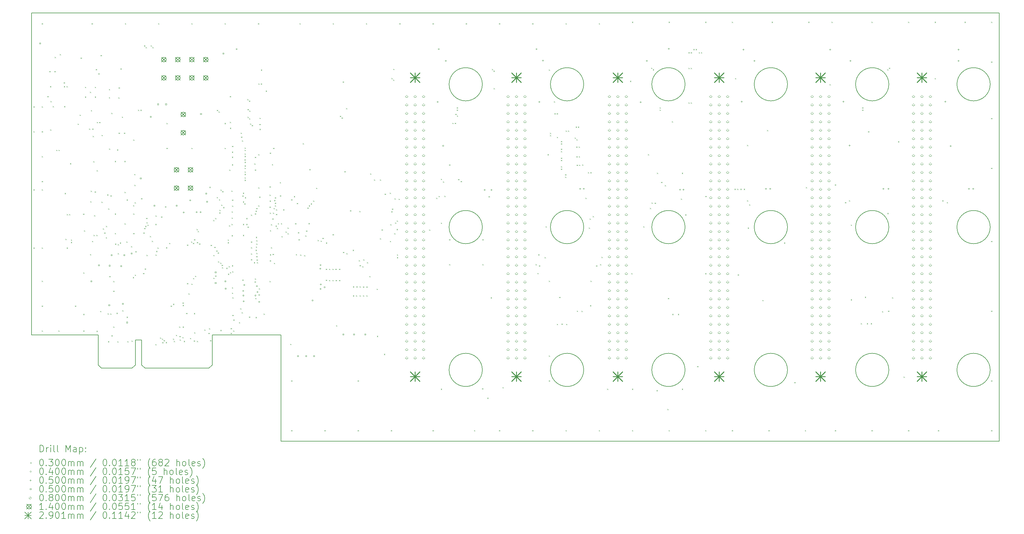
<source format=gbr>
%TF.GenerationSoftware,KiCad,Pcbnew,6.0.7-f9a2dced07~116~ubuntu22.04.1*%
%TF.CreationDate,2023-05-03T15:08:11+01:00*%
%TF.ProjectId,hiltop_backplane_brd,68696c74-6f70-45f6-9261-636b706c616e,A*%
%TF.SameCoordinates,Original*%
%TF.FileFunction,Drillmap*%
%TF.FilePolarity,Positive*%
%FSLAX45Y45*%
G04 Gerber Fmt 4.5, Leading zero omitted, Abs format (unit mm)*
G04 Created by KiCad (PCBNEW 6.0.7-f9a2dced07~116~ubuntu22.04.1) date 2023-05-03 15:08:11*
%MOMM*%
%LPD*%
G01*
G04 APERTURE LIST*
%ADD10C,0.150000*%
%ADD11C,0.200000*%
%ADD12C,0.030000*%
%ADD13C,0.040000*%
%ADD14C,0.050000*%
%ADD15C,0.080010*%
%ADD16C,0.140000*%
%ADD17C,0.290068*%
G04 APERTURE END LIST*
D10*
X17984000Y-5070000D02*
G75*
G03*
X17984000Y-5070000I-500000J0D01*
G01*
X21032000Y-5070000D02*
G75*
G03*
X21032000Y-5070000I-500000J0D01*
G01*
X24080000Y-5070000D02*
G75*
G03*
X24080000Y-5070000I-500000J0D01*
G01*
X21032000Y-9370000D02*
G75*
G03*
X21032000Y-9370000I-500000J0D01*
G01*
X24080000Y-9370000D02*
G75*
G03*
X24080000Y-9370000I-500000J0D01*
G01*
X17984000Y-13670000D02*
G75*
G03*
X17984000Y-13670000I-500000J0D01*
G01*
X21032000Y-13670000D02*
G75*
G03*
X21032000Y-13670000I-500000J0D01*
G01*
X24080000Y-13670000D02*
G75*
G03*
X24080000Y-13670000I-500000J0D01*
G01*
X17984000Y-9370000D02*
G75*
G03*
X17984000Y-9370000I-500000J0D01*
G01*
X27160000Y-13670000D02*
G75*
G03*
X27160000Y-13670000I-500000J0D01*
G01*
X6530000Y-13620000D02*
X7450000Y-13620000D01*
X7550000Y-13520000D02*
X7550000Y-12770000D01*
X9860000Y-12620000D02*
X11930000Y-12620000D01*
X30208000Y-13670000D02*
G75*
G03*
X30208000Y-13670000I-500000J0D01*
G01*
X33256000Y-9370000D02*
G75*
G03*
X33256000Y-9370000I-500000J0D01*
G01*
X7550000Y-13520000D02*
X7450000Y-13620000D01*
X9760000Y-13620000D02*
X9860000Y-13520000D01*
X33256000Y-5070000D02*
G75*
G03*
X33256000Y-5070000I-500000J0D01*
G01*
X27160000Y-5070000D02*
G75*
G03*
X27160000Y-5070000I-500000J0D01*
G01*
X30208000Y-9370000D02*
G75*
G03*
X30208000Y-9370000I-500000J0D01*
G01*
X4430000Y-2920000D02*
X33530000Y-2920000D01*
X6430000Y-13520000D02*
X6430000Y-12620000D01*
X27160000Y-9370000D02*
G75*
G03*
X27160000Y-9370000I-500000J0D01*
G01*
X33256000Y-13670000D02*
G75*
G03*
X33256000Y-13670000I-500000J0D01*
G01*
X7740000Y-13520000D02*
X7840000Y-13620000D01*
X11930000Y-13620000D02*
X11930000Y-15820000D01*
X4430000Y-12620000D02*
X4430000Y-2920000D01*
X11930000Y-12620000D02*
X11930000Y-13620000D01*
X7840000Y-13620000D02*
X9760000Y-13620000D01*
X6430000Y-13520000D02*
X6530000Y-13620000D01*
X7550000Y-12770000D02*
X7740000Y-12770000D01*
X9860000Y-13520000D02*
X9860000Y-12770000D01*
X33530000Y-2920000D02*
X33530000Y-15820000D01*
X30208000Y-5070000D02*
G75*
G03*
X30208000Y-5070000I-500000J0D01*
G01*
X9860000Y-12770000D02*
X9860000Y-12620000D01*
X33530000Y-15820000D02*
X11930000Y-15820000D01*
X7740000Y-12770000D02*
X7740000Y-13520000D01*
X6430000Y-12620000D02*
X4430000Y-12620000D01*
D11*
D12*
X4485000Y-5735000D02*
X4515000Y-5765000D01*
X4515000Y-5735000D02*
X4485000Y-5765000D01*
X4485000Y-6485000D02*
X4515000Y-6515000D01*
X4515000Y-6485000D02*
X4485000Y-6515000D01*
X4485000Y-8235000D02*
X4515000Y-8265000D01*
X4515000Y-8235000D02*
X4485000Y-8265000D01*
X4485000Y-9985000D02*
X4515000Y-10015000D01*
X4515000Y-9985000D02*
X4485000Y-10015000D01*
X4735000Y-3235000D02*
X4765000Y-3265000D01*
X4765000Y-3235000D02*
X4735000Y-3265000D01*
X4735000Y-5735000D02*
X4765000Y-5765000D01*
X4765000Y-5735000D02*
X4735000Y-5765000D01*
X4735000Y-6485000D02*
X4765000Y-6515000D01*
X4765000Y-6485000D02*
X4735000Y-6515000D01*
X4735000Y-7235000D02*
X4765000Y-7265000D01*
X4765000Y-7235000D02*
X4735000Y-7265000D01*
X4735000Y-7985000D02*
X4765000Y-8015000D01*
X4765000Y-7985000D02*
X4735000Y-8015000D01*
X4735000Y-8235000D02*
X4765000Y-8265000D01*
X4765000Y-8235000D02*
X4735000Y-8265000D01*
X4735000Y-9985000D02*
X4765000Y-10015000D01*
X4765000Y-9985000D02*
X4735000Y-10015000D01*
X4735000Y-10985000D02*
X4765000Y-11015000D01*
X4765000Y-10985000D02*
X4735000Y-11015000D01*
X4735000Y-11735000D02*
X4765000Y-11765000D01*
X4765000Y-11735000D02*
X4735000Y-11765000D01*
X4735000Y-12485000D02*
X4765000Y-12515000D01*
X4765000Y-12485000D02*
X4735000Y-12515000D01*
X4905000Y-5425000D02*
X4935000Y-5455000D01*
X4935000Y-5425000D02*
X4905000Y-5455000D01*
X4963400Y-4673000D02*
X4993400Y-4703000D01*
X4993400Y-4673000D02*
X4963400Y-4703000D01*
X4985000Y-5125000D02*
X5015000Y-5155000D01*
X5015000Y-5125000D02*
X4985000Y-5155000D01*
X4990000Y-6430000D02*
X5020000Y-6460000D01*
X5020000Y-6430000D02*
X4990000Y-6460000D01*
X4999000Y-5574000D02*
X5029000Y-5604000D01*
X5029000Y-5574000D02*
X4999000Y-5604000D01*
X5065000Y-5725000D02*
X5095000Y-5755000D01*
X5095000Y-5725000D02*
X5065000Y-5755000D01*
X5115800Y-4673000D02*
X5145800Y-4703000D01*
X5145800Y-4673000D02*
X5115800Y-4703000D01*
X5125000Y-4245000D02*
X5155000Y-4275000D01*
X5155000Y-4245000D02*
X5125000Y-4275000D01*
X5170000Y-7045000D02*
X5200000Y-7075000D01*
X5200000Y-7045000D02*
X5170000Y-7075000D01*
X5235000Y-12485000D02*
X5265000Y-12515000D01*
X5265000Y-12485000D02*
X5235000Y-12515000D01*
X5240000Y-7045000D02*
X5270000Y-7075000D01*
X5270000Y-7045000D02*
X5240000Y-7075000D01*
X5275000Y-4162650D02*
X5305000Y-4192650D01*
X5305000Y-4162650D02*
X5275000Y-4192650D01*
X5394876Y-5011124D02*
X5424876Y-5041124D01*
X5424876Y-5011124D02*
X5394876Y-5041124D01*
X5398000Y-5125000D02*
X5428000Y-5155000D01*
X5428000Y-5125000D02*
X5398000Y-5155000D01*
X5406000Y-5725000D02*
X5436000Y-5755000D01*
X5436000Y-5725000D02*
X5406000Y-5755000D01*
X5425000Y-8345000D02*
X5455000Y-8375000D01*
X5455000Y-8345000D02*
X5425000Y-8375000D01*
X5445000Y-9723000D02*
X5475000Y-9753000D01*
X5475000Y-9723000D02*
X5445000Y-9753000D01*
X5479000Y-5124000D02*
X5509000Y-5154000D01*
X5509000Y-5124000D02*
X5479000Y-5154000D01*
X5485000Y-9985000D02*
X5515000Y-10015000D01*
X5515000Y-9985000D02*
X5485000Y-10015000D01*
X5486578Y-8976602D02*
X5516578Y-9006602D01*
X5516578Y-8976602D02*
X5486578Y-9006602D01*
X5556578Y-8976602D02*
X5586578Y-9006602D01*
X5586578Y-8976602D02*
X5556578Y-9006602D01*
X5585000Y-7445000D02*
X5615000Y-7475000D01*
X5615000Y-7445000D02*
X5585000Y-7475000D01*
X5610000Y-9745000D02*
X5640000Y-9775000D01*
X5640000Y-9745000D02*
X5610000Y-9775000D01*
X5610000Y-9815000D02*
X5640000Y-9845000D01*
X5640000Y-9815000D02*
X5610000Y-9845000D01*
X5735000Y-11735000D02*
X5765000Y-11765000D01*
X5765000Y-11735000D02*
X5735000Y-11765000D01*
X5815000Y-6255000D02*
X5845000Y-6285000D01*
X5845000Y-6255000D02*
X5815000Y-6285000D01*
X5875000Y-5985000D02*
X5905000Y-6015000D01*
X5905000Y-5985000D02*
X5875000Y-6015000D01*
X5905000Y-4265000D02*
X5935000Y-4295000D01*
X5935000Y-4265000D02*
X5905000Y-4295000D01*
X5978000Y-8965000D02*
X6008000Y-8995000D01*
X6008000Y-8965000D02*
X5978000Y-8995000D01*
X5985000Y-10735000D02*
X6015000Y-10765000D01*
X6015000Y-10735000D02*
X5985000Y-10765000D01*
X5985000Y-11985000D02*
X6015000Y-12015000D01*
X6015000Y-11985000D02*
X5985000Y-12015000D01*
X5985000Y-12485000D02*
X6015000Y-12515000D01*
X6015000Y-12485000D02*
X5985000Y-12515000D01*
X6004800Y-9469200D02*
X6034800Y-9499200D01*
X6034800Y-9469200D02*
X6004800Y-9499200D01*
X6035600Y-5146600D02*
X6065600Y-5176600D01*
X6065600Y-5146600D02*
X6035600Y-5176600D01*
X6035600Y-5440600D02*
X6065600Y-5470600D01*
X6065600Y-5440600D02*
X6035600Y-5470600D01*
X6155000Y-6405000D02*
X6185000Y-6435000D01*
X6185000Y-6405000D02*
X6155000Y-6435000D01*
X6182600Y-5293600D02*
X6212600Y-5323600D01*
X6212600Y-5293600D02*
X6182600Y-5323600D01*
X6185000Y-10185000D02*
X6215000Y-10215000D01*
X6215000Y-10185000D02*
X6185000Y-10215000D01*
X6193000Y-8594000D02*
X6223000Y-8624000D01*
X6223000Y-8594000D02*
X6193000Y-8624000D01*
X6208000Y-8273000D02*
X6238000Y-8303000D01*
X6238000Y-8273000D02*
X6208000Y-8303000D01*
X6210000Y-5850000D02*
X6240000Y-5880000D01*
X6240000Y-5850000D02*
X6210000Y-5880000D01*
X6235000Y-3235000D02*
X6265000Y-3265000D01*
X6265000Y-3235000D02*
X6235000Y-3265000D01*
X6245000Y-9786000D02*
X6275000Y-9816000D01*
X6275000Y-9786000D02*
X6245000Y-9816000D01*
X6255000Y-6405000D02*
X6285000Y-6435000D01*
X6285000Y-6405000D02*
X6255000Y-6435000D01*
X6267000Y-6623000D02*
X6297000Y-6653000D01*
X6297000Y-6623000D02*
X6267000Y-6653000D01*
X6285000Y-7385000D02*
X6315000Y-7415000D01*
X6315000Y-7385000D02*
X6285000Y-7415000D01*
X6293000Y-9604000D02*
X6323000Y-9634000D01*
X6323000Y-9604000D02*
X6293000Y-9634000D01*
X6307000Y-9012000D02*
X6337000Y-9042000D01*
X6337000Y-9012000D02*
X6307000Y-9042000D01*
X6327000Y-8297000D02*
X6357000Y-8327000D01*
X6357000Y-8297000D02*
X6327000Y-8327000D01*
X6329600Y-5146600D02*
X6359600Y-5176600D01*
X6359600Y-5146600D02*
X6329600Y-5176600D01*
X6329600Y-5440600D02*
X6359600Y-5470600D01*
X6359600Y-5440600D02*
X6329600Y-5470600D01*
X6361000Y-4615000D02*
X6391000Y-4645000D01*
X6391000Y-4615000D02*
X6361000Y-4645000D01*
X6377000Y-9604000D02*
X6407000Y-9634000D01*
X6407000Y-9604000D02*
X6377000Y-9634000D01*
X6383000Y-12491000D02*
X6413000Y-12521000D01*
X6413000Y-12491000D02*
X6383000Y-12521000D01*
X6384000Y-7655000D02*
X6414000Y-7685000D01*
X6414000Y-7655000D02*
X6384000Y-7685000D01*
X6390000Y-6205000D02*
X6420000Y-6235000D01*
X6420000Y-6205000D02*
X6390000Y-6235000D01*
X6434000Y-4740000D02*
X6464000Y-4770000D01*
X6464000Y-4740000D02*
X6434000Y-4770000D01*
X6460000Y-6205000D02*
X6490000Y-6235000D01*
X6490000Y-6205000D02*
X6460000Y-6235000D01*
X6492000Y-11895000D02*
X6522000Y-11925000D01*
X6522000Y-11895000D02*
X6492000Y-11925000D01*
X6505000Y-4190000D02*
X6535000Y-4220000D01*
X6535000Y-4190000D02*
X6505000Y-4220000D01*
X6527000Y-8606000D02*
X6557000Y-8636000D01*
X6557000Y-8606000D02*
X6527000Y-8636000D01*
X6535000Y-6596000D02*
X6565000Y-6626000D01*
X6565000Y-6596000D02*
X6535000Y-6626000D01*
X6571000Y-9411000D02*
X6601000Y-9441000D01*
X6601000Y-9411000D02*
X6571000Y-9441000D01*
X6616000Y-9532000D02*
X6646000Y-9562000D01*
X6646000Y-9532000D02*
X6616000Y-9562000D01*
X6659000Y-9675000D02*
X6689000Y-9705000D01*
X6689000Y-9675000D02*
X6659000Y-9705000D01*
X6664000Y-9333501D02*
X6694000Y-9363501D01*
X6694000Y-9333501D02*
X6664000Y-9363501D01*
X6702500Y-8385000D02*
X6732500Y-8415000D01*
X6732500Y-8385000D02*
X6702500Y-8415000D01*
X6715000Y-11966000D02*
X6745000Y-11996000D01*
X6745000Y-11966000D02*
X6715000Y-11996000D01*
X6729000Y-12807000D02*
X6759000Y-12837000D01*
X6759000Y-12807000D02*
X6729000Y-12837000D01*
X6734000Y-8809000D02*
X6764000Y-8839000D01*
X6764000Y-8809000D02*
X6734000Y-8839000D01*
X6755000Y-5215000D02*
X6785000Y-5245000D01*
X6785000Y-5215000D02*
X6755000Y-5245000D01*
X6755000Y-5459950D02*
X6785000Y-5489950D01*
X6785000Y-5459950D02*
X6755000Y-5489950D01*
X6756000Y-7004000D02*
X6786000Y-7034000D01*
X6786000Y-7004000D02*
X6756000Y-7034000D01*
X6765000Y-10845000D02*
X6795000Y-10875000D01*
X6795000Y-10845000D02*
X6765000Y-10875000D01*
X6795000Y-11970000D02*
X6825000Y-12000000D01*
X6825000Y-11970000D02*
X6795000Y-12000000D01*
X6798000Y-8414000D02*
X6828000Y-8444000D01*
X6828000Y-8414000D02*
X6798000Y-8444000D01*
X6824000Y-5931000D02*
X6854000Y-5961000D01*
X6854000Y-5931000D02*
X6824000Y-5961000D01*
X6831000Y-12629000D02*
X6861000Y-12659000D01*
X6861000Y-12629000D02*
X6831000Y-12659000D01*
X6883501Y-12363374D02*
X6913501Y-12393374D01*
X6913501Y-12363374D02*
X6883501Y-12393374D01*
X6885000Y-10995000D02*
X6915000Y-11025000D01*
X6915000Y-10995000D02*
X6885000Y-11025000D01*
X6885000Y-11285000D02*
X6915000Y-11315000D01*
X6915000Y-11285000D02*
X6885000Y-11315000D01*
X6930000Y-8962000D02*
X6960000Y-8992000D01*
X6960000Y-8962000D02*
X6930000Y-8992000D01*
X6930000Y-9550000D02*
X6960000Y-9580000D01*
X6960000Y-9550000D02*
X6930000Y-9580000D01*
X6931000Y-7376000D02*
X6961000Y-7406000D01*
X6961000Y-7376000D02*
X6931000Y-7406000D01*
X6938079Y-9867667D02*
X6968079Y-9897667D01*
X6968079Y-9867667D02*
X6938079Y-9897667D01*
X6980500Y-11950500D02*
X7010500Y-11980500D01*
X7010500Y-11950500D02*
X6980500Y-11980500D01*
X6998000Y-7031000D02*
X7028000Y-7061000D01*
X7028000Y-7031000D02*
X6998000Y-7061000D01*
X7007000Y-12809000D02*
X7037000Y-12839000D01*
X7037000Y-12809000D02*
X7007000Y-12839000D01*
X7019787Y-9885336D02*
X7049787Y-9915336D01*
X7049787Y-9885336D02*
X7019787Y-9915336D01*
X7020799Y-10154799D02*
X7050799Y-10184799D01*
X7050799Y-10154799D02*
X7020799Y-10184799D01*
X7035000Y-5465000D02*
X7065000Y-5495000D01*
X7065000Y-5465000D02*
X7035000Y-5495000D01*
X7045000Y-5165000D02*
X7075000Y-5195000D01*
X7075000Y-5165000D02*
X7045000Y-5195000D01*
X7045000Y-6525000D02*
X7075000Y-6555000D01*
X7075000Y-6525000D02*
X7045000Y-6555000D01*
X7085000Y-9831999D02*
X7115000Y-9861999D01*
X7115000Y-9831999D02*
X7085000Y-9861999D01*
X7100000Y-4590000D02*
X7130000Y-4620000D01*
X7130000Y-4590000D02*
X7100000Y-4620000D01*
X7145000Y-6045000D02*
X7175000Y-6075000D01*
X7175000Y-6045000D02*
X7145000Y-6075000D01*
X7155000Y-11875001D02*
X7185000Y-11905001D01*
X7185000Y-11875001D02*
X7155000Y-11905001D01*
X7205000Y-6525000D02*
X7235000Y-6555000D01*
X7235000Y-6525000D02*
X7205000Y-6555000D01*
X7218000Y-7376000D02*
X7248000Y-7406000D01*
X7248000Y-7376000D02*
X7218000Y-7406000D01*
X7224000Y-9256000D02*
X7254000Y-9286000D01*
X7254000Y-9256000D02*
X7224000Y-9286000D01*
X7225000Y-8311000D02*
X7255000Y-8341000D01*
X7255000Y-8311000D02*
X7225000Y-8341000D01*
X7235000Y-3235000D02*
X7265000Y-3265000D01*
X7265000Y-3235000D02*
X7235000Y-3265000D01*
X7280000Y-9802000D02*
X7310000Y-9832000D01*
X7310000Y-9802000D02*
X7280000Y-9832000D01*
X7287000Y-8540000D02*
X7317000Y-8570000D01*
X7317000Y-8540000D02*
X7287000Y-8570000D01*
X7287504Y-12067504D02*
X7317504Y-12097504D01*
X7317504Y-12067504D02*
X7287504Y-12097504D01*
X7309000Y-12803000D02*
X7339000Y-12833000D01*
X7339000Y-12803000D02*
X7309000Y-12833000D01*
X7417000Y-9942000D02*
X7447000Y-9972000D01*
X7447000Y-9942000D02*
X7417000Y-9972000D01*
X7435000Y-12789000D02*
X7465000Y-12819000D01*
X7465000Y-12789000D02*
X7435000Y-12819000D01*
X7475000Y-10872499D02*
X7505000Y-10902499D01*
X7505000Y-10872499D02*
X7475000Y-10902499D01*
X7483000Y-8712000D02*
X7513000Y-8742000D01*
X7513000Y-8712000D02*
X7483000Y-8742000D01*
X7485000Y-6735000D02*
X7515000Y-6765000D01*
X7515000Y-6735000D02*
X7485000Y-6765000D01*
X7485000Y-8962000D02*
X7515000Y-8992000D01*
X7515000Y-8962000D02*
X7485000Y-8992000D01*
X7485000Y-9550000D02*
X7515000Y-9580000D01*
X7515000Y-9550000D02*
X7485000Y-9580000D01*
X7515000Y-7770000D02*
X7545000Y-7800000D01*
X7545000Y-7770000D02*
X7515000Y-7800000D01*
X7520000Y-8096000D02*
X7550000Y-8126000D01*
X7550000Y-8096000D02*
X7520000Y-8126000D01*
X7528443Y-8620499D02*
X7558443Y-8650499D01*
X7558443Y-8620499D02*
X7528443Y-8650499D01*
X7534000Y-10804000D02*
X7564000Y-10834000D01*
X7564000Y-10804000D02*
X7534000Y-10834000D01*
X7550000Y-10094000D02*
X7580000Y-10124000D01*
X7580000Y-10094000D02*
X7550000Y-10124000D01*
X7630000Y-5835000D02*
X7660000Y-5865000D01*
X7660000Y-5835000D02*
X7630000Y-5865000D01*
X7700000Y-5835000D02*
X7730000Y-5865000D01*
X7730000Y-5835000D02*
X7700000Y-5865000D01*
X7724624Y-8500376D02*
X7754624Y-8530376D01*
X7754624Y-8500376D02*
X7724624Y-8530376D01*
X7780400Y-10750400D02*
X7810400Y-10780400D01*
X7810400Y-10750400D02*
X7780400Y-10780400D01*
X7793000Y-9533000D02*
X7823000Y-9563000D01*
X7823000Y-9533000D02*
X7793000Y-9563000D01*
X7810251Y-3900251D02*
X7840251Y-3930251D01*
X7840251Y-3900251D02*
X7810251Y-3930251D01*
X7814550Y-9395885D02*
X7844550Y-9425885D01*
X7844550Y-9395885D02*
X7814550Y-9425885D01*
X7835000Y-10617501D02*
X7865000Y-10647501D01*
X7865000Y-10617501D02*
X7835000Y-10647501D01*
X7846305Y-9333501D02*
X7876305Y-9363501D01*
X7876305Y-9333501D02*
X7846305Y-9363501D01*
X7859749Y-3949749D02*
X7889749Y-3979749D01*
X7889749Y-3949749D02*
X7859749Y-3979749D01*
X7876000Y-9092000D02*
X7906000Y-9122000D01*
X7906000Y-9092000D02*
X7876000Y-9122000D01*
X7885000Y-9225000D02*
X7915000Y-9255000D01*
X7915000Y-9225000D02*
X7885000Y-9255000D01*
X7885000Y-10205000D02*
X7915000Y-10235000D01*
X7915000Y-10205000D02*
X7885000Y-10235000D01*
X7915000Y-9295000D02*
X7945000Y-9325000D01*
X7945000Y-9295000D02*
X7915000Y-9325000D01*
X7985000Y-9640000D02*
X8015000Y-9670000D01*
X8015000Y-9640000D02*
X7985000Y-9670000D01*
X8010251Y-3900251D02*
X8040251Y-3930251D01*
X8040251Y-3900251D02*
X8010251Y-3930251D01*
X8043000Y-9781000D02*
X8073000Y-9811000D01*
X8073000Y-9781000D02*
X8043000Y-9811000D01*
X8059749Y-3949749D02*
X8089749Y-3979749D01*
X8089749Y-3949749D02*
X8059749Y-3979749D01*
X8152499Y-12895000D02*
X8182499Y-12925000D01*
X8182499Y-12895000D02*
X8152499Y-12925000D01*
X8152500Y-9272499D02*
X8182500Y-9302499D01*
X8182500Y-9272499D02*
X8152500Y-9302499D01*
X8154624Y-9021376D02*
X8184624Y-9051376D01*
X8184624Y-9021376D02*
X8154624Y-9051376D01*
X8155000Y-10195000D02*
X8185000Y-10225000D01*
X8185000Y-10195000D02*
X8155000Y-10225000D01*
X8175000Y-10085000D02*
X8205000Y-10115000D01*
X8205000Y-10085000D02*
X8175000Y-10115000D01*
X8215000Y-9985000D02*
X8245000Y-10015000D01*
X8245000Y-9985000D02*
X8215000Y-10015000D01*
X8235000Y-3235000D02*
X8265000Y-3265000D01*
X8265000Y-3235000D02*
X8235000Y-3265000D01*
X8288419Y-12694142D02*
X8318419Y-12724142D01*
X8318419Y-12694142D02*
X8288419Y-12724142D01*
X8326000Y-9050000D02*
X8356000Y-9080000D01*
X8356000Y-9050000D02*
X8326000Y-9080000D01*
X8349996Y-12727436D02*
X8379996Y-12757436D01*
X8379996Y-12727436D02*
X8349996Y-12757436D01*
X8360100Y-12834114D02*
X8390100Y-12864114D01*
X8390100Y-12834114D02*
X8360100Y-12864114D01*
X8402497Y-12775145D02*
X8432497Y-12805145D01*
X8432497Y-12775145D02*
X8402497Y-12805145D01*
X8445000Y-8745000D02*
X8475000Y-8775000D01*
X8475000Y-8745000D02*
X8445000Y-8775000D01*
X8465101Y-12828848D02*
X8495101Y-12858848D01*
X8495101Y-12828848D02*
X8465101Y-12858848D01*
X8472499Y-9975296D02*
X8502499Y-10005296D01*
X8502499Y-9975296D02*
X8472499Y-10005296D01*
X8485000Y-6235000D02*
X8515000Y-6265000D01*
X8515000Y-6235000D02*
X8485000Y-6265000D01*
X8485000Y-6985000D02*
X8515000Y-7015000D01*
X8515000Y-6985000D02*
X8485000Y-7015000D01*
X8565000Y-9845000D02*
X8595000Y-9875000D01*
X8595000Y-9845000D02*
X8565000Y-9875000D01*
X8612502Y-11733558D02*
X8642502Y-11763558D01*
X8642502Y-11733558D02*
X8612502Y-11763558D01*
X8681675Y-12730963D02*
X8711675Y-12760963D01*
X8711675Y-12730963D02*
X8681675Y-12760963D01*
X8684581Y-11678446D02*
X8714581Y-11708446D01*
X8714581Y-11678446D02*
X8684581Y-11708446D01*
X8704464Y-12797955D02*
X8734464Y-12827955D01*
X8734464Y-12797955D02*
X8704464Y-12827955D01*
X8769675Y-12614504D02*
X8799675Y-12644504D01*
X8799675Y-12614504D02*
X8769675Y-12644504D01*
X8864000Y-12363000D02*
X8894000Y-12393000D01*
X8894000Y-12363000D02*
X8864000Y-12393000D01*
X8874830Y-12648250D02*
X8904830Y-12678250D01*
X8904830Y-12648250D02*
X8874830Y-12678250D01*
X8884178Y-12752452D02*
X8914178Y-12782452D01*
X8914178Y-12752452D02*
X8884178Y-12782452D01*
X8965037Y-12681362D02*
X8995037Y-12711362D01*
X8995037Y-12681362D02*
X8965037Y-12711362D01*
X8968181Y-11642137D02*
X8998181Y-11672137D01*
X8998181Y-11642137D02*
X8968181Y-11672137D01*
X8972000Y-12364000D02*
X9002000Y-12394000D01*
X9002000Y-12364000D02*
X8972000Y-12394000D01*
X8972663Y-11711995D02*
X9002663Y-11741995D01*
X9002663Y-11711995D02*
X8972663Y-11741995D01*
X9004000Y-12796999D02*
X9034000Y-12826999D01*
X9034000Y-12796999D02*
X9004000Y-12826999D01*
X9079000Y-11953000D02*
X9109000Y-11983000D01*
X9109000Y-11953000D02*
X9079000Y-11983000D01*
X9105000Y-9895000D02*
X9135000Y-9925000D01*
X9135000Y-9895000D02*
X9105000Y-9925000D01*
X9105000Y-11055000D02*
X9135000Y-11085000D01*
X9135000Y-11055000D02*
X9105000Y-11085000D01*
X9145000Y-11365000D02*
X9175000Y-11395000D01*
X9175000Y-11365000D02*
X9145000Y-11395000D01*
X9190798Y-12709202D02*
X9220798Y-12739202D01*
X9220798Y-12709202D02*
X9190798Y-12739202D01*
X9225000Y-9805000D02*
X9255000Y-9835000D01*
X9255000Y-9805000D02*
X9225000Y-9835000D01*
X9235000Y-3235000D02*
X9265000Y-3265000D01*
X9265000Y-3235000D02*
X9235000Y-3265000D01*
X9235000Y-6985000D02*
X9265000Y-7015000D01*
X9265000Y-6985000D02*
X9235000Y-7015000D01*
X9235000Y-11075000D02*
X9265000Y-11105000D01*
X9265000Y-11075000D02*
X9235000Y-11105000D01*
X9282499Y-9845000D02*
X9312499Y-9875000D01*
X9312499Y-9845000D02*
X9282499Y-9875000D01*
X9285000Y-10905000D02*
X9315000Y-10935000D01*
X9315000Y-10905000D02*
X9285000Y-10935000D01*
X9305000Y-12785000D02*
X9335000Y-12815000D01*
X9335000Y-12785000D02*
X9305000Y-12815000D01*
X9312000Y-11959000D02*
X9342000Y-11989000D01*
X9342000Y-11959000D02*
X9312000Y-11989000D01*
X9315000Y-9735000D02*
X9345000Y-9765000D01*
X9345000Y-9735000D02*
X9315000Y-9765000D01*
X9320000Y-12537000D02*
X9350000Y-12567000D01*
X9350000Y-12537000D02*
X9320000Y-12567000D01*
X9345000Y-10837810D02*
X9375000Y-10867810D01*
X9375000Y-10837810D02*
X9345000Y-10867810D01*
X9390154Y-9427501D02*
X9420154Y-9457501D01*
X9420154Y-9427501D02*
X9390154Y-9457501D01*
X9398000Y-9819000D02*
X9428000Y-9849000D01*
X9428000Y-9819000D02*
X9398000Y-9849000D01*
X9400519Y-12796342D02*
X9430519Y-12826342D01*
X9430519Y-12796342D02*
X9400519Y-12826342D01*
X9426363Y-9487410D02*
X9456363Y-9517410D01*
X9456363Y-9487410D02*
X9426363Y-9517410D01*
X9467501Y-9861936D02*
X9497501Y-9891936D01*
X9497501Y-9861936D02*
X9467501Y-9891936D01*
X9625000Y-12455000D02*
X9655000Y-12485000D01*
X9655000Y-12455000D02*
X9625000Y-12485000D01*
X9745000Y-12555000D02*
X9775000Y-12585000D01*
X9775000Y-12555000D02*
X9745000Y-12585000D01*
X9765000Y-12415000D02*
X9795000Y-12445000D01*
X9795000Y-12415000D02*
X9765000Y-12445000D01*
X9775000Y-8155000D02*
X9805000Y-8185000D01*
X9805000Y-8155000D02*
X9775000Y-8185000D01*
X9797498Y-12775210D02*
X9827498Y-12805210D01*
X9827498Y-12775210D02*
X9797498Y-12805210D01*
X9815000Y-9905000D02*
X9845000Y-9935000D01*
X9845000Y-9905000D02*
X9815000Y-9935000D01*
X9889376Y-9156376D02*
X9919376Y-9186376D01*
X9919376Y-9156376D02*
X9889376Y-9186376D01*
X9895000Y-10210000D02*
X9925000Y-10240000D01*
X9925000Y-10210000D02*
X9895000Y-10240000D01*
X9895000Y-10895000D02*
X9925000Y-10925000D01*
X9925000Y-10895000D02*
X9895000Y-10925000D01*
X9925000Y-9965000D02*
X9955000Y-9995000D01*
X9955000Y-9965000D02*
X9925000Y-9995000D01*
X9949011Y-10826415D02*
X9979011Y-10856415D01*
X9979011Y-10826415D02*
X9949011Y-10856415D01*
X9949778Y-9095974D02*
X9979778Y-9125974D01*
X9979778Y-9095974D02*
X9949778Y-9125974D01*
X9985000Y-10075000D02*
X10015000Y-10105000D01*
X10015000Y-10075000D02*
X9985000Y-10105000D01*
X9998000Y-8467000D02*
X10028000Y-8497000D01*
X10028000Y-8467000D02*
X9998000Y-8497000D01*
X10000251Y-5840251D02*
X10030251Y-5870251D01*
X10030251Y-5840251D02*
X10000251Y-5870251D01*
X10025000Y-10135000D02*
X10055000Y-10165000D01*
X10055000Y-10135000D02*
X10025000Y-10165000D01*
X10034704Y-10402499D02*
X10064704Y-10432499D01*
X10064704Y-10402499D02*
X10034704Y-10432499D01*
X10049749Y-5889749D02*
X10079749Y-5919749D01*
X10079749Y-5889749D02*
X10049749Y-5919749D01*
X10064000Y-8535000D02*
X10094000Y-8565000D01*
X10094000Y-8535000D02*
X10064000Y-8565000D01*
X10072000Y-8926000D02*
X10102000Y-8956000D01*
X10102000Y-8926000D02*
X10072000Y-8956000D01*
X10078000Y-8850000D02*
X10108000Y-8880000D01*
X10108000Y-8850000D02*
X10078000Y-8880000D01*
X10101770Y-10442499D02*
X10131770Y-10472499D01*
X10131770Y-10442499D02*
X10101770Y-10472499D01*
X10105000Y-12465000D02*
X10135000Y-12495000D01*
X10135000Y-12465000D02*
X10105000Y-12495000D01*
X10110251Y-8240251D02*
X10140251Y-8270251D01*
X10140251Y-8240251D02*
X10110251Y-8270251D01*
X10130000Y-8695000D02*
X10160000Y-8725000D01*
X10160000Y-8695000D02*
X10130000Y-8725000D01*
X10146306Y-10507611D02*
X10176306Y-10537611D01*
X10176306Y-10507611D02*
X10146306Y-10537611D01*
X10155263Y-10577037D02*
X10185263Y-10607037D01*
X10185263Y-10577037D02*
X10155263Y-10607037D01*
X10159749Y-8289749D02*
X10189749Y-8319749D01*
X10189749Y-8289749D02*
X10159749Y-8319749D01*
X10193000Y-8765000D02*
X10223000Y-8795000D01*
X10223000Y-8765000D02*
X10193000Y-8795000D01*
X10235000Y-3235000D02*
X10265000Y-3265000D01*
X10265000Y-3235000D02*
X10235000Y-3265000D01*
X10235000Y-6235000D02*
X10265000Y-6265000D01*
X10265000Y-6235000D02*
X10235000Y-6265000D01*
X10235000Y-6985000D02*
X10265000Y-7015000D01*
X10265000Y-6985000D02*
X10235000Y-7015000D01*
X10285000Y-10595000D02*
X10315000Y-10625000D01*
X10315000Y-10595000D02*
X10285000Y-10625000D01*
X10325000Y-9745000D02*
X10355000Y-9775000D01*
X10355000Y-9745000D02*
X10325000Y-9775000D01*
X10325000Y-9825000D02*
X10355000Y-9855000D01*
X10355000Y-9825000D02*
X10325000Y-9855000D01*
X10335000Y-10775000D02*
X10365000Y-10805000D01*
X10365000Y-10775000D02*
X10335000Y-10805000D01*
X10355000Y-10545000D02*
X10385000Y-10575000D01*
X10385000Y-10545000D02*
X10355000Y-10575000D01*
X10365000Y-9315000D02*
X10395000Y-9345000D01*
X10395000Y-9315000D02*
X10365000Y-9345000D01*
X10375000Y-7642000D02*
X10405000Y-7672000D01*
X10405000Y-7642000D02*
X10375000Y-7672000D01*
X10390000Y-5428000D02*
X10420000Y-5458000D01*
X10420000Y-5428000D02*
X10390000Y-5458000D01*
X10392000Y-6203000D02*
X10422000Y-6233000D01*
X10422000Y-6203000D02*
X10392000Y-6233000D01*
X10393000Y-6378000D02*
X10423000Y-6408000D01*
X10423000Y-6378000D02*
X10393000Y-6408000D01*
X10395000Y-10725000D02*
X10425000Y-10755000D01*
X10425000Y-10725000D02*
X10395000Y-10755000D01*
X10415000Y-12555000D02*
X10445000Y-12585000D01*
X10445000Y-12555000D02*
X10415000Y-12585000D01*
X10416180Y-12410428D02*
X10446180Y-12440428D01*
X10446180Y-12410428D02*
X10416180Y-12440428D01*
X10437450Y-8272088D02*
X10467450Y-8302088D01*
X10467450Y-8272088D02*
X10437450Y-8302088D01*
X10443000Y-9273000D02*
X10473000Y-9303000D01*
X10473000Y-9273000D02*
X10443000Y-9303000D01*
X10444000Y-8898000D02*
X10474000Y-8928000D01*
X10474000Y-8898000D02*
X10444000Y-8928000D01*
X10445000Y-9085000D02*
X10475000Y-9115000D01*
X10475000Y-9085000D02*
X10445000Y-9115000D01*
X10447000Y-9615000D02*
X10477000Y-9645000D01*
X10477000Y-9615000D02*
X10447000Y-9645000D01*
X10452000Y-7479000D02*
X10482000Y-7509000D01*
X10482000Y-7479000D02*
X10452000Y-7509000D01*
X10452000Y-10518000D02*
X10482000Y-10548000D01*
X10482000Y-10518000D02*
X10452000Y-10548000D01*
X10453000Y-7252000D02*
X10483000Y-7282000D01*
X10483000Y-7252000D02*
X10453000Y-7282000D01*
X10455000Y-7100000D02*
X10485000Y-7130000D01*
X10485000Y-7100000D02*
X10455000Y-7130000D01*
X10455000Y-11185000D02*
X10485000Y-11215000D01*
X10485000Y-11185000D02*
X10455000Y-11215000D01*
X10455000Y-11345000D02*
X10485000Y-11375000D01*
X10485000Y-11345000D02*
X10455000Y-11375000D01*
X10458000Y-6924000D02*
X10488000Y-6954000D01*
X10488000Y-6924000D02*
X10458000Y-6954000D01*
X10459000Y-8542000D02*
X10489000Y-8572000D01*
X10489000Y-8542000D02*
X10459000Y-8572000D01*
X10460000Y-8722000D02*
X10490000Y-8752000D01*
X10490000Y-8722000D02*
X10460000Y-8752000D01*
X10461000Y-10701000D02*
X10491000Y-10731000D01*
X10491000Y-10701000D02*
X10461000Y-10731000D01*
X10465000Y-11485000D02*
X10495000Y-11515000D01*
X10495000Y-11485000D02*
X10465000Y-11515000D01*
X10465000Y-12015000D02*
X10495000Y-12045000D01*
X10495000Y-12015000D02*
X10465000Y-12045000D01*
X10489511Y-12483758D02*
X10519511Y-12513758D01*
X10519511Y-12483758D02*
X10489511Y-12513758D01*
X10495374Y-12153999D02*
X10525374Y-12183999D01*
X10525374Y-12153999D02*
X10495374Y-12183999D01*
X10665000Y-12235000D02*
X10695000Y-12265000D01*
X10695000Y-12235000D02*
X10665000Y-12265000D01*
X10705000Y-11816191D02*
X10735000Y-11846191D01*
X10735000Y-11816191D02*
X10705000Y-11846191D01*
X10715000Y-6525000D02*
X10745000Y-6555000D01*
X10745000Y-6525000D02*
X10715000Y-6555000D01*
X10730000Y-6645000D02*
X10760000Y-6675000D01*
X10760000Y-6645000D02*
X10730000Y-6675000D01*
X10745000Y-11935000D02*
X10775000Y-11965000D01*
X10775000Y-11935000D02*
X10745000Y-11965000D01*
X10755000Y-6760000D02*
X10785000Y-6790000D01*
X10785000Y-6760000D02*
X10755000Y-6790000D01*
X10765000Y-8420000D02*
X10795000Y-8450000D01*
X10795000Y-8420000D02*
X10765000Y-8450000D01*
X10767000Y-10950000D02*
X10797000Y-10980000D01*
X10797000Y-10950000D02*
X10767000Y-10980000D01*
X10785000Y-8335000D02*
X10815000Y-8365000D01*
X10815000Y-8335000D02*
X10785000Y-8365000D01*
X10785000Y-8595000D02*
X10815000Y-8625000D01*
X10815000Y-8595000D02*
X10785000Y-8625000D01*
X10785000Y-9275000D02*
X10815000Y-9305000D01*
X10815000Y-9275000D02*
X10785000Y-9305000D01*
X10785000Y-9604951D02*
X10815000Y-9634951D01*
X10815000Y-9604951D02*
X10785000Y-9634951D01*
X10825000Y-8655000D02*
X10855000Y-8685000D01*
X10855000Y-8655000D02*
X10825000Y-8685000D01*
X10831336Y-7331609D02*
X10861336Y-7361609D01*
X10861336Y-7331609D02*
X10831336Y-7361609D01*
X10835000Y-6975000D02*
X10865000Y-7005000D01*
X10865000Y-6975000D02*
X10835000Y-7005000D01*
X10835000Y-7045000D02*
X10865000Y-7075000D01*
X10865000Y-7045000D02*
X10835000Y-7075000D01*
X10835000Y-7155000D02*
X10865000Y-7185000D01*
X10865000Y-7155000D02*
X10835000Y-7185000D01*
X10835000Y-7225000D02*
X10865000Y-7255000D01*
X10865000Y-7225000D02*
X10835000Y-7255000D01*
X10835000Y-7405000D02*
X10865000Y-7435000D01*
X10865000Y-7405000D02*
X10835000Y-7435000D01*
X10835000Y-7515000D02*
X10865000Y-7545000D01*
X10865000Y-7515000D02*
X10835000Y-7545000D01*
X10835000Y-7585000D02*
X10865000Y-7615000D01*
X10865000Y-7585000D02*
X10835000Y-7615000D01*
X10835000Y-7695000D02*
X10865000Y-7725000D01*
X10865000Y-7695000D02*
X10835000Y-7725000D01*
X10835000Y-7765000D02*
X10865000Y-7795000D01*
X10865000Y-7765000D02*
X10835000Y-7795000D01*
X10835000Y-7875000D02*
X10865000Y-7905000D01*
X10865000Y-7875000D02*
X10835000Y-7905000D01*
X10835000Y-7945000D02*
X10865000Y-7975000D01*
X10865000Y-7945000D02*
X10835000Y-7975000D01*
X10844844Y-8471891D02*
X10874844Y-8501891D01*
X10874844Y-8471891D02*
X10844844Y-8501891D01*
X10885000Y-9095000D02*
X10915000Y-9125000D01*
X10915000Y-9095000D02*
X10885000Y-9125000D01*
X10885000Y-9275000D02*
X10915000Y-9305000D01*
X10915000Y-9275000D02*
X10885000Y-9305000D01*
X10917251Y-5513251D02*
X10947251Y-5543251D01*
X10947251Y-5513251D02*
X10917251Y-5543251D01*
X10922251Y-6046251D02*
X10952251Y-6076251D01*
X10952251Y-6046251D02*
X10922251Y-6076251D01*
X10925000Y-9355000D02*
X10955000Y-9385000D01*
X10955000Y-9355000D02*
X10925000Y-9385000D01*
X10925375Y-5813760D02*
X10955375Y-5843760D01*
X10955375Y-5813760D02*
X10925375Y-5843760D01*
X10965000Y-12065000D02*
X10995000Y-12095000D01*
X10995000Y-12065000D02*
X10965000Y-12095000D01*
X10966749Y-5562749D02*
X10996749Y-5592749D01*
X10996749Y-5562749D02*
X10966749Y-5592749D01*
X10971749Y-6095749D02*
X11001749Y-6125749D01*
X11001749Y-6095749D02*
X10971749Y-6125749D01*
X10974873Y-5863258D02*
X11004873Y-5893258D01*
X11004873Y-5863258D02*
X10974873Y-5893258D01*
X11000251Y-6250251D02*
X11030251Y-6280251D01*
X11030251Y-6250251D02*
X11000251Y-6280251D01*
X11025000Y-9805000D02*
X11055000Y-9835000D01*
X11055000Y-9805000D02*
X11025000Y-9835000D01*
X11025000Y-9975000D02*
X11055000Y-10005000D01*
X11055000Y-9975000D02*
X11025000Y-10005000D01*
X11025000Y-10165000D02*
X11055000Y-10195000D01*
X11055000Y-10165000D02*
X11025000Y-10195000D01*
X11025000Y-10335000D02*
X11055000Y-10365000D01*
X11055000Y-10335000D02*
X11025000Y-10365000D01*
X11025863Y-8992687D02*
X11055863Y-9022687D01*
X11055863Y-8992687D02*
X11025863Y-9022687D01*
X11049749Y-6299749D02*
X11079749Y-6329749D01*
X11079749Y-6299749D02*
X11049749Y-6329749D01*
X11115000Y-10425000D02*
X11145000Y-10455000D01*
X11145000Y-10425000D02*
X11115000Y-10455000D01*
X11125000Y-7455000D02*
X11155000Y-7485000D01*
X11155000Y-7455000D02*
X11125000Y-7485000D01*
X11135000Y-11005000D02*
X11165000Y-11035000D01*
X11165000Y-11005000D02*
X11135000Y-11035000D01*
X11145000Y-7255000D02*
X11175000Y-7285000D01*
X11175000Y-7255000D02*
X11145000Y-7285000D01*
X11145000Y-7635000D02*
X11175000Y-7665000D01*
X11175000Y-7635000D02*
X11145000Y-7665000D01*
X11145000Y-8955000D02*
X11175000Y-8985000D01*
X11175000Y-8955000D02*
X11145000Y-8985000D01*
X11145000Y-10915000D02*
X11175000Y-10945000D01*
X11175000Y-10915000D02*
X11145000Y-10945000D01*
X11155000Y-11505000D02*
X11185000Y-11535000D01*
X11185000Y-11505000D02*
X11155000Y-11535000D01*
X11165000Y-8875000D02*
X11195000Y-8905000D01*
X11195000Y-8875000D02*
X11165000Y-8905000D01*
X11165000Y-10055000D02*
X11195000Y-10085000D01*
X11195000Y-10055000D02*
X11165000Y-10085000D01*
X11165000Y-12075000D02*
X11195000Y-12105000D01*
X11195000Y-12075000D02*
X11165000Y-12105000D01*
X11175000Y-9665000D02*
X11205000Y-9695000D01*
X11205000Y-9665000D02*
X11175000Y-9695000D01*
X11175000Y-9955000D02*
X11205000Y-9985000D01*
X11205000Y-9955000D02*
X11175000Y-9985000D01*
X11185000Y-8795000D02*
X11215000Y-8825000D01*
X11215000Y-8795000D02*
X11185000Y-8825000D01*
X11185000Y-9765000D02*
X11215000Y-9795000D01*
X11215000Y-9765000D02*
X11185000Y-9795000D01*
X11185000Y-9865000D02*
X11215000Y-9895000D01*
X11215000Y-9865000D02*
X11185000Y-9895000D01*
X11185000Y-10145000D02*
X11215000Y-10175000D01*
X11215000Y-10145000D02*
X11185000Y-10175000D01*
X11185000Y-10245000D02*
X11215000Y-10275000D01*
X11215000Y-10245000D02*
X11185000Y-10275000D01*
X11195000Y-10345000D02*
X11225000Y-10375000D01*
X11225000Y-10345000D02*
X11195000Y-10375000D01*
X11205000Y-10425000D02*
X11235000Y-10455000D01*
X11235000Y-10425000D02*
X11205000Y-10455000D01*
X11235000Y-3235000D02*
X11265000Y-3265000D01*
X11265000Y-3235000D02*
X11235000Y-3265000D01*
X11245000Y-7175000D02*
X11275000Y-7205000D01*
X11275000Y-7175000D02*
X11245000Y-7205000D01*
X11245000Y-8175000D02*
X11275000Y-8205000D01*
X11275000Y-8175000D02*
X11245000Y-8205000D01*
X11245000Y-8715000D02*
X11275000Y-8745000D01*
X11275000Y-8715000D02*
X11245000Y-8745000D01*
X11250000Y-5045000D02*
X11280000Y-5075000D01*
X11280000Y-5045000D02*
X11250000Y-5075000D01*
X11253246Y-11395002D02*
X11283246Y-11425002D01*
X11283246Y-11395002D02*
X11253246Y-11425002D01*
X11263001Y-11215001D02*
X11293001Y-11245001D01*
X11293001Y-11215001D02*
X11263001Y-11245001D01*
X11275000Y-8455000D02*
X11305000Y-8485000D01*
X11305000Y-8455000D02*
X11275000Y-8485000D01*
X11281000Y-6264000D02*
X11311000Y-6294000D01*
X11311000Y-6264000D02*
X11281000Y-6294000D01*
X11282000Y-6077000D02*
X11312000Y-6107000D01*
X11312000Y-6077000D02*
X11282000Y-6107000D01*
X11284000Y-6414000D02*
X11314000Y-6444000D01*
X11314000Y-6414000D02*
X11284000Y-6444000D01*
X11320000Y-5045000D02*
X11350000Y-5075000D01*
X11350000Y-5045000D02*
X11320000Y-5075000D01*
X11325000Y-4625000D02*
X11355000Y-4655000D01*
X11355000Y-4625000D02*
X11325000Y-4655000D01*
X11405000Y-11975000D02*
X11435000Y-12005000D01*
X11435000Y-11975000D02*
X11405000Y-12005000D01*
X11471000Y-5259000D02*
X11501000Y-5289000D01*
X11501000Y-5259000D02*
X11471000Y-5289000D01*
X11584600Y-8393600D02*
X11614600Y-8423600D01*
X11614600Y-8393600D02*
X11584600Y-8423600D01*
X11585000Y-8145000D02*
X11615000Y-8175000D01*
X11615000Y-8145000D02*
X11585000Y-8175000D01*
X11585000Y-10995000D02*
X11615000Y-11025000D01*
X11615000Y-10995000D02*
X11585000Y-11025000D01*
X11585400Y-8753600D02*
X11615400Y-8783600D01*
X11615400Y-8753600D02*
X11585400Y-8783600D01*
X11589600Y-8573600D02*
X11619600Y-8603600D01*
X11619600Y-8573600D02*
X11589600Y-8603600D01*
X11594000Y-7129000D02*
X11624000Y-7159000D01*
X11624000Y-7129000D02*
X11594000Y-7159000D01*
X11594000Y-10372500D02*
X11624000Y-10402500D01*
X11624000Y-10372500D02*
X11594000Y-10402500D01*
X11594400Y-8933600D02*
X11624400Y-8963600D01*
X11624400Y-8933600D02*
X11594400Y-8963600D01*
X11595000Y-9465000D02*
X11625000Y-9495000D01*
X11625000Y-9465000D02*
X11595000Y-9495000D01*
X11596000Y-10190000D02*
X11626000Y-10220000D01*
X11626000Y-10190000D02*
X11596000Y-10220000D01*
X11625000Y-9977450D02*
X11655000Y-10007450D01*
X11655000Y-9977450D02*
X11625000Y-10007450D01*
X11627237Y-9282238D02*
X11657237Y-9312238D01*
X11657237Y-9282238D02*
X11627237Y-9312238D01*
X11655000Y-7475000D02*
X11685000Y-7505000D01*
X11685000Y-7475000D02*
X11655000Y-7505000D01*
X11670000Y-9110000D02*
X11700000Y-9140000D01*
X11700000Y-9110000D02*
X11670000Y-9140000D01*
X11675000Y-10175000D02*
X11705000Y-10205000D01*
X11705000Y-10175000D02*
X11675000Y-10205000D01*
X11685000Y-8935000D02*
X11715000Y-8965000D01*
X11715000Y-8935000D02*
X11685000Y-8965000D01*
X11695000Y-6985000D02*
X11725000Y-7015000D01*
X11725000Y-6985000D02*
X11695000Y-7015000D01*
X11705000Y-8795000D02*
X11735000Y-8825000D01*
X11735000Y-8795000D02*
X11705000Y-8825000D01*
X11715000Y-10447450D02*
X11745000Y-10477450D01*
X11745000Y-10447450D02*
X11715000Y-10477450D01*
X11725000Y-8555000D02*
X11755000Y-8585000D01*
X11755000Y-8555000D02*
X11725000Y-8585000D01*
X11745000Y-8475000D02*
X11775000Y-8505000D01*
X11775000Y-8475000D02*
X11745000Y-8505000D01*
X11745000Y-8635000D02*
X11775000Y-8665000D01*
X11775000Y-8635000D02*
X11745000Y-8665000D01*
X11745000Y-8715000D02*
X11775000Y-8745000D01*
X11775000Y-8715000D02*
X11745000Y-8745000D01*
X11765000Y-9325000D02*
X11795000Y-9355000D01*
X11795000Y-9325000D02*
X11765000Y-9355000D01*
X11777550Y-8832950D02*
X11807550Y-8862950D01*
X11807550Y-8832950D02*
X11777550Y-8862950D01*
X11777550Y-8973439D02*
X11807550Y-9003439D01*
X11807550Y-8973439D02*
X11777550Y-9003439D01*
X11805000Y-9395000D02*
X11835000Y-9425000D01*
X11835000Y-9395000D02*
X11805000Y-9425000D01*
X11835000Y-9255000D02*
X11865000Y-9285000D01*
X11865000Y-9255000D02*
X11835000Y-9285000D01*
X11894263Y-8015737D02*
X11924263Y-8045737D01*
X11924263Y-8015737D02*
X11894263Y-8045737D01*
X11895000Y-8415000D02*
X11925000Y-8445000D01*
X11925000Y-8415000D02*
X11895000Y-8445000D01*
X11925000Y-9255000D02*
X11955000Y-9285000D01*
X11955000Y-9255000D02*
X11925000Y-9285000D01*
X11945000Y-9642450D02*
X11975000Y-9672450D01*
X11975000Y-9642450D02*
X11945000Y-9672450D01*
X11995000Y-8835000D02*
X12025000Y-8865000D01*
X12025000Y-8835000D02*
X11995000Y-8865000D01*
X12065000Y-9505000D02*
X12095000Y-9535000D01*
X12095000Y-9505000D02*
X12065000Y-9535000D01*
X12125000Y-9385000D02*
X12155000Y-9415000D01*
X12155000Y-9385000D02*
X12125000Y-9415000D01*
X12125000Y-9555000D02*
X12155000Y-9585000D01*
X12155000Y-9555000D02*
X12125000Y-9585000D01*
X12205000Y-12885000D02*
X12235000Y-12915000D01*
X12235000Y-12885000D02*
X12205000Y-12915000D01*
X12235000Y-8535000D02*
X12265000Y-8565000D01*
X12265000Y-8535000D02*
X12235000Y-8565000D01*
X12235000Y-13985000D02*
X12265000Y-14015000D01*
X12265000Y-13985000D02*
X12235000Y-14015000D01*
X12235000Y-15485000D02*
X12265000Y-15515000D01*
X12265000Y-15485000D02*
X12235000Y-15515000D01*
X12315000Y-8435000D02*
X12345000Y-8465000D01*
X12345000Y-8435000D02*
X12315000Y-8465000D01*
X12355000Y-9255000D02*
X12385000Y-9285000D01*
X12385000Y-9255000D02*
X12355000Y-9285000D01*
X12375000Y-10185000D02*
X12405000Y-10215000D01*
X12405000Y-10185000D02*
X12375000Y-10215000D01*
X12405000Y-8645000D02*
X12435000Y-8675000D01*
X12435000Y-8645000D02*
X12405000Y-8675000D01*
X12437450Y-9525000D02*
X12467450Y-9555000D01*
X12467450Y-9525000D02*
X12437450Y-9555000D01*
X12456318Y-9734977D02*
X12486318Y-9764977D01*
X12486318Y-9734977D02*
X12456318Y-9764977D01*
X12485000Y-3235000D02*
X12515000Y-3265000D01*
X12515000Y-3235000D02*
X12485000Y-3265000D01*
X12505000Y-10195000D02*
X12535000Y-10225000D01*
X12535000Y-10195000D02*
X12505000Y-10225000D01*
X12585000Y-6845000D02*
X12615000Y-6875000D01*
X12615000Y-6845000D02*
X12585000Y-6875000D01*
X12625000Y-10215000D02*
X12655000Y-10245000D01*
X12655000Y-10215000D02*
X12625000Y-10245000D01*
X12658682Y-9621604D02*
X12688682Y-9651604D01*
X12688682Y-9621604D02*
X12658682Y-9651604D01*
X12684998Y-9475002D02*
X12714998Y-9505002D01*
X12714998Y-9475002D02*
X12684998Y-9505002D01*
X12722300Y-8785000D02*
X12752300Y-8815000D01*
X12752300Y-8785000D02*
X12722300Y-8815000D01*
X12756229Y-9248826D02*
X12786229Y-9278826D01*
X12786229Y-9248826D02*
X12756229Y-9278826D01*
X12765000Y-8715000D02*
X12795000Y-8745000D01*
X12795000Y-8715000D02*
X12765000Y-8745000D01*
X12782819Y-7622819D02*
X12812819Y-7652819D01*
X12812819Y-7622819D02*
X12782819Y-7652819D01*
X12825000Y-8655000D02*
X12855000Y-8685000D01*
X12855000Y-8655000D02*
X12825000Y-8685000D01*
X12895000Y-8569993D02*
X12925000Y-8599993D01*
X12925000Y-8569993D02*
X12895000Y-8599993D01*
X12985000Y-8185000D02*
X13015000Y-8215000D01*
X13015000Y-8185000D02*
X12985000Y-8215000D01*
X13033752Y-9757501D02*
X13063752Y-9787501D01*
X13063752Y-9757501D02*
X13033752Y-9787501D01*
X13121610Y-9777025D02*
X13151610Y-9807025D01*
X13151610Y-9777025D02*
X13121610Y-9807025D01*
X13175000Y-9695005D02*
X13205000Y-9725005D01*
X13205000Y-9695005D02*
X13175000Y-9725005D01*
X13235000Y-15485000D02*
X13265000Y-15515000D01*
X13265000Y-15485000D02*
X13235000Y-15515000D01*
X13275000Y-10625000D02*
X13305000Y-10655000D01*
X13305000Y-10625000D02*
X13275000Y-10655000D01*
X13275000Y-10955000D02*
X13305000Y-10985000D01*
X13305000Y-10955000D02*
X13275000Y-10985000D01*
X13281873Y-9833483D02*
X13311873Y-9863483D01*
X13311873Y-9833483D02*
X13281873Y-9863483D01*
X13375000Y-10625000D02*
X13405000Y-10655000D01*
X13405000Y-10625000D02*
X13375000Y-10655000D01*
X13375000Y-10965000D02*
X13405000Y-10995000D01*
X13405000Y-10965000D02*
X13375000Y-10995000D01*
X13475000Y-10625000D02*
X13505000Y-10655000D01*
X13505000Y-10625000D02*
X13475000Y-10655000D01*
X13475000Y-10965000D02*
X13505000Y-10995000D01*
X13505000Y-10965000D02*
X13475000Y-10995000D01*
X13479458Y-9585211D02*
X13509458Y-9615211D01*
X13509458Y-9585211D02*
X13479458Y-9615211D01*
X13485000Y-3235000D02*
X13515000Y-3265000D01*
X13515000Y-3235000D02*
X13485000Y-3265000D01*
X13565000Y-10625000D02*
X13595000Y-10655000D01*
X13595000Y-10625000D02*
X13565000Y-10655000D01*
X13575000Y-10965000D02*
X13605000Y-10995000D01*
X13605000Y-10965000D02*
X13575000Y-10995000D01*
X13585000Y-12325000D02*
X13615000Y-12355000D01*
X13615000Y-12325000D02*
X13585000Y-12355000D01*
X13675000Y-10625000D02*
X13705000Y-10655000D01*
X13705000Y-10625000D02*
X13675000Y-10655000D01*
X13675000Y-10965000D02*
X13705000Y-10995000D01*
X13705000Y-10965000D02*
X13675000Y-10995000D01*
X13700251Y-6020251D02*
X13730251Y-6050251D01*
X13730251Y-6020251D02*
X13700251Y-6050251D01*
X13749749Y-6069749D02*
X13779749Y-6099749D01*
X13779749Y-6069749D02*
X13749749Y-6099749D01*
X13785000Y-4985000D02*
X13815000Y-5015000D01*
X13815000Y-4985000D02*
X13785000Y-5015000D01*
X13794499Y-10115501D02*
X13824499Y-10145501D01*
X13824499Y-10115501D02*
X13794499Y-10145501D01*
X13835000Y-7685000D02*
X13865000Y-7715000D01*
X13865000Y-7685000D02*
X13835000Y-7715000D01*
X13885000Y-5785000D02*
X13915000Y-5815000D01*
X13915000Y-5785000D02*
X13885000Y-5815000D01*
X13895000Y-10155000D02*
X13925000Y-10185000D01*
X13925000Y-10155000D02*
X13895000Y-10185000D01*
X14005000Y-8865000D02*
X14035000Y-8895000D01*
X14035000Y-8865000D02*
X14005000Y-8895000D01*
X14085000Y-10055000D02*
X14115000Y-10085000D01*
X14115000Y-10055000D02*
X14085000Y-10085000D01*
X14095000Y-11153500D02*
X14125000Y-11183500D01*
X14125000Y-11153500D02*
X14095000Y-11183500D01*
X14095000Y-11423500D02*
X14125000Y-11453500D01*
X14125000Y-11423500D02*
X14095000Y-11453500D01*
X14185000Y-11423500D02*
X14215000Y-11453500D01*
X14215000Y-11423500D02*
X14185000Y-11453500D01*
X14195000Y-11153500D02*
X14225000Y-11183500D01*
X14225000Y-11153500D02*
X14195000Y-11183500D01*
X14235000Y-13985000D02*
X14265000Y-14015000D01*
X14265000Y-13985000D02*
X14235000Y-14015000D01*
X14235000Y-15485000D02*
X14265000Y-15515000D01*
X14265000Y-15485000D02*
X14235000Y-15515000D01*
X14268398Y-10364807D02*
X14298398Y-10394807D01*
X14298398Y-10364807D02*
X14268398Y-10394807D01*
X14285000Y-8885000D02*
X14315000Y-8915000D01*
X14315000Y-8885000D02*
X14285000Y-8915000D01*
X14295000Y-10515000D02*
X14325000Y-10545000D01*
X14325000Y-10515000D02*
X14295000Y-10545000D01*
X14295000Y-11155000D02*
X14325000Y-11185000D01*
X14325000Y-11155000D02*
X14295000Y-11185000D01*
X14295000Y-11425000D02*
X14325000Y-11455000D01*
X14325000Y-11425000D02*
X14295000Y-11455000D01*
X14375000Y-10549499D02*
X14405000Y-10579499D01*
X14405000Y-10549499D02*
X14375000Y-10579499D01*
X14395000Y-11156500D02*
X14425000Y-11186500D01*
X14425000Y-11156500D02*
X14395000Y-11186500D01*
X14395000Y-11426500D02*
X14425000Y-11456500D01*
X14425000Y-11426500D02*
X14395000Y-11456500D01*
X14401936Y-10342311D02*
X14431936Y-10372311D01*
X14431936Y-10342311D02*
X14401936Y-10372311D01*
X14485000Y-3235000D02*
X14515000Y-3265000D01*
X14515000Y-3235000D02*
X14485000Y-3265000D01*
X14495000Y-11156500D02*
X14525000Y-11186500D01*
X14525000Y-11156500D02*
X14495000Y-11186500D01*
X14495000Y-11426500D02*
X14525000Y-11456500D01*
X14525000Y-11426500D02*
X14495000Y-11456500D01*
X14515000Y-10425000D02*
X14545000Y-10455000D01*
X14545000Y-10425000D02*
X14515000Y-10455000D01*
X14587000Y-10845499D02*
X14617000Y-10875499D01*
X14617000Y-10845499D02*
X14587000Y-10875499D01*
X14610000Y-7755000D02*
X14640000Y-7785000D01*
X14640000Y-7755000D02*
X14610000Y-7785000D01*
X14725000Y-7935000D02*
X14755000Y-7965000D01*
X14755000Y-7935000D02*
X14725000Y-7965000D01*
X14805000Y-11225000D02*
X14835000Y-11255000D01*
X14835000Y-11225000D02*
X14805000Y-11255000D01*
X14815000Y-12645000D02*
X14845000Y-12675000D01*
X14845000Y-12645000D02*
X14815000Y-12675000D01*
X14905000Y-7935000D02*
X14935000Y-7965000D01*
X14935000Y-7935000D02*
X14905000Y-7965000D01*
X14905000Y-9705000D02*
X14935000Y-9735000D01*
X14935000Y-9705000D02*
X14905000Y-9735000D01*
X14953402Y-9437498D02*
X14983402Y-9467498D01*
X14983402Y-9437498D02*
X14953402Y-9467498D01*
X15025000Y-13185000D02*
X15055000Y-13215000D01*
X15055000Y-13185000D02*
X15025000Y-13215000D01*
X15045000Y-8365000D02*
X15075000Y-8395000D01*
X15075000Y-8365000D02*
X15045000Y-8395000D01*
X15200000Y-8332550D02*
X15230000Y-8362550D01*
X15230000Y-8332550D02*
X15200000Y-8362550D01*
X15205000Y-9785000D02*
X15235000Y-9815000D01*
X15235000Y-9785000D02*
X15205000Y-9815000D01*
X15215171Y-9281974D02*
X15245171Y-9311974D01*
X15245171Y-9281974D02*
X15215171Y-9311974D01*
X15235000Y-15485000D02*
X15265000Y-15515000D01*
X15265000Y-15485000D02*
X15235000Y-15515000D01*
X15245000Y-8895000D02*
X15275000Y-8925000D01*
X15275000Y-8895000D02*
X15245000Y-8925000D01*
X15250251Y-4880251D02*
X15280251Y-4910251D01*
X15280251Y-4880251D02*
X15250251Y-4910251D01*
X15264714Y-8813569D02*
X15294714Y-8843569D01*
X15294714Y-8813569D02*
X15264714Y-8843569D01*
X15299749Y-4929749D02*
X15329749Y-4959749D01*
X15329749Y-4929749D02*
X15299749Y-4959749D01*
X15305000Y-4605000D02*
X15335000Y-4635000D01*
X15335000Y-4605000D02*
X15305000Y-4635000D01*
X15335000Y-9555000D02*
X15365000Y-9585000D01*
X15365000Y-9555000D02*
X15335000Y-9585000D01*
X15345000Y-8505000D02*
X15375000Y-8535000D01*
X15375000Y-8505000D02*
X15345000Y-8535000D01*
X15359000Y-9231000D02*
X15389000Y-9261000D01*
X15389000Y-9231000D02*
X15359000Y-9261000D01*
X15405000Y-9425000D02*
X15435000Y-9455000D01*
X15435000Y-9425000D02*
X15405000Y-9455000D01*
X15412000Y-9172000D02*
X15442000Y-9202000D01*
X15442000Y-9172000D02*
X15412000Y-9202000D01*
X15415000Y-10191499D02*
X15445000Y-10221499D01*
X15445000Y-10191499D02*
X15415000Y-10221499D01*
X15415000Y-10272599D02*
X15445000Y-10302599D01*
X15445000Y-10272599D02*
X15415000Y-10302599D01*
X15465000Y-8515000D02*
X15495000Y-8545000D01*
X15495000Y-8515000D02*
X15465000Y-8545000D01*
X15485000Y-3235000D02*
X15515000Y-3265000D01*
X15515000Y-3235000D02*
X15485000Y-3265000D01*
X16385000Y-9445000D02*
X16415000Y-9475000D01*
X16415000Y-9445000D02*
X16385000Y-9475000D01*
X16485000Y-3235000D02*
X16515000Y-3265000D01*
X16515000Y-3235000D02*
X16485000Y-3265000D01*
X16485000Y-15485000D02*
X16515000Y-15515000D01*
X16515000Y-15485000D02*
X16485000Y-15515000D01*
X16595000Y-8485000D02*
X16625000Y-8515000D01*
X16625000Y-8485000D02*
X16595000Y-8515000D01*
X16670000Y-8430000D02*
X16700000Y-8460000D01*
X16700000Y-8430000D02*
X16670000Y-8460000D01*
X16735000Y-7915000D02*
X16765000Y-7945000D01*
X16765000Y-7915000D02*
X16735000Y-7945000D01*
X16735000Y-9235000D02*
X16765000Y-9265000D01*
X16765000Y-9235000D02*
X16735000Y-9265000D01*
X16735000Y-14235000D02*
X16765000Y-14265000D01*
X16765000Y-14235000D02*
X16735000Y-14265000D01*
X16800000Y-7995000D02*
X16830000Y-8025000D01*
X16830000Y-7995000D02*
X16800000Y-8025000D01*
X16841169Y-8426994D02*
X16871169Y-8456994D01*
X16871169Y-8426994D02*
X16841169Y-8456994D01*
X16985000Y-7485000D02*
X17015000Y-7515000D01*
X17015000Y-7485000D02*
X16985000Y-7515000D01*
X16985000Y-9735000D02*
X17015000Y-9765000D01*
X17015000Y-9735000D02*
X16985000Y-9765000D01*
X16985000Y-10485000D02*
X17015000Y-10515000D01*
X17015000Y-10485000D02*
X16985000Y-10515000D01*
X17083000Y-6232000D02*
X17113000Y-6262000D01*
X17113000Y-6232000D02*
X17083000Y-6262000D01*
X17153000Y-6232000D02*
X17183000Y-6262000D01*
X17183000Y-6232000D02*
X17153000Y-6262000D01*
X17170251Y-5960251D02*
X17200251Y-5990251D01*
X17200251Y-5960251D02*
X17170251Y-5990251D01*
X17215000Y-5764000D02*
X17245000Y-5794000D01*
X17245000Y-5764000D02*
X17215000Y-5794000D01*
X17215000Y-5834000D02*
X17245000Y-5864000D01*
X17245000Y-5834000D02*
X17215000Y-5864000D01*
X17219749Y-6009749D02*
X17249749Y-6039749D01*
X17249749Y-6009749D02*
X17219749Y-6039749D01*
X17255000Y-7925000D02*
X17285000Y-7955000D01*
X17285000Y-7925000D02*
X17255000Y-7955000D01*
X17335000Y-7985000D02*
X17365000Y-8015000D01*
X17365000Y-7985000D02*
X17335000Y-8015000D01*
X17485000Y-3235000D02*
X17515000Y-3265000D01*
X17515000Y-3235000D02*
X17485000Y-3265000D01*
X17735000Y-15485000D02*
X17765000Y-15515000D01*
X17765000Y-15485000D02*
X17735000Y-15515000D01*
X17975000Y-14224000D02*
X18005000Y-14254000D01*
X18005000Y-14224000D02*
X17975000Y-14254000D01*
X17985000Y-9735000D02*
X18015000Y-9765000D01*
X18015000Y-9735000D02*
X17985000Y-9765000D01*
X17985000Y-10485000D02*
X18015000Y-10515000D01*
X18015000Y-10485000D02*
X17985000Y-10515000D01*
X18134000Y-14508000D02*
X18164000Y-14538000D01*
X18164000Y-14508000D02*
X18134000Y-14538000D01*
X18170000Y-8440000D02*
X18200000Y-8470000D01*
X18200000Y-8440000D02*
X18170000Y-8470000D01*
X18235000Y-11485000D02*
X18265000Y-11515000D01*
X18265000Y-11485000D02*
X18235000Y-11515000D01*
X18270251Y-4610251D02*
X18300251Y-4640251D01*
X18300251Y-4610251D02*
X18270251Y-4640251D01*
X18319749Y-4659749D02*
X18349749Y-4689749D01*
X18349749Y-4659749D02*
X18319749Y-4689749D01*
X18325000Y-5185000D02*
X18355000Y-5215000D01*
X18355000Y-5185000D02*
X18325000Y-5215000D01*
X18485000Y-3235000D02*
X18515000Y-3265000D01*
X18515000Y-3235000D02*
X18485000Y-3265000D01*
X18485000Y-15485000D02*
X18515000Y-15515000D01*
X18515000Y-15485000D02*
X18485000Y-15515000D01*
X18591000Y-14188000D02*
X18621000Y-14218000D01*
X18621000Y-14188000D02*
X18591000Y-14218000D01*
X19485000Y-3235000D02*
X19515000Y-3265000D01*
X19515000Y-3235000D02*
X19485000Y-3265000D01*
X19485000Y-15485000D02*
X19515000Y-15515000D01*
X19515000Y-15485000D02*
X19485000Y-15515000D01*
X19585000Y-10485000D02*
X19615000Y-10515000D01*
X19615000Y-10485000D02*
X19585000Y-10515000D01*
X19638000Y-10752000D02*
X19668000Y-10782000D01*
X19668000Y-10752000D02*
X19638000Y-10782000D01*
X19665000Y-10188001D02*
X19695000Y-10218001D01*
X19695000Y-10188001D02*
X19665000Y-10218001D01*
X19685000Y-10525000D02*
X19715000Y-10555000D01*
X19715000Y-10525000D02*
X19685000Y-10555000D01*
X19855000Y-10275000D02*
X19885000Y-10305000D01*
X19885000Y-10275000D02*
X19855000Y-10305000D01*
X19885000Y-9345000D02*
X19915000Y-9375000D01*
X19915000Y-9345000D02*
X19885000Y-9375000D01*
X19945000Y-7175000D02*
X19975000Y-7205000D01*
X19975000Y-7175000D02*
X19945000Y-7205000D01*
X19985000Y-4625000D02*
X20015000Y-4655000D01*
X20015000Y-4625000D02*
X19985000Y-4655000D01*
X19985000Y-10985000D02*
X20015000Y-11015000D01*
X20015000Y-10985000D02*
X19985000Y-11015000D01*
X19985000Y-13235000D02*
X20015000Y-13265000D01*
X20015000Y-13235000D02*
X19985000Y-13265000D01*
X19985000Y-13985000D02*
X20015000Y-14015000D01*
X20015000Y-13985000D02*
X19985000Y-14015000D01*
X20018752Y-6529981D02*
X20048752Y-6559981D01*
X20048752Y-6529981D02*
X20018752Y-6559981D01*
X20018752Y-6599981D02*
X20048752Y-6629981D01*
X20048752Y-6599981D02*
X20018752Y-6629981D01*
X20135000Y-5585000D02*
X20165000Y-5615000D01*
X20165000Y-5585000D02*
X20135000Y-5615000D01*
X20150000Y-5941000D02*
X20180000Y-5971000D01*
X20180000Y-5941000D02*
X20150000Y-5971000D01*
X20220000Y-5941000D02*
X20250000Y-5971000D01*
X20250000Y-5941000D02*
X20220000Y-5971000D01*
X20225000Y-6655000D02*
X20255000Y-6685000D01*
X20255000Y-6655000D02*
X20225000Y-6685000D01*
X20225000Y-12285000D02*
X20255000Y-12315000D01*
X20255000Y-12285000D02*
X20225000Y-12315000D01*
X20296000Y-11471000D02*
X20326000Y-11501000D01*
X20326000Y-11471000D02*
X20296000Y-11501000D01*
X20345000Y-6780000D02*
X20375000Y-6810000D01*
X20375000Y-6780000D02*
X20345000Y-6810000D01*
X20345000Y-6850000D02*
X20375000Y-6880000D01*
X20375000Y-6850000D02*
X20345000Y-6880000D01*
X20345000Y-7010000D02*
X20375000Y-7040000D01*
X20375000Y-7010000D02*
X20345000Y-7040000D01*
X20345000Y-7080000D02*
X20375000Y-7110000D01*
X20375000Y-7080000D02*
X20345000Y-7110000D01*
X20345000Y-7280000D02*
X20375000Y-7310000D01*
X20375000Y-7280000D02*
X20345000Y-7310000D01*
X20345000Y-7350000D02*
X20375000Y-7380000D01*
X20375000Y-7350000D02*
X20345000Y-7380000D01*
X20345000Y-7540000D02*
X20375000Y-7570000D01*
X20375000Y-7540000D02*
X20345000Y-7570000D01*
X20345000Y-7610000D02*
X20375000Y-7640000D01*
X20375000Y-7610000D02*
X20345000Y-7640000D01*
X20365000Y-12274950D02*
X20395000Y-12304950D01*
X20395000Y-12274950D02*
X20365000Y-12304950D01*
X20475000Y-7780000D02*
X20505000Y-7810000D01*
X20505000Y-7780000D02*
X20475000Y-7810000D01*
X20475000Y-7850000D02*
X20505000Y-7880000D01*
X20505000Y-7850000D02*
X20475000Y-7880000D01*
X20485000Y-3235000D02*
X20515000Y-3265000D01*
X20515000Y-3235000D02*
X20485000Y-3265000D01*
X20485000Y-15485000D02*
X20515000Y-15515000D01*
X20515000Y-15485000D02*
X20485000Y-15515000D01*
X20490000Y-6465000D02*
X20520000Y-6495000D01*
X20520000Y-6465000D02*
X20490000Y-6495000D01*
X20505000Y-12285000D02*
X20535000Y-12315000D01*
X20535000Y-12285000D02*
X20505000Y-12315000D01*
X20560000Y-6465000D02*
X20590000Y-6495000D01*
X20590000Y-6465000D02*
X20560000Y-6495000D01*
X20761529Y-6674790D02*
X20791529Y-6704790D01*
X20791529Y-6674790D02*
X20761529Y-6704790D01*
X20790000Y-6345000D02*
X20820000Y-6375000D01*
X20820000Y-6345000D02*
X20790000Y-6375000D01*
X20810000Y-6946259D02*
X20840000Y-6976259D01*
X20840000Y-6946259D02*
X20810000Y-6976259D01*
X20811026Y-6724288D02*
X20841026Y-6754288D01*
X20841026Y-6724288D02*
X20811026Y-6754288D01*
X20814239Y-7237668D02*
X20844239Y-7267668D01*
X20844239Y-7237668D02*
X20814239Y-7267668D01*
X20822150Y-7492168D02*
X20852150Y-7522168D01*
X20852150Y-7492168D02*
X20822150Y-7522168D01*
X20825000Y-11885000D02*
X20855000Y-11915000D01*
X20855000Y-11885000D02*
X20825000Y-11915000D01*
X20860000Y-6345000D02*
X20890000Y-6375000D01*
X20890000Y-6345000D02*
X20860000Y-6375000D01*
X20880000Y-6946259D02*
X20910000Y-6976259D01*
X20910000Y-6946259D02*
X20880000Y-6976259D01*
X20884239Y-7237668D02*
X20914239Y-7267668D01*
X20914239Y-7237668D02*
X20884239Y-7267668D01*
X20892150Y-7492168D02*
X20922150Y-7522168D01*
X20922150Y-7492168D02*
X20892150Y-7522168D01*
X20965000Y-11892450D02*
X20995000Y-11922450D01*
X20995000Y-11892450D02*
X20965000Y-11922450D01*
X20985000Y-7485000D02*
X21015000Y-7515000D01*
X21015000Y-7485000D02*
X20985000Y-7515000D01*
X21085000Y-8485000D02*
X21115000Y-8515000D01*
X21115000Y-8485000D02*
X21085000Y-8515000D01*
X21160000Y-7715000D02*
X21190000Y-7745000D01*
X21190000Y-7715000D02*
X21160000Y-7745000D01*
X21185000Y-9385000D02*
X21215000Y-9415000D01*
X21215000Y-9385000D02*
X21185000Y-9415000D01*
X21208375Y-9111625D02*
X21238375Y-9141625D01*
X21238375Y-9111625D02*
X21208375Y-9141625D01*
X21221876Y-11721876D02*
X21251876Y-11751876D01*
X21251876Y-11721876D02*
X21221876Y-11751876D01*
X21230000Y-7715000D02*
X21260000Y-7745000D01*
X21260000Y-7715000D02*
X21230000Y-7745000D01*
X21235000Y-10985000D02*
X21265000Y-11015000D01*
X21265000Y-10985000D02*
X21235000Y-11015000D01*
X21305000Y-9035000D02*
X21335000Y-9065000D01*
X21335000Y-9035000D02*
X21305000Y-9065000D01*
X21405000Y-10525000D02*
X21435000Y-10555000D01*
X21435000Y-10525000D02*
X21405000Y-10555000D01*
X21485000Y-3235000D02*
X21515000Y-3265000D01*
X21515000Y-3235000D02*
X21485000Y-3265000D01*
X21485000Y-15485000D02*
X21515000Y-15515000D01*
X21515000Y-15485000D02*
X21485000Y-15515000D01*
X21525000Y-10485000D02*
X21555000Y-10515000D01*
X21555000Y-10485000D02*
X21525000Y-10515000D01*
X21565000Y-10265000D02*
X21595000Y-10295000D01*
X21595000Y-10265000D02*
X21565000Y-10295000D01*
X21735000Y-14235000D02*
X21765000Y-14265000D01*
X21765000Y-14235000D02*
X21735000Y-14265000D01*
X22425000Y-4965000D02*
X22455000Y-4995000D01*
X22455000Y-4965000D02*
X22425000Y-4995000D01*
X22465000Y-10755000D02*
X22495000Y-10785000D01*
X22495000Y-10755000D02*
X22465000Y-10785000D01*
X22485000Y-3185000D02*
X22515000Y-3215000D01*
X22515000Y-3185000D02*
X22485000Y-3215000D01*
X22485000Y-14235000D02*
X22515000Y-14265000D01*
X22515000Y-14235000D02*
X22485000Y-14265000D01*
X22485000Y-15485000D02*
X22515000Y-15515000D01*
X22515000Y-15485000D02*
X22485000Y-15515000D01*
X22825000Y-9345000D02*
X22855000Y-9375000D01*
X22855000Y-9345000D02*
X22825000Y-9375000D01*
X22965000Y-7175000D02*
X22995000Y-7205000D01*
X22995000Y-7175000D02*
X22965000Y-7205000D01*
X23022869Y-8793172D02*
X23052869Y-8823172D01*
X23052869Y-8793172D02*
X23022869Y-8823172D01*
X23060251Y-4570251D02*
X23090251Y-4600251D01*
X23090251Y-4570251D02*
X23060251Y-4600251D01*
X23075267Y-8632431D02*
X23105267Y-8662431D01*
X23105267Y-8632431D02*
X23075267Y-8662431D01*
X23109749Y-4619749D02*
X23139749Y-4649749D01*
X23139749Y-4619749D02*
X23109749Y-4649749D01*
X23165000Y-8635000D02*
X23195000Y-8665000D01*
X23195000Y-8635000D02*
X23165000Y-8665000D01*
X23220000Y-14279000D02*
X23250000Y-14309000D01*
X23250000Y-14279000D02*
X23220000Y-14309000D01*
X23235000Y-7735000D02*
X23265000Y-7765000D01*
X23265000Y-7735000D02*
X23235000Y-7765000D01*
X23315000Y-5764000D02*
X23345000Y-5794000D01*
X23345000Y-5764000D02*
X23315000Y-5794000D01*
X23315000Y-5834000D02*
X23345000Y-5864000D01*
X23345000Y-5834000D02*
X23315000Y-5864000D01*
X23360000Y-8010000D02*
X23390000Y-8040000D01*
X23390000Y-8010000D02*
X23360000Y-8040000D01*
X23470000Y-8105000D02*
X23500000Y-8135000D01*
X23500000Y-8105000D02*
X23470000Y-8135000D01*
X23545000Y-14845000D02*
X23575000Y-14875000D01*
X23575000Y-14845000D02*
X23545000Y-14875000D01*
X23565000Y-11505000D02*
X23595000Y-11535000D01*
X23595000Y-11505000D02*
X23565000Y-11535000D01*
X23585000Y-3185000D02*
X23615000Y-3215000D01*
X23615000Y-3185000D02*
X23585000Y-3215000D01*
X23585000Y-15485000D02*
X23615000Y-15515000D01*
X23615000Y-15485000D02*
X23585000Y-15515000D01*
X23685000Y-6185000D02*
X23715000Y-6215000D01*
X23715000Y-6185000D02*
X23685000Y-6215000D01*
X23695000Y-11985050D02*
X23725000Y-12015050D01*
X23725000Y-11985050D02*
X23695000Y-12015050D01*
X23865000Y-11985050D02*
X23895000Y-12015050D01*
X23895000Y-11985050D02*
X23865000Y-12015050D01*
X23955000Y-8511107D02*
X23985000Y-8541107D01*
X23985000Y-8511107D02*
X23955000Y-8541107D01*
X23985000Y-7735000D02*
X24015000Y-7765000D01*
X24015000Y-7735000D02*
X23985000Y-7765000D01*
X23985000Y-14235000D02*
X24015000Y-14265000D01*
X24015000Y-14235000D02*
X23985000Y-14265000D01*
X24085000Y-8985000D02*
X24115000Y-9015000D01*
X24115000Y-8985000D02*
X24085000Y-9015000D01*
X24180000Y-4105000D02*
X24210000Y-4135000D01*
X24210000Y-4105000D02*
X24180000Y-4135000D01*
X24180000Y-4574950D02*
X24210000Y-4604950D01*
X24210000Y-4574950D02*
X24180000Y-4604950D01*
X24180000Y-5615000D02*
X24210000Y-5645000D01*
X24210000Y-5615000D02*
X24180000Y-5645000D01*
X24250000Y-4105000D02*
X24280000Y-4135000D01*
X24280000Y-4105000D02*
X24250000Y-4135000D01*
X24250000Y-4574950D02*
X24280000Y-4604950D01*
X24280000Y-4574950D02*
X24250000Y-4604950D01*
X24250000Y-5615000D02*
X24280000Y-5645000D01*
X24280000Y-5615000D02*
X24250000Y-5645000D01*
X24330000Y-4007394D02*
X24360000Y-4037394D01*
X24360000Y-4007394D02*
X24330000Y-4037394D01*
X24400000Y-4007394D02*
X24430000Y-4037394D01*
X24430000Y-4007394D02*
X24400000Y-4037394D01*
X24445000Y-13555000D02*
X24475000Y-13585000D01*
X24475000Y-13555000D02*
X24445000Y-13585000D01*
X24490000Y-4105225D02*
X24520000Y-4135225D01*
X24520000Y-4105225D02*
X24490000Y-4135225D01*
X24560000Y-4105225D02*
X24590000Y-4135225D01*
X24590000Y-4105225D02*
X24560000Y-4135225D01*
X24685000Y-3185000D02*
X24715000Y-3215000D01*
X24715000Y-3185000D02*
X24685000Y-3215000D01*
X24685000Y-10755000D02*
X24715000Y-10785000D01*
X24715000Y-10755000D02*
X24685000Y-10785000D01*
X24685000Y-15485000D02*
X24715000Y-15515000D01*
X24715000Y-15485000D02*
X24685000Y-15515000D01*
X24690000Y-8432550D02*
X24720000Y-8462550D01*
X24720000Y-8432550D02*
X24690000Y-8462550D01*
X25485000Y-3185000D02*
X25515000Y-3215000D01*
X25515000Y-3185000D02*
X25485000Y-3215000D01*
X25485000Y-15485000D02*
X25515000Y-15515000D01*
X25515000Y-15485000D02*
X25485000Y-15515000D01*
X25565000Y-8215000D02*
X25595000Y-8245000D01*
X25595000Y-8215000D02*
X25565000Y-8245000D01*
X25585000Y-4885000D02*
X25615000Y-4915000D01*
X25615000Y-4885000D02*
X25585000Y-4915000D01*
X25645000Y-8215000D02*
X25675000Y-8245000D01*
X25675000Y-8215000D02*
X25645000Y-8245000D01*
X25665000Y-10795000D02*
X25695000Y-10825000D01*
X25695000Y-10795000D02*
X25665000Y-10825000D01*
X25745000Y-8215000D02*
X25775000Y-8245000D01*
X25775000Y-8215000D02*
X25745000Y-8245000D01*
X25845000Y-8215000D02*
X25875000Y-8245000D01*
X25875000Y-8215000D02*
X25845000Y-8245000D01*
X25945000Y-6895000D02*
X25975000Y-6925000D01*
X25975000Y-6895000D02*
X25945000Y-6925000D01*
X25945000Y-8565000D02*
X25975000Y-8595000D01*
X25975000Y-8565000D02*
X25945000Y-8595000D01*
X25965000Y-9385000D02*
X25995000Y-9415000D01*
X25995000Y-9385000D02*
X25965000Y-9415000D01*
X26005000Y-8685000D02*
X26035000Y-8715000D01*
X26035000Y-8685000D02*
X26005000Y-8715000D01*
X26405000Y-11565000D02*
X26435000Y-11595000D01*
X26435000Y-11565000D02*
X26405000Y-11595000D01*
X26545000Y-6445000D02*
X26575000Y-6475000D01*
X26575000Y-6445000D02*
X26545000Y-6475000D01*
X26585000Y-15485000D02*
X26615000Y-15515000D01*
X26615000Y-15485000D02*
X26585000Y-15515000D01*
X26685000Y-3185000D02*
X26715000Y-3215000D01*
X26715000Y-3185000D02*
X26685000Y-3215000D01*
X27055000Y-9835000D02*
X27085000Y-9865000D01*
X27085000Y-9835000D02*
X27055000Y-9865000D01*
X27365000Y-14035000D02*
X27395000Y-14065000D01*
X27395000Y-14035000D02*
X27365000Y-14065000D01*
X27685000Y-15485000D02*
X27715000Y-15515000D01*
X27715000Y-15485000D02*
X27685000Y-15515000D01*
X27715000Y-8165000D02*
X27745000Y-8195000D01*
X27745000Y-8165000D02*
X27715000Y-8195000D01*
X27785000Y-3185000D02*
X27815000Y-3215000D01*
X27815000Y-3185000D02*
X27785000Y-3215000D01*
X28425000Y-5065000D02*
X28455000Y-5095000D01*
X28455000Y-5065000D02*
X28425000Y-5095000D01*
X28485000Y-3185000D02*
X28515000Y-3215000D01*
X28515000Y-3185000D02*
X28485000Y-3215000D01*
X28585000Y-8085000D02*
X28615000Y-8115000D01*
X28615000Y-8085000D02*
X28585000Y-8115000D01*
X28585000Y-15485000D02*
X28615000Y-15515000D01*
X28615000Y-15485000D02*
X28585000Y-15515000D01*
X28890000Y-8620000D02*
X28920000Y-8650000D01*
X28920000Y-8620000D02*
X28890000Y-8650000D01*
X29006443Y-8563557D02*
X29036443Y-8593557D01*
X29036443Y-8563557D02*
X29006443Y-8593557D01*
X29065000Y-9295000D02*
X29095000Y-9325000D01*
X29095000Y-9295000D02*
X29065000Y-9325000D01*
X29065000Y-11545000D02*
X29095000Y-11575000D01*
X29095000Y-11545000D02*
X29065000Y-11575000D01*
X29365000Y-12265000D02*
X29395000Y-12295000D01*
X29395000Y-12265000D02*
X29365000Y-12295000D01*
X29405000Y-5764000D02*
X29435000Y-5794000D01*
X29435000Y-5764000D02*
X29405000Y-5794000D01*
X29405000Y-5834000D02*
X29435000Y-5864000D01*
X29435000Y-5834000D02*
X29405000Y-5864000D01*
X29485000Y-11465000D02*
X29515000Y-11495000D01*
X29515000Y-11465000D02*
X29485000Y-11495000D01*
X29545000Y-12265050D02*
X29575000Y-12295050D01*
X29575000Y-12265050D02*
X29545000Y-12295050D01*
X29585000Y-6485000D02*
X29615000Y-6515000D01*
X29615000Y-6485000D02*
X29585000Y-6515000D01*
X29665000Y-12265000D02*
X29695000Y-12295000D01*
X29695000Y-12265000D02*
X29665000Y-12295000D01*
X29685000Y-3185000D02*
X29715000Y-3215000D01*
X29715000Y-3185000D02*
X29685000Y-3215000D01*
X29685000Y-15485000D02*
X29715000Y-15515000D01*
X29715000Y-15485000D02*
X29685000Y-15515000D01*
X30005000Y-11905000D02*
X30035000Y-11935000D01*
X30035000Y-11905000D02*
X30005000Y-11935000D01*
X30160251Y-4619749D02*
X30190251Y-4649749D01*
X30190251Y-4619749D02*
X30160251Y-4649749D01*
X30165000Y-8945000D02*
X30195000Y-8975000D01*
X30195000Y-8945000D02*
X30165000Y-8975000D01*
X30185000Y-11885000D02*
X30215000Y-11915000D01*
X30215000Y-11885000D02*
X30185000Y-11915000D01*
X30209749Y-4570251D02*
X30239749Y-4600251D01*
X30239749Y-4570251D02*
X30209749Y-4600251D01*
X30305000Y-11485000D02*
X30335000Y-11515000D01*
X30335000Y-11485000D02*
X30305000Y-11515000D01*
X30485000Y-6785000D02*
X30515000Y-6815000D01*
X30515000Y-6785000D02*
X30485000Y-6815000D01*
X30650000Y-13870000D02*
X30680000Y-13900000D01*
X30680000Y-13870000D02*
X30650000Y-13900000D01*
X30785000Y-3185000D02*
X30815000Y-3215000D01*
X30815000Y-3185000D02*
X30785000Y-3215000D01*
X30785000Y-15485000D02*
X30815000Y-15515000D01*
X30815000Y-15485000D02*
X30785000Y-15515000D01*
X31585000Y-3185000D02*
X31615000Y-3215000D01*
X31615000Y-3185000D02*
X31585000Y-3215000D01*
X31585000Y-4885000D02*
X31615000Y-4915000D01*
X31615000Y-4885000D02*
X31585000Y-4915000D01*
X31685000Y-15485000D02*
X31715000Y-15515000D01*
X31715000Y-15485000D02*
X31685000Y-15515000D01*
X31813557Y-8563557D02*
X31843557Y-8593557D01*
X31843557Y-8563557D02*
X31813557Y-8593557D01*
X31950000Y-8620000D02*
X31980000Y-8650000D01*
X31980000Y-8620000D02*
X31950000Y-8650000D01*
X32485000Y-3185000D02*
X32515000Y-3215000D01*
X32515000Y-3185000D02*
X32485000Y-3215000D01*
X33285000Y-3185000D02*
X33315000Y-3215000D01*
X33315000Y-3185000D02*
X33285000Y-3215000D01*
X33285000Y-4385000D02*
X33315000Y-4415000D01*
X33315000Y-4385000D02*
X33285000Y-4415000D01*
X33285000Y-6085000D02*
X33315000Y-6115000D01*
X33315000Y-6085000D02*
X33285000Y-6115000D01*
X33285000Y-7585000D02*
X33315000Y-7615000D01*
X33315000Y-7585000D02*
X33285000Y-7615000D01*
X33285000Y-9785000D02*
X33315000Y-9815000D01*
X33315000Y-9785000D02*
X33285000Y-9815000D01*
X33285000Y-11885000D02*
X33315000Y-11915000D01*
X33315000Y-11885000D02*
X33285000Y-11915000D01*
X33285000Y-13985000D02*
X33315000Y-14015000D01*
X33315000Y-13985000D02*
X33285000Y-14015000D01*
X33285000Y-15485000D02*
X33315000Y-15515000D01*
X33315000Y-15485000D02*
X33285000Y-15515000D01*
D13*
X10820000Y-11430000D02*
G75*
G03*
X10820000Y-11430000I-20000J0D01*
G01*
X11180000Y-11430000D02*
G75*
G03*
X11180000Y-11430000I-20000J0D01*
G01*
X12900000Y-11580000D02*
G75*
G03*
X12900000Y-11580000I-20000J0D01*
G01*
X13260000Y-11180000D02*
G75*
G03*
X13260000Y-11180000I-20000J0D01*
G01*
X16824500Y-6924500D02*
G75*
G03*
X16824500Y-6924500I-20000J0D01*
G01*
D14*
X9002000Y-8902000D02*
X9002000Y-8952000D01*
X8977000Y-8927000D02*
X9027000Y-8927000D01*
X9194800Y-8534800D02*
X9194800Y-8584800D01*
X9169800Y-8559800D02*
X9219800Y-8559800D01*
X9386000Y-8890000D02*
X9386000Y-8940000D01*
X9361000Y-8915000D02*
X9411000Y-8915000D01*
X9509500Y-8892500D02*
X9509500Y-8942500D01*
X9484500Y-8917500D02*
X9534500Y-8917500D01*
X10590000Y-3985000D02*
X10590000Y-4035000D01*
X10565000Y-4010000D02*
X10615000Y-4010000D01*
X10790000Y-11265000D02*
X10790000Y-11315000D01*
X10765000Y-11290000D02*
X10815000Y-11290000D01*
X10800000Y-11575000D02*
X10800000Y-11625000D01*
X10775000Y-11600000D02*
X10825000Y-11600000D01*
X10820000Y-11085000D02*
X10820000Y-11135000D01*
X10795000Y-11110000D02*
X10845000Y-11110000D01*
X11200000Y-11115000D02*
X11200000Y-11165000D01*
X11175000Y-11140000D02*
X11225000Y-11140000D01*
X11220001Y-11295001D02*
X11220001Y-11345001D01*
X11195001Y-11320001D02*
X11245001Y-11320001D01*
X11270000Y-11595000D02*
X11270000Y-11645000D01*
X11245000Y-11620000D02*
X11295000Y-11620000D01*
X13107870Y-10597331D02*
X13107870Y-10647331D01*
X13082870Y-10622331D02*
X13132870Y-10622331D01*
X13114000Y-10487501D02*
X13114000Y-10537501D01*
X13089000Y-10512501D02*
X13139000Y-10512501D01*
X13117000Y-11204000D02*
X13117000Y-11254000D01*
X13092000Y-11229000D02*
X13142000Y-11229000D01*
X13120000Y-11065000D02*
X13120000Y-11115000D01*
X13095000Y-11090000D02*
X13145000Y-11090000D01*
X16640000Y-5575000D02*
X16640000Y-5625000D01*
X16615000Y-5600000D02*
X16665000Y-5600000D01*
X16670000Y-3985000D02*
X16670000Y-4035000D01*
X16645000Y-4010000D02*
X16695000Y-4010000D01*
X16880000Y-4335000D02*
X16880000Y-4385000D01*
X16855000Y-4360000D02*
X16905000Y-4360000D01*
X18050000Y-8225000D02*
X18050000Y-8275000D01*
X18025000Y-8250000D02*
X18075000Y-8250000D01*
X18250000Y-8225000D02*
X18250000Y-8275000D01*
X18225000Y-8250000D02*
X18275000Y-8250000D01*
X19610000Y-3985000D02*
X19610000Y-4035000D01*
X19585000Y-4010000D02*
X19635000Y-4010000D01*
X19690000Y-5575000D02*
X19690000Y-5625000D01*
X19665000Y-5600000D02*
X19715000Y-5600000D01*
X19800000Y-4325000D02*
X19800000Y-4375000D01*
X19775000Y-4350000D02*
X19825000Y-4350000D01*
X20919450Y-8185550D02*
X20919450Y-8235550D01*
X20894450Y-8210550D02*
X20944450Y-8210550D01*
X21028000Y-8185000D02*
X21028000Y-8235000D01*
X21003000Y-8210000D02*
X21053000Y-8210000D01*
X22740000Y-5585000D02*
X22740000Y-5635000D01*
X22715000Y-5610000D02*
X22765000Y-5610000D01*
X22930000Y-4335000D02*
X22930000Y-4385000D01*
X22905000Y-4360000D02*
X22955000Y-4360000D01*
X23590000Y-3975000D02*
X23590000Y-4025000D01*
X23565000Y-4000000D02*
X23615000Y-4000000D01*
X23922300Y-8217300D02*
X23922300Y-8267300D01*
X23897300Y-8242300D02*
X23947300Y-8242300D01*
X24030000Y-8215000D02*
X24030000Y-8265000D01*
X24005000Y-8240000D02*
X24055000Y-8240000D01*
X25780000Y-5565000D02*
X25780000Y-5615000D01*
X25755000Y-5590000D02*
X25805000Y-5590000D01*
X25830000Y-3995000D02*
X25830000Y-4045000D01*
X25805000Y-4020000D02*
X25855000Y-4020000D01*
X26160000Y-4335000D02*
X26160000Y-4385000D01*
X26135000Y-4360000D02*
X26185000Y-4360000D01*
X26510550Y-8185550D02*
X26510550Y-8235550D01*
X26485550Y-8210550D02*
X26535550Y-8210550D01*
X26639450Y-8185550D02*
X26639450Y-8235550D01*
X26614450Y-8210550D02*
X26664450Y-8210550D01*
X28440000Y-3995000D02*
X28440000Y-4045000D01*
X28415000Y-4020000D02*
X28465000Y-4020000D01*
X28840000Y-5565000D02*
X28840000Y-5615000D01*
X28815000Y-5590000D02*
X28865000Y-5590000D01*
X29020000Y-6885000D02*
X29020000Y-6935000D01*
X28995000Y-6910000D02*
X29045000Y-6910000D01*
X29050000Y-4335000D02*
X29050000Y-4385000D01*
X29025000Y-4360000D02*
X29075000Y-4360000D01*
X30039450Y-8185550D02*
X30039450Y-8235550D01*
X30014450Y-8210550D02*
X30064450Y-8210550D01*
X30189450Y-8185550D02*
X30189450Y-8235550D01*
X30164450Y-8210550D02*
X30214450Y-8210550D01*
X31900000Y-5565000D02*
X31900000Y-5615000D01*
X31875000Y-5590000D02*
X31925000Y-5590000D01*
X32060000Y-6905000D02*
X32060000Y-6955000D01*
X32035000Y-6930000D02*
X32085000Y-6930000D01*
X32300000Y-3995000D02*
X32300000Y-4045000D01*
X32275000Y-4020000D02*
X32325000Y-4020000D01*
X32300000Y-4335000D02*
X32300000Y-4385000D01*
X32275000Y-4360000D02*
X32325000Y-4360000D01*
X32610550Y-8185550D02*
X32610550Y-8235550D01*
X32585550Y-8210550D02*
X32635550Y-8210550D01*
X32739450Y-8185550D02*
X32739450Y-8235550D01*
X32714450Y-8210550D02*
X32764450Y-8210550D01*
X4697678Y-3857678D02*
X4697678Y-3822322D01*
X4662322Y-3822322D01*
X4662322Y-3857678D01*
X4697678Y-3857678D01*
X6237678Y-11017678D02*
X6237678Y-10982322D01*
X6202322Y-10982322D01*
X6202322Y-11017678D01*
X6237678Y-11017678D01*
X6467678Y-10537678D02*
X6467678Y-10502322D01*
X6432322Y-10502322D01*
X6432322Y-10537678D01*
X6467678Y-10537678D01*
X6777678Y-11737678D02*
X6777678Y-11702322D01*
X6742322Y-11702322D01*
X6742322Y-11737678D01*
X6777678Y-11737678D01*
X6787678Y-10547678D02*
X6787678Y-10512322D01*
X6752322Y-10512322D01*
X6752322Y-10547678D01*
X6787678Y-10547678D01*
X6847678Y-10227678D02*
X6847678Y-10192322D01*
X6812322Y-10192322D01*
X6812322Y-10227678D01*
X6847678Y-10227678D01*
X7137678Y-10557678D02*
X7137678Y-10522322D01*
X7102322Y-10522322D01*
X7102322Y-10557678D01*
X7137678Y-10557678D01*
X7187678Y-11697678D02*
X7187678Y-11662322D01*
X7152322Y-11662322D01*
X7152322Y-11697678D01*
X7187678Y-11697678D01*
X7230678Y-10231678D02*
X7230678Y-10196322D01*
X7195322Y-10196322D01*
X7195322Y-10231678D01*
X7230678Y-10231678D01*
X7317678Y-12257678D02*
X7317678Y-12222322D01*
X7282322Y-12222322D01*
X7282322Y-12257678D01*
X7317678Y-12257678D01*
X7452678Y-10179678D02*
X7452678Y-10144322D01*
X7417322Y-10144322D01*
X7417322Y-10179678D01*
X7452678Y-10179678D01*
X7726678Y-7921678D02*
X7726678Y-7886322D01*
X7691322Y-7886322D01*
X7691322Y-7921678D01*
X7726678Y-7921678D01*
X8029678Y-6064678D02*
X8029678Y-6029322D01*
X7994322Y-6029322D01*
X7994322Y-6064678D01*
X8029678Y-6064678D01*
X8137678Y-8737678D02*
X8137678Y-8702322D01*
X8102322Y-8702322D01*
X8102322Y-8737678D01*
X8137678Y-8737678D01*
X8247678Y-5687678D02*
X8247678Y-5652322D01*
X8212322Y-5652322D01*
X8212322Y-5687678D01*
X8247678Y-5687678D01*
X8487678Y-5687678D02*
X8487678Y-5652322D01*
X8452322Y-5652322D01*
X8452322Y-5687678D01*
X8487678Y-5687678D01*
X8807678Y-8737678D02*
X8807678Y-8702322D01*
X8772322Y-8702322D01*
X8772322Y-8737678D01*
X8807678Y-8737678D01*
X9537678Y-5977678D02*
X9537678Y-5942322D01*
X9502322Y-5942322D01*
X9502322Y-5977678D01*
X9537678Y-5977678D01*
X9697678Y-8377678D02*
X9697678Y-8342322D01*
X9662322Y-8342322D01*
X9662322Y-8377678D01*
X9697678Y-8377678D01*
X9718678Y-8620678D02*
X9718678Y-8585322D01*
X9683322Y-8585322D01*
X9683322Y-8620678D01*
X9718678Y-8620678D01*
X9977678Y-10747678D02*
X9977678Y-10712322D01*
X9942322Y-10712322D01*
X9942322Y-10747678D01*
X9977678Y-10747678D01*
X9977678Y-11067678D02*
X9977678Y-11032322D01*
X9942322Y-11032322D01*
X9942322Y-11067678D01*
X9977678Y-11067678D01*
X10207678Y-4157678D02*
X10207678Y-4122322D01*
X10172322Y-4122322D01*
X10172322Y-4157678D01*
X10207678Y-4157678D01*
X10267678Y-11017678D02*
X10267678Y-10982322D01*
X10232322Y-10982322D01*
X10232322Y-11017678D01*
X10267678Y-11017678D01*
X10277678Y-11237678D02*
X10277678Y-11202322D01*
X10242322Y-11202322D01*
X10242322Y-11237678D01*
X10277678Y-11237678D01*
X12457678Y-13267678D02*
X12457678Y-13232322D01*
X12422322Y-13232322D01*
X12422322Y-13267678D01*
X12457678Y-13267678D01*
X12697678Y-13267678D02*
X12697678Y-13232322D01*
X12662322Y-13232322D01*
X12662322Y-13267678D01*
X12697678Y-13267678D01*
X12937678Y-13267678D02*
X12937678Y-13232322D01*
X12902322Y-13232322D01*
X12902322Y-13267678D01*
X12937678Y-13267678D01*
X13817678Y-12617678D02*
X13817678Y-12582322D01*
X13782322Y-12582322D01*
X13782322Y-12617678D01*
X13817678Y-12617678D01*
X14137678Y-12617678D02*
X14137678Y-12582322D01*
X14102322Y-12582322D01*
X14102322Y-12617678D01*
X14137678Y-12617678D01*
X14477678Y-12617678D02*
X14477678Y-12582322D01*
X14442322Y-12582322D01*
X14442322Y-12617678D01*
X14477678Y-12617678D01*
D15*
X15706000Y-5473005D02*
X15746005Y-5433000D01*
X15706000Y-5392995D01*
X15665995Y-5433000D01*
X15706000Y-5473005D01*
X15706000Y-5727005D02*
X15746005Y-5687000D01*
X15706000Y-5646995D01*
X15665995Y-5687000D01*
X15706000Y-5727005D01*
X15706000Y-5981005D02*
X15746005Y-5941000D01*
X15706000Y-5900995D01*
X15665995Y-5941000D01*
X15706000Y-5981005D01*
X15706000Y-6235005D02*
X15746005Y-6195000D01*
X15706000Y-6154995D01*
X15665995Y-6195000D01*
X15706000Y-6235005D01*
X15706000Y-6489005D02*
X15746005Y-6449000D01*
X15706000Y-6408995D01*
X15665995Y-6449000D01*
X15706000Y-6489005D01*
X15706000Y-6743005D02*
X15746005Y-6703000D01*
X15706000Y-6662995D01*
X15665995Y-6703000D01*
X15706000Y-6743005D01*
X15706000Y-6997005D02*
X15746005Y-6957000D01*
X15706000Y-6916995D01*
X15665995Y-6957000D01*
X15706000Y-6997005D01*
X15706000Y-7251005D02*
X15746005Y-7211000D01*
X15706000Y-7170995D01*
X15665995Y-7211000D01*
X15706000Y-7251005D01*
X15706000Y-7505005D02*
X15746005Y-7465000D01*
X15706000Y-7424995D01*
X15665995Y-7465000D01*
X15706000Y-7505005D01*
X15706000Y-7759005D02*
X15746005Y-7719000D01*
X15706000Y-7678995D01*
X15665995Y-7719000D01*
X15706000Y-7759005D01*
X15706000Y-8013005D02*
X15746005Y-7973000D01*
X15706000Y-7932995D01*
X15665995Y-7973000D01*
X15706000Y-8013005D01*
X15706000Y-8267005D02*
X15746005Y-8227000D01*
X15706000Y-8186995D01*
X15665995Y-8227000D01*
X15706000Y-8267005D01*
X15706000Y-8521005D02*
X15746005Y-8481000D01*
X15706000Y-8440995D01*
X15665995Y-8481000D01*
X15706000Y-8521005D01*
X15706000Y-8775005D02*
X15746005Y-8735000D01*
X15706000Y-8694995D01*
X15665995Y-8735000D01*
X15706000Y-8775005D01*
X15706000Y-9029005D02*
X15746005Y-8989000D01*
X15706000Y-8948995D01*
X15665995Y-8989000D01*
X15706000Y-9029005D01*
X15706000Y-9283005D02*
X15746005Y-9243000D01*
X15706000Y-9202995D01*
X15665995Y-9243000D01*
X15706000Y-9283005D01*
X15706000Y-9537005D02*
X15746005Y-9497000D01*
X15706000Y-9456995D01*
X15665995Y-9497000D01*
X15706000Y-9537005D01*
X15706000Y-9791005D02*
X15746005Y-9751000D01*
X15706000Y-9710995D01*
X15665995Y-9751000D01*
X15706000Y-9791005D01*
X15706000Y-10045005D02*
X15746005Y-10005000D01*
X15706000Y-9964995D01*
X15665995Y-10005000D01*
X15706000Y-10045005D01*
X15706000Y-10299005D02*
X15746005Y-10259000D01*
X15706000Y-10218995D01*
X15665995Y-10259000D01*
X15706000Y-10299005D01*
X15706000Y-10553005D02*
X15746005Y-10513000D01*
X15706000Y-10472995D01*
X15665995Y-10513000D01*
X15706000Y-10553005D01*
X15706000Y-10807005D02*
X15746005Y-10767000D01*
X15706000Y-10726995D01*
X15665995Y-10767000D01*
X15706000Y-10807005D01*
X15706000Y-11061005D02*
X15746005Y-11021000D01*
X15706000Y-10980995D01*
X15665995Y-11021000D01*
X15706000Y-11061005D01*
X15706000Y-11315005D02*
X15746005Y-11275000D01*
X15706000Y-11234995D01*
X15665995Y-11275000D01*
X15706000Y-11315005D01*
X15706000Y-11569005D02*
X15746005Y-11529000D01*
X15706000Y-11488995D01*
X15665995Y-11529000D01*
X15706000Y-11569005D01*
X15706000Y-11823005D02*
X15746005Y-11783000D01*
X15706000Y-11742995D01*
X15665995Y-11783000D01*
X15706000Y-11823005D01*
X15706000Y-12077005D02*
X15746005Y-12037000D01*
X15706000Y-11996995D01*
X15665995Y-12037000D01*
X15706000Y-12077005D01*
X15706000Y-12331005D02*
X15746005Y-12291000D01*
X15706000Y-12250995D01*
X15665995Y-12291000D01*
X15706000Y-12331005D01*
X15706000Y-12585005D02*
X15746005Y-12545000D01*
X15706000Y-12504995D01*
X15665995Y-12545000D01*
X15706000Y-12585005D01*
X15706000Y-12839005D02*
X15746005Y-12799000D01*
X15706000Y-12758995D01*
X15665995Y-12799000D01*
X15706000Y-12839005D01*
X15706000Y-13093005D02*
X15746005Y-13053000D01*
X15706000Y-13012995D01*
X15665995Y-13053000D01*
X15706000Y-13093005D01*
X15706000Y-13347005D02*
X15746005Y-13307000D01*
X15706000Y-13266995D01*
X15665995Y-13307000D01*
X15706000Y-13347005D01*
X15960000Y-5473005D02*
X16000005Y-5433000D01*
X15960000Y-5392995D01*
X15919995Y-5433000D01*
X15960000Y-5473005D01*
X15960000Y-5727005D02*
X16000005Y-5687000D01*
X15960000Y-5646995D01*
X15919995Y-5687000D01*
X15960000Y-5727005D01*
X15960000Y-5981005D02*
X16000005Y-5941000D01*
X15960000Y-5900995D01*
X15919995Y-5941000D01*
X15960000Y-5981005D01*
X15960000Y-6235005D02*
X16000005Y-6195000D01*
X15960000Y-6154995D01*
X15919995Y-6195000D01*
X15960000Y-6235005D01*
X15960000Y-6489005D02*
X16000005Y-6449000D01*
X15960000Y-6408995D01*
X15919995Y-6449000D01*
X15960000Y-6489005D01*
X15960000Y-6743005D02*
X16000005Y-6703000D01*
X15960000Y-6662995D01*
X15919995Y-6703000D01*
X15960000Y-6743005D01*
X15960000Y-6997005D02*
X16000005Y-6957000D01*
X15960000Y-6916995D01*
X15919995Y-6957000D01*
X15960000Y-6997005D01*
X15960000Y-7251005D02*
X16000005Y-7211000D01*
X15960000Y-7170995D01*
X15919995Y-7211000D01*
X15960000Y-7251005D01*
X15960000Y-7505005D02*
X16000005Y-7465000D01*
X15960000Y-7424995D01*
X15919995Y-7465000D01*
X15960000Y-7505005D01*
X15960000Y-7759005D02*
X16000005Y-7719000D01*
X15960000Y-7678995D01*
X15919995Y-7719000D01*
X15960000Y-7759005D01*
X15960000Y-8013005D02*
X16000005Y-7973000D01*
X15960000Y-7932995D01*
X15919995Y-7973000D01*
X15960000Y-8013005D01*
X15960000Y-8267005D02*
X16000005Y-8227000D01*
X15960000Y-8186995D01*
X15919995Y-8227000D01*
X15960000Y-8267005D01*
X15960000Y-8521005D02*
X16000005Y-8481000D01*
X15960000Y-8440995D01*
X15919995Y-8481000D01*
X15960000Y-8521005D01*
X15960000Y-8775005D02*
X16000005Y-8735000D01*
X15960000Y-8694995D01*
X15919995Y-8735000D01*
X15960000Y-8775005D01*
X15960000Y-9029005D02*
X16000005Y-8989000D01*
X15960000Y-8948995D01*
X15919995Y-8989000D01*
X15960000Y-9029005D01*
X15960000Y-9283005D02*
X16000005Y-9243000D01*
X15960000Y-9202995D01*
X15919995Y-9243000D01*
X15960000Y-9283005D01*
X15960000Y-9537005D02*
X16000005Y-9497000D01*
X15960000Y-9456995D01*
X15919995Y-9497000D01*
X15960000Y-9537005D01*
X15960000Y-9791005D02*
X16000005Y-9751000D01*
X15960000Y-9710995D01*
X15919995Y-9751000D01*
X15960000Y-9791005D01*
X15960000Y-10045005D02*
X16000005Y-10005000D01*
X15960000Y-9964995D01*
X15919995Y-10005000D01*
X15960000Y-10045005D01*
X15960000Y-10299005D02*
X16000005Y-10259000D01*
X15960000Y-10218995D01*
X15919995Y-10259000D01*
X15960000Y-10299005D01*
X15960000Y-10553005D02*
X16000005Y-10513000D01*
X15960000Y-10472995D01*
X15919995Y-10513000D01*
X15960000Y-10553005D01*
X15960000Y-10807005D02*
X16000005Y-10767000D01*
X15960000Y-10726995D01*
X15919995Y-10767000D01*
X15960000Y-10807005D01*
X15960000Y-11061005D02*
X16000005Y-11021000D01*
X15960000Y-10980995D01*
X15919995Y-11021000D01*
X15960000Y-11061005D01*
X15960000Y-11315005D02*
X16000005Y-11275000D01*
X15960000Y-11234995D01*
X15919995Y-11275000D01*
X15960000Y-11315005D01*
X15960000Y-11569005D02*
X16000005Y-11529000D01*
X15960000Y-11488995D01*
X15919995Y-11529000D01*
X15960000Y-11569005D01*
X15960000Y-11823005D02*
X16000005Y-11783000D01*
X15960000Y-11742995D01*
X15919995Y-11783000D01*
X15960000Y-11823005D01*
X15960000Y-12077005D02*
X16000005Y-12037000D01*
X15960000Y-11996995D01*
X15919995Y-12037000D01*
X15960000Y-12077005D01*
X15960000Y-12331005D02*
X16000005Y-12291000D01*
X15960000Y-12250995D01*
X15919995Y-12291000D01*
X15960000Y-12331005D01*
X15960000Y-12585005D02*
X16000005Y-12545000D01*
X15960000Y-12504995D01*
X15919995Y-12545000D01*
X15960000Y-12585005D01*
X15960000Y-12839005D02*
X16000005Y-12799000D01*
X15960000Y-12758995D01*
X15919995Y-12799000D01*
X15960000Y-12839005D01*
X15960000Y-13093005D02*
X16000005Y-13053000D01*
X15960000Y-13012995D01*
X15919995Y-13053000D01*
X15960000Y-13093005D01*
X15960000Y-13347005D02*
X16000005Y-13307000D01*
X15960000Y-13266995D01*
X15919995Y-13307000D01*
X15960000Y-13347005D01*
X16214000Y-5473005D02*
X16254005Y-5433000D01*
X16214000Y-5392995D01*
X16173995Y-5433000D01*
X16214000Y-5473005D01*
X16214000Y-5727005D02*
X16254005Y-5687000D01*
X16214000Y-5646995D01*
X16173995Y-5687000D01*
X16214000Y-5727005D01*
X16214000Y-5981005D02*
X16254005Y-5941000D01*
X16214000Y-5900995D01*
X16173995Y-5941000D01*
X16214000Y-5981005D01*
X16214000Y-6235005D02*
X16254005Y-6195000D01*
X16214000Y-6154995D01*
X16173995Y-6195000D01*
X16214000Y-6235005D01*
X16214000Y-6489005D02*
X16254005Y-6449000D01*
X16214000Y-6408995D01*
X16173995Y-6449000D01*
X16214000Y-6489005D01*
X16214000Y-6743005D02*
X16254005Y-6703000D01*
X16214000Y-6662995D01*
X16173995Y-6703000D01*
X16214000Y-6743005D01*
X16214000Y-6997005D02*
X16254005Y-6957000D01*
X16214000Y-6916995D01*
X16173995Y-6957000D01*
X16214000Y-6997005D01*
X16214000Y-7251005D02*
X16254005Y-7211000D01*
X16214000Y-7170995D01*
X16173995Y-7211000D01*
X16214000Y-7251005D01*
X16214000Y-7505005D02*
X16254005Y-7465000D01*
X16214000Y-7424995D01*
X16173995Y-7465000D01*
X16214000Y-7505005D01*
X16214000Y-7759005D02*
X16254005Y-7719000D01*
X16214000Y-7678995D01*
X16173995Y-7719000D01*
X16214000Y-7759005D01*
X16214000Y-8013005D02*
X16254005Y-7973000D01*
X16214000Y-7932995D01*
X16173995Y-7973000D01*
X16214000Y-8013005D01*
X16214000Y-8267005D02*
X16254005Y-8227000D01*
X16214000Y-8186995D01*
X16173995Y-8227000D01*
X16214000Y-8267005D01*
X16214000Y-8521005D02*
X16254005Y-8481000D01*
X16214000Y-8440995D01*
X16173995Y-8481000D01*
X16214000Y-8521005D01*
X16214000Y-8775005D02*
X16254005Y-8735000D01*
X16214000Y-8694995D01*
X16173995Y-8735000D01*
X16214000Y-8775005D01*
X16214000Y-9029005D02*
X16254005Y-8989000D01*
X16214000Y-8948995D01*
X16173995Y-8989000D01*
X16214000Y-9029005D01*
X16214000Y-9283005D02*
X16254005Y-9243000D01*
X16214000Y-9202995D01*
X16173995Y-9243000D01*
X16214000Y-9283005D01*
X16214000Y-9537005D02*
X16254005Y-9497000D01*
X16214000Y-9456995D01*
X16173995Y-9497000D01*
X16214000Y-9537005D01*
X16214000Y-9791005D02*
X16254005Y-9751000D01*
X16214000Y-9710995D01*
X16173995Y-9751000D01*
X16214000Y-9791005D01*
X16214000Y-10045005D02*
X16254005Y-10005000D01*
X16214000Y-9964995D01*
X16173995Y-10005000D01*
X16214000Y-10045005D01*
X16214000Y-10299005D02*
X16254005Y-10259000D01*
X16214000Y-10218995D01*
X16173995Y-10259000D01*
X16214000Y-10299005D01*
X16214000Y-10553005D02*
X16254005Y-10513000D01*
X16214000Y-10472995D01*
X16173995Y-10513000D01*
X16214000Y-10553005D01*
X16214000Y-10807005D02*
X16254005Y-10767000D01*
X16214000Y-10726995D01*
X16173995Y-10767000D01*
X16214000Y-10807005D01*
X16214000Y-11061005D02*
X16254005Y-11021000D01*
X16214000Y-10980995D01*
X16173995Y-11021000D01*
X16214000Y-11061005D01*
X16214000Y-11315005D02*
X16254005Y-11275000D01*
X16214000Y-11234995D01*
X16173995Y-11275000D01*
X16214000Y-11315005D01*
X16214000Y-11569005D02*
X16254005Y-11529000D01*
X16214000Y-11488995D01*
X16173995Y-11529000D01*
X16214000Y-11569005D01*
X16214000Y-11823005D02*
X16254005Y-11783000D01*
X16214000Y-11742995D01*
X16173995Y-11783000D01*
X16214000Y-11823005D01*
X16214000Y-12077005D02*
X16254005Y-12037000D01*
X16214000Y-11996995D01*
X16173995Y-12037000D01*
X16214000Y-12077005D01*
X16214000Y-12331005D02*
X16254005Y-12291000D01*
X16214000Y-12250995D01*
X16173995Y-12291000D01*
X16214000Y-12331005D01*
X16214000Y-12585005D02*
X16254005Y-12545000D01*
X16214000Y-12504995D01*
X16173995Y-12545000D01*
X16214000Y-12585005D01*
X16214000Y-12839005D02*
X16254005Y-12799000D01*
X16214000Y-12758995D01*
X16173995Y-12799000D01*
X16214000Y-12839005D01*
X16214000Y-13093005D02*
X16254005Y-13053000D01*
X16214000Y-13012995D01*
X16173995Y-13053000D01*
X16214000Y-13093005D01*
X16214000Y-13347005D02*
X16254005Y-13307000D01*
X16214000Y-13266995D01*
X16173995Y-13307000D01*
X16214000Y-13347005D01*
X18754000Y-5473005D02*
X18794005Y-5433000D01*
X18754000Y-5392995D01*
X18713995Y-5433000D01*
X18754000Y-5473005D01*
X18754000Y-5727005D02*
X18794005Y-5687000D01*
X18754000Y-5646995D01*
X18713995Y-5687000D01*
X18754000Y-5727005D01*
X18754000Y-5981005D02*
X18794005Y-5941000D01*
X18754000Y-5900995D01*
X18713995Y-5941000D01*
X18754000Y-5981005D01*
X18754000Y-6235005D02*
X18794005Y-6195000D01*
X18754000Y-6154995D01*
X18713995Y-6195000D01*
X18754000Y-6235005D01*
X18754000Y-6489005D02*
X18794005Y-6449000D01*
X18754000Y-6408995D01*
X18713995Y-6449000D01*
X18754000Y-6489005D01*
X18754000Y-6743005D02*
X18794005Y-6703000D01*
X18754000Y-6662995D01*
X18713995Y-6703000D01*
X18754000Y-6743005D01*
X18754000Y-6997005D02*
X18794005Y-6957000D01*
X18754000Y-6916995D01*
X18713995Y-6957000D01*
X18754000Y-6997005D01*
X18754000Y-7251005D02*
X18794005Y-7211000D01*
X18754000Y-7170995D01*
X18713995Y-7211000D01*
X18754000Y-7251005D01*
X18754000Y-7505005D02*
X18794005Y-7465000D01*
X18754000Y-7424995D01*
X18713995Y-7465000D01*
X18754000Y-7505005D01*
X18754000Y-7759005D02*
X18794005Y-7719000D01*
X18754000Y-7678995D01*
X18713995Y-7719000D01*
X18754000Y-7759005D01*
X18754000Y-8013005D02*
X18794005Y-7973000D01*
X18754000Y-7932995D01*
X18713995Y-7973000D01*
X18754000Y-8013005D01*
X18754000Y-8267005D02*
X18794005Y-8227000D01*
X18754000Y-8186995D01*
X18713995Y-8227000D01*
X18754000Y-8267005D01*
X18754000Y-8521005D02*
X18794005Y-8481000D01*
X18754000Y-8440995D01*
X18713995Y-8481000D01*
X18754000Y-8521005D01*
X18754000Y-8775005D02*
X18794005Y-8735000D01*
X18754000Y-8694995D01*
X18713995Y-8735000D01*
X18754000Y-8775005D01*
X18754000Y-9029005D02*
X18794005Y-8989000D01*
X18754000Y-8948995D01*
X18713995Y-8989000D01*
X18754000Y-9029005D01*
X18754000Y-9283005D02*
X18794005Y-9243000D01*
X18754000Y-9202995D01*
X18713995Y-9243000D01*
X18754000Y-9283005D01*
X18754000Y-9537005D02*
X18794005Y-9497000D01*
X18754000Y-9456995D01*
X18713995Y-9497000D01*
X18754000Y-9537005D01*
X18754000Y-9791005D02*
X18794005Y-9751000D01*
X18754000Y-9710995D01*
X18713995Y-9751000D01*
X18754000Y-9791005D01*
X18754000Y-10045005D02*
X18794005Y-10005000D01*
X18754000Y-9964995D01*
X18713995Y-10005000D01*
X18754000Y-10045005D01*
X18754000Y-10299005D02*
X18794005Y-10259000D01*
X18754000Y-10218995D01*
X18713995Y-10259000D01*
X18754000Y-10299005D01*
X18754000Y-10553005D02*
X18794005Y-10513000D01*
X18754000Y-10472995D01*
X18713995Y-10513000D01*
X18754000Y-10553005D01*
X18754000Y-10807005D02*
X18794005Y-10767000D01*
X18754000Y-10726995D01*
X18713995Y-10767000D01*
X18754000Y-10807005D01*
X18754000Y-11061005D02*
X18794005Y-11021000D01*
X18754000Y-10980995D01*
X18713995Y-11021000D01*
X18754000Y-11061005D01*
X18754000Y-11315005D02*
X18794005Y-11275000D01*
X18754000Y-11234995D01*
X18713995Y-11275000D01*
X18754000Y-11315005D01*
X18754000Y-11569005D02*
X18794005Y-11529000D01*
X18754000Y-11488995D01*
X18713995Y-11529000D01*
X18754000Y-11569005D01*
X18754000Y-11823005D02*
X18794005Y-11783000D01*
X18754000Y-11742995D01*
X18713995Y-11783000D01*
X18754000Y-11823005D01*
X18754000Y-12077005D02*
X18794005Y-12037000D01*
X18754000Y-11996995D01*
X18713995Y-12037000D01*
X18754000Y-12077005D01*
X18754000Y-12331005D02*
X18794005Y-12291000D01*
X18754000Y-12250995D01*
X18713995Y-12291000D01*
X18754000Y-12331005D01*
X18754000Y-12585005D02*
X18794005Y-12545000D01*
X18754000Y-12504995D01*
X18713995Y-12545000D01*
X18754000Y-12585005D01*
X18754000Y-12839005D02*
X18794005Y-12799000D01*
X18754000Y-12758995D01*
X18713995Y-12799000D01*
X18754000Y-12839005D01*
X18754000Y-13093005D02*
X18794005Y-13053000D01*
X18754000Y-13012995D01*
X18713995Y-13053000D01*
X18754000Y-13093005D01*
X18754000Y-13347005D02*
X18794005Y-13307000D01*
X18754000Y-13266995D01*
X18713995Y-13307000D01*
X18754000Y-13347005D01*
X19008000Y-5473005D02*
X19048005Y-5433000D01*
X19008000Y-5392995D01*
X18967995Y-5433000D01*
X19008000Y-5473005D01*
X19008000Y-5727005D02*
X19048005Y-5687000D01*
X19008000Y-5646995D01*
X18967995Y-5687000D01*
X19008000Y-5727005D01*
X19008000Y-5981005D02*
X19048005Y-5941000D01*
X19008000Y-5900995D01*
X18967995Y-5941000D01*
X19008000Y-5981005D01*
X19008000Y-6235005D02*
X19048005Y-6195000D01*
X19008000Y-6154995D01*
X18967995Y-6195000D01*
X19008000Y-6235005D01*
X19008000Y-6489005D02*
X19048005Y-6449000D01*
X19008000Y-6408995D01*
X18967995Y-6449000D01*
X19008000Y-6489005D01*
X19008000Y-6743005D02*
X19048005Y-6703000D01*
X19008000Y-6662995D01*
X18967995Y-6703000D01*
X19008000Y-6743005D01*
X19008000Y-6997005D02*
X19048005Y-6957000D01*
X19008000Y-6916995D01*
X18967995Y-6957000D01*
X19008000Y-6997005D01*
X19008000Y-7251005D02*
X19048005Y-7211000D01*
X19008000Y-7170995D01*
X18967995Y-7211000D01*
X19008000Y-7251005D01*
X19008000Y-7505005D02*
X19048005Y-7465000D01*
X19008000Y-7424995D01*
X18967995Y-7465000D01*
X19008000Y-7505005D01*
X19008000Y-7759005D02*
X19048005Y-7719000D01*
X19008000Y-7678995D01*
X18967995Y-7719000D01*
X19008000Y-7759005D01*
X19008000Y-8013005D02*
X19048005Y-7973000D01*
X19008000Y-7932995D01*
X18967995Y-7973000D01*
X19008000Y-8013005D01*
X19008000Y-8267005D02*
X19048005Y-8227000D01*
X19008000Y-8186995D01*
X18967995Y-8227000D01*
X19008000Y-8267005D01*
X19008000Y-8521005D02*
X19048005Y-8481000D01*
X19008000Y-8440995D01*
X18967995Y-8481000D01*
X19008000Y-8521005D01*
X19008000Y-8775005D02*
X19048005Y-8735000D01*
X19008000Y-8694995D01*
X18967995Y-8735000D01*
X19008000Y-8775005D01*
X19008000Y-9029005D02*
X19048005Y-8989000D01*
X19008000Y-8948995D01*
X18967995Y-8989000D01*
X19008000Y-9029005D01*
X19008000Y-9283005D02*
X19048005Y-9243000D01*
X19008000Y-9202995D01*
X18967995Y-9243000D01*
X19008000Y-9283005D01*
X19008000Y-9537005D02*
X19048005Y-9497000D01*
X19008000Y-9456995D01*
X18967995Y-9497000D01*
X19008000Y-9537005D01*
X19008000Y-9791005D02*
X19048005Y-9751000D01*
X19008000Y-9710995D01*
X18967995Y-9751000D01*
X19008000Y-9791005D01*
X19008000Y-10045005D02*
X19048005Y-10005000D01*
X19008000Y-9964995D01*
X18967995Y-10005000D01*
X19008000Y-10045005D01*
X19008000Y-10299005D02*
X19048005Y-10259000D01*
X19008000Y-10218995D01*
X18967995Y-10259000D01*
X19008000Y-10299005D01*
X19008000Y-10553005D02*
X19048005Y-10513000D01*
X19008000Y-10472995D01*
X18967995Y-10513000D01*
X19008000Y-10553005D01*
X19008000Y-10807005D02*
X19048005Y-10767000D01*
X19008000Y-10726995D01*
X18967995Y-10767000D01*
X19008000Y-10807005D01*
X19008000Y-11061005D02*
X19048005Y-11021000D01*
X19008000Y-10980995D01*
X18967995Y-11021000D01*
X19008000Y-11061005D01*
X19008000Y-11315005D02*
X19048005Y-11275000D01*
X19008000Y-11234995D01*
X18967995Y-11275000D01*
X19008000Y-11315005D01*
X19008000Y-11569005D02*
X19048005Y-11529000D01*
X19008000Y-11488995D01*
X18967995Y-11529000D01*
X19008000Y-11569005D01*
X19008000Y-11823005D02*
X19048005Y-11783000D01*
X19008000Y-11742995D01*
X18967995Y-11783000D01*
X19008000Y-11823005D01*
X19008000Y-12077005D02*
X19048005Y-12037000D01*
X19008000Y-11996995D01*
X18967995Y-12037000D01*
X19008000Y-12077005D01*
X19008000Y-12331005D02*
X19048005Y-12291000D01*
X19008000Y-12250995D01*
X18967995Y-12291000D01*
X19008000Y-12331005D01*
X19008000Y-12585005D02*
X19048005Y-12545000D01*
X19008000Y-12504995D01*
X18967995Y-12545000D01*
X19008000Y-12585005D01*
X19008000Y-12839005D02*
X19048005Y-12799000D01*
X19008000Y-12758995D01*
X18967995Y-12799000D01*
X19008000Y-12839005D01*
X19008000Y-13093005D02*
X19048005Y-13053000D01*
X19008000Y-13012995D01*
X18967995Y-13053000D01*
X19008000Y-13093005D01*
X19008000Y-13347005D02*
X19048005Y-13307000D01*
X19008000Y-13266995D01*
X18967995Y-13307000D01*
X19008000Y-13347005D01*
X19262000Y-5473005D02*
X19302005Y-5433000D01*
X19262000Y-5392995D01*
X19221995Y-5433000D01*
X19262000Y-5473005D01*
X19262000Y-5727005D02*
X19302005Y-5687000D01*
X19262000Y-5646995D01*
X19221995Y-5687000D01*
X19262000Y-5727005D01*
X19262000Y-5981005D02*
X19302005Y-5941000D01*
X19262000Y-5900995D01*
X19221995Y-5941000D01*
X19262000Y-5981005D01*
X19262000Y-6235005D02*
X19302005Y-6195000D01*
X19262000Y-6154995D01*
X19221995Y-6195000D01*
X19262000Y-6235005D01*
X19262000Y-6489005D02*
X19302005Y-6449000D01*
X19262000Y-6408995D01*
X19221995Y-6449000D01*
X19262000Y-6489005D01*
X19262000Y-6743005D02*
X19302005Y-6703000D01*
X19262000Y-6662995D01*
X19221995Y-6703000D01*
X19262000Y-6743005D01*
X19262000Y-6997005D02*
X19302005Y-6957000D01*
X19262000Y-6916995D01*
X19221995Y-6957000D01*
X19262000Y-6997005D01*
X19262000Y-7251005D02*
X19302005Y-7211000D01*
X19262000Y-7170995D01*
X19221995Y-7211000D01*
X19262000Y-7251005D01*
X19262000Y-7505005D02*
X19302005Y-7465000D01*
X19262000Y-7424995D01*
X19221995Y-7465000D01*
X19262000Y-7505005D01*
X19262000Y-7759005D02*
X19302005Y-7719000D01*
X19262000Y-7678995D01*
X19221995Y-7719000D01*
X19262000Y-7759005D01*
X19262000Y-8013005D02*
X19302005Y-7973000D01*
X19262000Y-7932995D01*
X19221995Y-7973000D01*
X19262000Y-8013005D01*
X19262000Y-8267005D02*
X19302005Y-8227000D01*
X19262000Y-8186995D01*
X19221995Y-8227000D01*
X19262000Y-8267005D01*
X19262000Y-8521005D02*
X19302005Y-8481000D01*
X19262000Y-8440995D01*
X19221995Y-8481000D01*
X19262000Y-8521005D01*
X19262000Y-8775005D02*
X19302005Y-8735000D01*
X19262000Y-8694995D01*
X19221995Y-8735000D01*
X19262000Y-8775005D01*
X19262000Y-9029005D02*
X19302005Y-8989000D01*
X19262000Y-8948995D01*
X19221995Y-8989000D01*
X19262000Y-9029005D01*
X19262000Y-9283005D02*
X19302005Y-9243000D01*
X19262000Y-9202995D01*
X19221995Y-9243000D01*
X19262000Y-9283005D01*
X19262000Y-9537005D02*
X19302005Y-9497000D01*
X19262000Y-9456995D01*
X19221995Y-9497000D01*
X19262000Y-9537005D01*
X19262000Y-9791005D02*
X19302005Y-9751000D01*
X19262000Y-9710995D01*
X19221995Y-9751000D01*
X19262000Y-9791005D01*
X19262000Y-10045005D02*
X19302005Y-10005000D01*
X19262000Y-9964995D01*
X19221995Y-10005000D01*
X19262000Y-10045005D01*
X19262000Y-10299005D02*
X19302005Y-10259000D01*
X19262000Y-10218995D01*
X19221995Y-10259000D01*
X19262000Y-10299005D01*
X19262000Y-10553005D02*
X19302005Y-10513000D01*
X19262000Y-10472995D01*
X19221995Y-10513000D01*
X19262000Y-10553005D01*
X19262000Y-10807005D02*
X19302005Y-10767000D01*
X19262000Y-10726995D01*
X19221995Y-10767000D01*
X19262000Y-10807005D01*
X19262000Y-11061005D02*
X19302005Y-11021000D01*
X19262000Y-10980995D01*
X19221995Y-11021000D01*
X19262000Y-11061005D01*
X19262000Y-11315005D02*
X19302005Y-11275000D01*
X19262000Y-11234995D01*
X19221995Y-11275000D01*
X19262000Y-11315005D01*
X19262000Y-11569005D02*
X19302005Y-11529000D01*
X19262000Y-11488995D01*
X19221995Y-11529000D01*
X19262000Y-11569005D01*
X19262000Y-11823005D02*
X19302005Y-11783000D01*
X19262000Y-11742995D01*
X19221995Y-11783000D01*
X19262000Y-11823005D01*
X19262000Y-12077005D02*
X19302005Y-12037000D01*
X19262000Y-11996995D01*
X19221995Y-12037000D01*
X19262000Y-12077005D01*
X19262000Y-12331005D02*
X19302005Y-12291000D01*
X19262000Y-12250995D01*
X19221995Y-12291000D01*
X19262000Y-12331005D01*
X19262000Y-12585005D02*
X19302005Y-12545000D01*
X19262000Y-12504995D01*
X19221995Y-12545000D01*
X19262000Y-12585005D01*
X19262000Y-12839005D02*
X19302005Y-12799000D01*
X19262000Y-12758995D01*
X19221995Y-12799000D01*
X19262000Y-12839005D01*
X19262000Y-13093005D02*
X19302005Y-13053000D01*
X19262000Y-13012995D01*
X19221995Y-13053000D01*
X19262000Y-13093005D01*
X19262000Y-13347005D02*
X19302005Y-13307000D01*
X19262000Y-13266995D01*
X19221995Y-13307000D01*
X19262000Y-13347005D01*
X21802000Y-5473005D02*
X21842005Y-5433000D01*
X21802000Y-5392995D01*
X21761995Y-5433000D01*
X21802000Y-5473005D01*
X21802000Y-5727005D02*
X21842005Y-5687000D01*
X21802000Y-5646995D01*
X21761995Y-5687000D01*
X21802000Y-5727005D01*
X21802000Y-5981005D02*
X21842005Y-5941000D01*
X21802000Y-5900995D01*
X21761995Y-5941000D01*
X21802000Y-5981005D01*
X21802000Y-6235005D02*
X21842005Y-6195000D01*
X21802000Y-6154995D01*
X21761995Y-6195000D01*
X21802000Y-6235005D01*
X21802000Y-6489005D02*
X21842005Y-6449000D01*
X21802000Y-6408995D01*
X21761995Y-6449000D01*
X21802000Y-6489005D01*
X21802000Y-6743005D02*
X21842005Y-6703000D01*
X21802000Y-6662995D01*
X21761995Y-6703000D01*
X21802000Y-6743005D01*
X21802000Y-6997005D02*
X21842005Y-6957000D01*
X21802000Y-6916995D01*
X21761995Y-6957000D01*
X21802000Y-6997005D01*
X21802000Y-7251005D02*
X21842005Y-7211000D01*
X21802000Y-7170995D01*
X21761995Y-7211000D01*
X21802000Y-7251005D01*
X21802000Y-7505005D02*
X21842005Y-7465000D01*
X21802000Y-7424995D01*
X21761995Y-7465000D01*
X21802000Y-7505005D01*
X21802000Y-7759005D02*
X21842005Y-7719000D01*
X21802000Y-7678995D01*
X21761995Y-7719000D01*
X21802000Y-7759005D01*
X21802000Y-8013005D02*
X21842005Y-7973000D01*
X21802000Y-7932995D01*
X21761995Y-7973000D01*
X21802000Y-8013005D01*
X21802000Y-8267005D02*
X21842005Y-8227000D01*
X21802000Y-8186995D01*
X21761995Y-8227000D01*
X21802000Y-8267005D01*
X21802000Y-8521005D02*
X21842005Y-8481000D01*
X21802000Y-8440995D01*
X21761995Y-8481000D01*
X21802000Y-8521005D01*
X21802000Y-8775005D02*
X21842005Y-8735000D01*
X21802000Y-8694995D01*
X21761995Y-8735000D01*
X21802000Y-8775005D01*
X21802000Y-9029005D02*
X21842005Y-8989000D01*
X21802000Y-8948995D01*
X21761995Y-8989000D01*
X21802000Y-9029005D01*
X21802000Y-9283005D02*
X21842005Y-9243000D01*
X21802000Y-9202995D01*
X21761995Y-9243000D01*
X21802000Y-9283005D01*
X21802000Y-9537005D02*
X21842005Y-9497000D01*
X21802000Y-9456995D01*
X21761995Y-9497000D01*
X21802000Y-9537005D01*
X21802000Y-9791005D02*
X21842005Y-9751000D01*
X21802000Y-9710995D01*
X21761995Y-9751000D01*
X21802000Y-9791005D01*
X21802000Y-10045005D02*
X21842005Y-10005000D01*
X21802000Y-9964995D01*
X21761995Y-10005000D01*
X21802000Y-10045005D01*
X21802000Y-10299005D02*
X21842005Y-10259000D01*
X21802000Y-10218995D01*
X21761995Y-10259000D01*
X21802000Y-10299005D01*
X21802000Y-10553005D02*
X21842005Y-10513000D01*
X21802000Y-10472995D01*
X21761995Y-10513000D01*
X21802000Y-10553005D01*
X21802000Y-10807005D02*
X21842005Y-10767000D01*
X21802000Y-10726995D01*
X21761995Y-10767000D01*
X21802000Y-10807005D01*
X21802000Y-11061005D02*
X21842005Y-11021000D01*
X21802000Y-10980995D01*
X21761995Y-11021000D01*
X21802000Y-11061005D01*
X21802000Y-11315005D02*
X21842005Y-11275000D01*
X21802000Y-11234995D01*
X21761995Y-11275000D01*
X21802000Y-11315005D01*
X21802000Y-11569005D02*
X21842005Y-11529000D01*
X21802000Y-11488995D01*
X21761995Y-11529000D01*
X21802000Y-11569005D01*
X21802000Y-11823005D02*
X21842005Y-11783000D01*
X21802000Y-11742995D01*
X21761995Y-11783000D01*
X21802000Y-11823005D01*
X21802000Y-12077005D02*
X21842005Y-12037000D01*
X21802000Y-11996995D01*
X21761995Y-12037000D01*
X21802000Y-12077005D01*
X21802000Y-12331005D02*
X21842005Y-12291000D01*
X21802000Y-12250995D01*
X21761995Y-12291000D01*
X21802000Y-12331005D01*
X21802000Y-12585005D02*
X21842005Y-12545000D01*
X21802000Y-12504995D01*
X21761995Y-12545000D01*
X21802000Y-12585005D01*
X21802000Y-12839005D02*
X21842005Y-12799000D01*
X21802000Y-12758995D01*
X21761995Y-12799000D01*
X21802000Y-12839005D01*
X21802000Y-13093005D02*
X21842005Y-13053000D01*
X21802000Y-13012995D01*
X21761995Y-13053000D01*
X21802000Y-13093005D01*
X21802000Y-13347005D02*
X21842005Y-13307000D01*
X21802000Y-13266995D01*
X21761995Y-13307000D01*
X21802000Y-13347005D01*
X22056000Y-5473005D02*
X22096005Y-5433000D01*
X22056000Y-5392995D01*
X22015995Y-5433000D01*
X22056000Y-5473005D01*
X22056000Y-5727005D02*
X22096005Y-5687000D01*
X22056000Y-5646995D01*
X22015995Y-5687000D01*
X22056000Y-5727005D01*
X22056000Y-5981005D02*
X22096005Y-5941000D01*
X22056000Y-5900995D01*
X22015995Y-5941000D01*
X22056000Y-5981005D01*
X22056000Y-6235005D02*
X22096005Y-6195000D01*
X22056000Y-6154995D01*
X22015995Y-6195000D01*
X22056000Y-6235005D01*
X22056000Y-6489005D02*
X22096005Y-6449000D01*
X22056000Y-6408995D01*
X22015995Y-6449000D01*
X22056000Y-6489005D01*
X22056000Y-6743005D02*
X22096005Y-6703000D01*
X22056000Y-6662995D01*
X22015995Y-6703000D01*
X22056000Y-6743005D01*
X22056000Y-6997005D02*
X22096005Y-6957000D01*
X22056000Y-6916995D01*
X22015995Y-6957000D01*
X22056000Y-6997005D01*
X22056000Y-7251005D02*
X22096005Y-7211000D01*
X22056000Y-7170995D01*
X22015995Y-7211000D01*
X22056000Y-7251005D01*
X22056000Y-7505005D02*
X22096005Y-7465000D01*
X22056000Y-7424995D01*
X22015995Y-7465000D01*
X22056000Y-7505005D01*
X22056000Y-7759005D02*
X22096005Y-7719000D01*
X22056000Y-7678995D01*
X22015995Y-7719000D01*
X22056000Y-7759005D01*
X22056000Y-8013005D02*
X22096005Y-7973000D01*
X22056000Y-7932995D01*
X22015995Y-7973000D01*
X22056000Y-8013005D01*
X22056000Y-8267005D02*
X22096005Y-8227000D01*
X22056000Y-8186995D01*
X22015995Y-8227000D01*
X22056000Y-8267005D01*
X22056000Y-8521005D02*
X22096005Y-8481000D01*
X22056000Y-8440995D01*
X22015995Y-8481000D01*
X22056000Y-8521005D01*
X22056000Y-8775005D02*
X22096005Y-8735000D01*
X22056000Y-8694995D01*
X22015995Y-8735000D01*
X22056000Y-8775005D01*
X22056000Y-9029005D02*
X22096005Y-8989000D01*
X22056000Y-8948995D01*
X22015995Y-8989000D01*
X22056000Y-9029005D01*
X22056000Y-9283005D02*
X22096005Y-9243000D01*
X22056000Y-9202995D01*
X22015995Y-9243000D01*
X22056000Y-9283005D01*
X22056000Y-9537005D02*
X22096005Y-9497000D01*
X22056000Y-9456995D01*
X22015995Y-9497000D01*
X22056000Y-9537005D01*
X22056000Y-9791005D02*
X22096005Y-9751000D01*
X22056000Y-9710995D01*
X22015995Y-9751000D01*
X22056000Y-9791005D01*
X22056000Y-10045005D02*
X22096005Y-10005000D01*
X22056000Y-9964995D01*
X22015995Y-10005000D01*
X22056000Y-10045005D01*
X22056000Y-10299005D02*
X22096005Y-10259000D01*
X22056000Y-10218995D01*
X22015995Y-10259000D01*
X22056000Y-10299005D01*
X22056000Y-10553005D02*
X22096005Y-10513000D01*
X22056000Y-10472995D01*
X22015995Y-10513000D01*
X22056000Y-10553005D01*
X22056000Y-10807005D02*
X22096005Y-10767000D01*
X22056000Y-10726995D01*
X22015995Y-10767000D01*
X22056000Y-10807005D01*
X22056000Y-11061005D02*
X22096005Y-11021000D01*
X22056000Y-10980995D01*
X22015995Y-11021000D01*
X22056000Y-11061005D01*
X22056000Y-11315005D02*
X22096005Y-11275000D01*
X22056000Y-11234995D01*
X22015995Y-11275000D01*
X22056000Y-11315005D01*
X22056000Y-11569005D02*
X22096005Y-11529000D01*
X22056000Y-11488995D01*
X22015995Y-11529000D01*
X22056000Y-11569005D01*
X22056000Y-11823005D02*
X22096005Y-11783000D01*
X22056000Y-11742995D01*
X22015995Y-11783000D01*
X22056000Y-11823005D01*
X22056000Y-12077005D02*
X22096005Y-12037000D01*
X22056000Y-11996995D01*
X22015995Y-12037000D01*
X22056000Y-12077005D01*
X22056000Y-12331005D02*
X22096005Y-12291000D01*
X22056000Y-12250995D01*
X22015995Y-12291000D01*
X22056000Y-12331005D01*
X22056000Y-12585005D02*
X22096005Y-12545000D01*
X22056000Y-12504995D01*
X22015995Y-12545000D01*
X22056000Y-12585005D01*
X22056000Y-12839005D02*
X22096005Y-12799000D01*
X22056000Y-12758995D01*
X22015995Y-12799000D01*
X22056000Y-12839005D01*
X22056000Y-13093005D02*
X22096005Y-13053000D01*
X22056000Y-13012995D01*
X22015995Y-13053000D01*
X22056000Y-13093005D01*
X22056000Y-13347005D02*
X22096005Y-13307000D01*
X22056000Y-13266995D01*
X22015995Y-13307000D01*
X22056000Y-13347005D01*
X22310000Y-5473005D02*
X22350005Y-5433000D01*
X22310000Y-5392995D01*
X22269995Y-5433000D01*
X22310000Y-5473005D01*
X22310000Y-5727005D02*
X22350005Y-5687000D01*
X22310000Y-5646995D01*
X22269995Y-5687000D01*
X22310000Y-5727005D01*
X22310000Y-5981005D02*
X22350005Y-5941000D01*
X22310000Y-5900995D01*
X22269995Y-5941000D01*
X22310000Y-5981005D01*
X22310000Y-6235005D02*
X22350005Y-6195000D01*
X22310000Y-6154995D01*
X22269995Y-6195000D01*
X22310000Y-6235005D01*
X22310000Y-6489005D02*
X22350005Y-6449000D01*
X22310000Y-6408995D01*
X22269995Y-6449000D01*
X22310000Y-6489005D01*
X22310000Y-6743005D02*
X22350005Y-6703000D01*
X22310000Y-6662995D01*
X22269995Y-6703000D01*
X22310000Y-6743005D01*
X22310000Y-6997005D02*
X22350005Y-6957000D01*
X22310000Y-6916995D01*
X22269995Y-6957000D01*
X22310000Y-6997005D01*
X22310000Y-7251005D02*
X22350005Y-7211000D01*
X22310000Y-7170995D01*
X22269995Y-7211000D01*
X22310000Y-7251005D01*
X22310000Y-7505005D02*
X22350005Y-7465000D01*
X22310000Y-7424995D01*
X22269995Y-7465000D01*
X22310000Y-7505005D01*
X22310000Y-7759005D02*
X22350005Y-7719000D01*
X22310000Y-7678995D01*
X22269995Y-7719000D01*
X22310000Y-7759005D01*
X22310000Y-8013005D02*
X22350005Y-7973000D01*
X22310000Y-7932995D01*
X22269995Y-7973000D01*
X22310000Y-8013005D01*
X22310000Y-8267005D02*
X22350005Y-8227000D01*
X22310000Y-8186995D01*
X22269995Y-8227000D01*
X22310000Y-8267005D01*
X22310000Y-8521005D02*
X22350005Y-8481000D01*
X22310000Y-8440995D01*
X22269995Y-8481000D01*
X22310000Y-8521005D01*
X22310000Y-8775005D02*
X22350005Y-8735000D01*
X22310000Y-8694995D01*
X22269995Y-8735000D01*
X22310000Y-8775005D01*
X22310000Y-9029005D02*
X22350005Y-8989000D01*
X22310000Y-8948995D01*
X22269995Y-8989000D01*
X22310000Y-9029005D01*
X22310000Y-9283005D02*
X22350005Y-9243000D01*
X22310000Y-9202995D01*
X22269995Y-9243000D01*
X22310000Y-9283005D01*
X22310000Y-9537005D02*
X22350005Y-9497000D01*
X22310000Y-9456995D01*
X22269995Y-9497000D01*
X22310000Y-9537005D01*
X22310000Y-9791005D02*
X22350005Y-9751000D01*
X22310000Y-9710995D01*
X22269995Y-9751000D01*
X22310000Y-9791005D01*
X22310000Y-10045005D02*
X22350005Y-10005000D01*
X22310000Y-9964995D01*
X22269995Y-10005000D01*
X22310000Y-10045005D01*
X22310000Y-10299005D02*
X22350005Y-10259000D01*
X22310000Y-10218995D01*
X22269995Y-10259000D01*
X22310000Y-10299005D01*
X22310000Y-10553005D02*
X22350005Y-10513000D01*
X22310000Y-10472995D01*
X22269995Y-10513000D01*
X22310000Y-10553005D01*
X22310000Y-10807005D02*
X22350005Y-10767000D01*
X22310000Y-10726995D01*
X22269995Y-10767000D01*
X22310000Y-10807005D01*
X22310000Y-11061005D02*
X22350005Y-11021000D01*
X22310000Y-10980995D01*
X22269995Y-11021000D01*
X22310000Y-11061005D01*
X22310000Y-11315005D02*
X22350005Y-11275000D01*
X22310000Y-11234995D01*
X22269995Y-11275000D01*
X22310000Y-11315005D01*
X22310000Y-11569005D02*
X22350005Y-11529000D01*
X22310000Y-11488995D01*
X22269995Y-11529000D01*
X22310000Y-11569005D01*
X22310000Y-11823005D02*
X22350005Y-11783000D01*
X22310000Y-11742995D01*
X22269995Y-11783000D01*
X22310000Y-11823005D01*
X22310000Y-12077005D02*
X22350005Y-12037000D01*
X22310000Y-11996995D01*
X22269995Y-12037000D01*
X22310000Y-12077005D01*
X22310000Y-12331005D02*
X22350005Y-12291000D01*
X22310000Y-12250995D01*
X22269995Y-12291000D01*
X22310000Y-12331005D01*
X22310000Y-12585005D02*
X22350005Y-12545000D01*
X22310000Y-12504995D01*
X22269995Y-12545000D01*
X22310000Y-12585005D01*
X22310000Y-12839005D02*
X22350005Y-12799000D01*
X22310000Y-12758995D01*
X22269995Y-12799000D01*
X22310000Y-12839005D01*
X22310000Y-13093005D02*
X22350005Y-13053000D01*
X22310000Y-13012995D01*
X22269995Y-13053000D01*
X22310000Y-13093005D01*
X22310000Y-13347005D02*
X22350005Y-13307000D01*
X22310000Y-13266995D01*
X22269995Y-13307000D01*
X22310000Y-13347005D01*
X24850000Y-5473005D02*
X24890005Y-5433000D01*
X24850000Y-5392995D01*
X24809995Y-5433000D01*
X24850000Y-5473005D01*
X24850000Y-5727005D02*
X24890005Y-5687000D01*
X24850000Y-5646995D01*
X24809995Y-5687000D01*
X24850000Y-5727005D01*
X24850000Y-5981005D02*
X24890005Y-5941000D01*
X24850000Y-5900995D01*
X24809995Y-5941000D01*
X24850000Y-5981005D01*
X24850000Y-6235005D02*
X24890005Y-6195000D01*
X24850000Y-6154995D01*
X24809995Y-6195000D01*
X24850000Y-6235005D01*
X24850000Y-6489005D02*
X24890005Y-6449000D01*
X24850000Y-6408995D01*
X24809995Y-6449000D01*
X24850000Y-6489005D01*
X24850000Y-6743005D02*
X24890005Y-6703000D01*
X24850000Y-6662995D01*
X24809995Y-6703000D01*
X24850000Y-6743005D01*
X24850000Y-6997005D02*
X24890005Y-6957000D01*
X24850000Y-6916995D01*
X24809995Y-6957000D01*
X24850000Y-6997005D01*
X24850000Y-7251005D02*
X24890005Y-7211000D01*
X24850000Y-7170995D01*
X24809995Y-7211000D01*
X24850000Y-7251005D01*
X24850000Y-7505005D02*
X24890005Y-7465000D01*
X24850000Y-7424995D01*
X24809995Y-7465000D01*
X24850000Y-7505005D01*
X24850000Y-7759005D02*
X24890005Y-7719000D01*
X24850000Y-7678995D01*
X24809995Y-7719000D01*
X24850000Y-7759005D01*
X24850000Y-8013005D02*
X24890005Y-7973000D01*
X24850000Y-7932995D01*
X24809995Y-7973000D01*
X24850000Y-8013005D01*
X24850000Y-8267005D02*
X24890005Y-8227000D01*
X24850000Y-8186995D01*
X24809995Y-8227000D01*
X24850000Y-8267005D01*
X24850000Y-8521005D02*
X24890005Y-8481000D01*
X24850000Y-8440995D01*
X24809995Y-8481000D01*
X24850000Y-8521005D01*
X24850000Y-8775005D02*
X24890005Y-8735000D01*
X24850000Y-8694995D01*
X24809995Y-8735000D01*
X24850000Y-8775005D01*
X24850000Y-9029005D02*
X24890005Y-8989000D01*
X24850000Y-8948995D01*
X24809995Y-8989000D01*
X24850000Y-9029005D01*
X24850000Y-9283005D02*
X24890005Y-9243000D01*
X24850000Y-9202995D01*
X24809995Y-9243000D01*
X24850000Y-9283005D01*
X24850000Y-9537005D02*
X24890005Y-9497000D01*
X24850000Y-9456995D01*
X24809995Y-9497000D01*
X24850000Y-9537005D01*
X24850000Y-9791005D02*
X24890005Y-9751000D01*
X24850000Y-9710995D01*
X24809995Y-9751000D01*
X24850000Y-9791005D01*
X24850000Y-10045005D02*
X24890005Y-10005000D01*
X24850000Y-9964995D01*
X24809995Y-10005000D01*
X24850000Y-10045005D01*
X24850000Y-10299005D02*
X24890005Y-10259000D01*
X24850000Y-10218995D01*
X24809995Y-10259000D01*
X24850000Y-10299005D01*
X24850000Y-10553005D02*
X24890005Y-10513000D01*
X24850000Y-10472995D01*
X24809995Y-10513000D01*
X24850000Y-10553005D01*
X24850000Y-10807005D02*
X24890005Y-10767000D01*
X24850000Y-10726995D01*
X24809995Y-10767000D01*
X24850000Y-10807005D01*
X24850000Y-11061005D02*
X24890005Y-11021000D01*
X24850000Y-10980995D01*
X24809995Y-11021000D01*
X24850000Y-11061005D01*
X24850000Y-11315005D02*
X24890005Y-11275000D01*
X24850000Y-11234995D01*
X24809995Y-11275000D01*
X24850000Y-11315005D01*
X24850000Y-11569005D02*
X24890005Y-11529000D01*
X24850000Y-11488995D01*
X24809995Y-11529000D01*
X24850000Y-11569005D01*
X24850000Y-11823005D02*
X24890005Y-11783000D01*
X24850000Y-11742995D01*
X24809995Y-11783000D01*
X24850000Y-11823005D01*
X24850000Y-12077005D02*
X24890005Y-12037000D01*
X24850000Y-11996995D01*
X24809995Y-12037000D01*
X24850000Y-12077005D01*
X24850000Y-12331005D02*
X24890005Y-12291000D01*
X24850000Y-12250995D01*
X24809995Y-12291000D01*
X24850000Y-12331005D01*
X24850000Y-12585005D02*
X24890005Y-12545000D01*
X24850000Y-12504995D01*
X24809995Y-12545000D01*
X24850000Y-12585005D01*
X24850000Y-12839005D02*
X24890005Y-12799000D01*
X24850000Y-12758995D01*
X24809995Y-12799000D01*
X24850000Y-12839005D01*
X24850000Y-13093005D02*
X24890005Y-13053000D01*
X24850000Y-13012995D01*
X24809995Y-13053000D01*
X24850000Y-13093005D01*
X24850000Y-13347005D02*
X24890005Y-13307000D01*
X24850000Y-13266995D01*
X24809995Y-13307000D01*
X24850000Y-13347005D01*
X25104000Y-5473005D02*
X25144005Y-5433000D01*
X25104000Y-5392995D01*
X25063995Y-5433000D01*
X25104000Y-5473005D01*
X25104000Y-5727005D02*
X25144005Y-5687000D01*
X25104000Y-5646995D01*
X25063995Y-5687000D01*
X25104000Y-5727005D01*
X25104000Y-5981005D02*
X25144005Y-5941000D01*
X25104000Y-5900995D01*
X25063995Y-5941000D01*
X25104000Y-5981005D01*
X25104000Y-6235005D02*
X25144005Y-6195000D01*
X25104000Y-6154995D01*
X25063995Y-6195000D01*
X25104000Y-6235005D01*
X25104000Y-6489005D02*
X25144005Y-6449000D01*
X25104000Y-6408995D01*
X25063995Y-6449000D01*
X25104000Y-6489005D01*
X25104000Y-6743005D02*
X25144005Y-6703000D01*
X25104000Y-6662995D01*
X25063995Y-6703000D01*
X25104000Y-6743005D01*
X25104000Y-6997005D02*
X25144005Y-6957000D01*
X25104000Y-6916995D01*
X25063995Y-6957000D01*
X25104000Y-6997005D01*
X25104000Y-7251005D02*
X25144005Y-7211000D01*
X25104000Y-7170995D01*
X25063995Y-7211000D01*
X25104000Y-7251005D01*
X25104000Y-7505005D02*
X25144005Y-7465000D01*
X25104000Y-7424995D01*
X25063995Y-7465000D01*
X25104000Y-7505005D01*
X25104000Y-7759005D02*
X25144005Y-7719000D01*
X25104000Y-7678995D01*
X25063995Y-7719000D01*
X25104000Y-7759005D01*
X25104000Y-8013005D02*
X25144005Y-7973000D01*
X25104000Y-7932995D01*
X25063995Y-7973000D01*
X25104000Y-8013005D01*
X25104000Y-8267005D02*
X25144005Y-8227000D01*
X25104000Y-8186995D01*
X25063995Y-8227000D01*
X25104000Y-8267005D01*
X25104000Y-8521005D02*
X25144005Y-8481000D01*
X25104000Y-8440995D01*
X25063995Y-8481000D01*
X25104000Y-8521005D01*
X25104000Y-8775005D02*
X25144005Y-8735000D01*
X25104000Y-8694995D01*
X25063995Y-8735000D01*
X25104000Y-8775005D01*
X25104000Y-9029005D02*
X25144005Y-8989000D01*
X25104000Y-8948995D01*
X25063995Y-8989000D01*
X25104000Y-9029005D01*
X25104000Y-9283005D02*
X25144005Y-9243000D01*
X25104000Y-9202995D01*
X25063995Y-9243000D01*
X25104000Y-9283005D01*
X25104000Y-9537005D02*
X25144005Y-9497000D01*
X25104000Y-9456995D01*
X25063995Y-9497000D01*
X25104000Y-9537005D01*
X25104000Y-9791005D02*
X25144005Y-9751000D01*
X25104000Y-9710995D01*
X25063995Y-9751000D01*
X25104000Y-9791005D01*
X25104000Y-10045005D02*
X25144005Y-10005000D01*
X25104000Y-9964995D01*
X25063995Y-10005000D01*
X25104000Y-10045005D01*
X25104000Y-10299005D02*
X25144005Y-10259000D01*
X25104000Y-10218995D01*
X25063995Y-10259000D01*
X25104000Y-10299005D01*
X25104000Y-10553005D02*
X25144005Y-10513000D01*
X25104000Y-10472995D01*
X25063995Y-10513000D01*
X25104000Y-10553005D01*
X25104000Y-10807005D02*
X25144005Y-10767000D01*
X25104000Y-10726995D01*
X25063995Y-10767000D01*
X25104000Y-10807005D01*
X25104000Y-11061005D02*
X25144005Y-11021000D01*
X25104000Y-10980995D01*
X25063995Y-11021000D01*
X25104000Y-11061005D01*
X25104000Y-11315005D02*
X25144005Y-11275000D01*
X25104000Y-11234995D01*
X25063995Y-11275000D01*
X25104000Y-11315005D01*
X25104000Y-11569005D02*
X25144005Y-11529000D01*
X25104000Y-11488995D01*
X25063995Y-11529000D01*
X25104000Y-11569005D01*
X25104000Y-11823005D02*
X25144005Y-11783000D01*
X25104000Y-11742995D01*
X25063995Y-11783000D01*
X25104000Y-11823005D01*
X25104000Y-12077005D02*
X25144005Y-12037000D01*
X25104000Y-11996995D01*
X25063995Y-12037000D01*
X25104000Y-12077005D01*
X25104000Y-12331005D02*
X25144005Y-12291000D01*
X25104000Y-12250995D01*
X25063995Y-12291000D01*
X25104000Y-12331005D01*
X25104000Y-12585005D02*
X25144005Y-12545000D01*
X25104000Y-12504995D01*
X25063995Y-12545000D01*
X25104000Y-12585005D01*
X25104000Y-12839005D02*
X25144005Y-12799000D01*
X25104000Y-12758995D01*
X25063995Y-12799000D01*
X25104000Y-12839005D01*
X25104000Y-13093005D02*
X25144005Y-13053000D01*
X25104000Y-13012995D01*
X25063995Y-13053000D01*
X25104000Y-13093005D01*
X25104000Y-13347005D02*
X25144005Y-13307000D01*
X25104000Y-13266995D01*
X25063995Y-13307000D01*
X25104000Y-13347005D01*
X25358000Y-5473005D02*
X25398005Y-5433000D01*
X25358000Y-5392995D01*
X25317995Y-5433000D01*
X25358000Y-5473005D01*
X25358000Y-5727005D02*
X25398005Y-5687000D01*
X25358000Y-5646995D01*
X25317995Y-5687000D01*
X25358000Y-5727005D01*
X25358000Y-5981005D02*
X25398005Y-5941000D01*
X25358000Y-5900995D01*
X25317995Y-5941000D01*
X25358000Y-5981005D01*
X25358000Y-6235005D02*
X25398005Y-6195000D01*
X25358000Y-6154995D01*
X25317995Y-6195000D01*
X25358000Y-6235005D01*
X25358000Y-6489005D02*
X25398005Y-6449000D01*
X25358000Y-6408995D01*
X25317995Y-6449000D01*
X25358000Y-6489005D01*
X25358000Y-6743005D02*
X25398005Y-6703000D01*
X25358000Y-6662995D01*
X25317995Y-6703000D01*
X25358000Y-6743005D01*
X25358000Y-6997005D02*
X25398005Y-6957000D01*
X25358000Y-6916995D01*
X25317995Y-6957000D01*
X25358000Y-6997005D01*
X25358000Y-7251005D02*
X25398005Y-7211000D01*
X25358000Y-7170995D01*
X25317995Y-7211000D01*
X25358000Y-7251005D01*
X25358000Y-7505005D02*
X25398005Y-7465000D01*
X25358000Y-7424995D01*
X25317995Y-7465000D01*
X25358000Y-7505005D01*
X25358000Y-7759005D02*
X25398005Y-7719000D01*
X25358000Y-7678995D01*
X25317995Y-7719000D01*
X25358000Y-7759005D01*
X25358000Y-8013005D02*
X25398005Y-7973000D01*
X25358000Y-7932995D01*
X25317995Y-7973000D01*
X25358000Y-8013005D01*
X25358000Y-8267005D02*
X25398005Y-8227000D01*
X25358000Y-8186995D01*
X25317995Y-8227000D01*
X25358000Y-8267005D01*
X25358000Y-8521005D02*
X25398005Y-8481000D01*
X25358000Y-8440995D01*
X25317995Y-8481000D01*
X25358000Y-8521005D01*
X25358000Y-8775005D02*
X25398005Y-8735000D01*
X25358000Y-8694995D01*
X25317995Y-8735000D01*
X25358000Y-8775005D01*
X25358000Y-9029005D02*
X25398005Y-8989000D01*
X25358000Y-8948995D01*
X25317995Y-8989000D01*
X25358000Y-9029005D01*
X25358000Y-9283005D02*
X25398005Y-9243000D01*
X25358000Y-9202995D01*
X25317995Y-9243000D01*
X25358000Y-9283005D01*
X25358000Y-9537005D02*
X25398005Y-9497000D01*
X25358000Y-9456995D01*
X25317995Y-9497000D01*
X25358000Y-9537005D01*
X25358000Y-9791005D02*
X25398005Y-9751000D01*
X25358000Y-9710995D01*
X25317995Y-9751000D01*
X25358000Y-9791005D01*
X25358000Y-10045005D02*
X25398005Y-10005000D01*
X25358000Y-9964995D01*
X25317995Y-10005000D01*
X25358000Y-10045005D01*
X25358000Y-10299005D02*
X25398005Y-10259000D01*
X25358000Y-10218995D01*
X25317995Y-10259000D01*
X25358000Y-10299005D01*
X25358000Y-10553005D02*
X25398005Y-10513000D01*
X25358000Y-10472995D01*
X25317995Y-10513000D01*
X25358000Y-10553005D01*
X25358000Y-10807005D02*
X25398005Y-10767000D01*
X25358000Y-10726995D01*
X25317995Y-10767000D01*
X25358000Y-10807005D01*
X25358000Y-11061005D02*
X25398005Y-11021000D01*
X25358000Y-10980995D01*
X25317995Y-11021000D01*
X25358000Y-11061005D01*
X25358000Y-11315005D02*
X25398005Y-11275000D01*
X25358000Y-11234995D01*
X25317995Y-11275000D01*
X25358000Y-11315005D01*
X25358000Y-11569005D02*
X25398005Y-11529000D01*
X25358000Y-11488995D01*
X25317995Y-11529000D01*
X25358000Y-11569005D01*
X25358000Y-11823005D02*
X25398005Y-11783000D01*
X25358000Y-11742995D01*
X25317995Y-11783000D01*
X25358000Y-11823005D01*
X25358000Y-12077005D02*
X25398005Y-12037000D01*
X25358000Y-11996995D01*
X25317995Y-12037000D01*
X25358000Y-12077005D01*
X25358000Y-12331005D02*
X25398005Y-12291000D01*
X25358000Y-12250995D01*
X25317995Y-12291000D01*
X25358000Y-12331005D01*
X25358000Y-12585005D02*
X25398005Y-12545000D01*
X25358000Y-12504995D01*
X25317995Y-12545000D01*
X25358000Y-12585005D01*
X25358000Y-12839005D02*
X25398005Y-12799000D01*
X25358000Y-12758995D01*
X25317995Y-12799000D01*
X25358000Y-12839005D01*
X25358000Y-13093005D02*
X25398005Y-13053000D01*
X25358000Y-13012995D01*
X25317995Y-13053000D01*
X25358000Y-13093005D01*
X25358000Y-13347005D02*
X25398005Y-13307000D01*
X25358000Y-13266995D01*
X25317995Y-13307000D01*
X25358000Y-13347005D01*
X27898000Y-5473005D02*
X27938005Y-5433000D01*
X27898000Y-5392995D01*
X27857995Y-5433000D01*
X27898000Y-5473005D01*
X27898000Y-5727005D02*
X27938005Y-5687000D01*
X27898000Y-5646995D01*
X27857995Y-5687000D01*
X27898000Y-5727005D01*
X27898000Y-5981005D02*
X27938005Y-5941000D01*
X27898000Y-5900995D01*
X27857995Y-5941000D01*
X27898000Y-5981005D01*
X27898000Y-6235005D02*
X27938005Y-6195000D01*
X27898000Y-6154995D01*
X27857995Y-6195000D01*
X27898000Y-6235005D01*
X27898000Y-6489005D02*
X27938005Y-6449000D01*
X27898000Y-6408995D01*
X27857995Y-6449000D01*
X27898000Y-6489005D01*
X27898000Y-6743005D02*
X27938005Y-6703000D01*
X27898000Y-6662995D01*
X27857995Y-6703000D01*
X27898000Y-6743005D01*
X27898000Y-6997005D02*
X27938005Y-6957000D01*
X27898000Y-6916995D01*
X27857995Y-6957000D01*
X27898000Y-6997005D01*
X27898000Y-7251005D02*
X27938005Y-7211000D01*
X27898000Y-7170995D01*
X27857995Y-7211000D01*
X27898000Y-7251005D01*
X27898000Y-7505005D02*
X27938005Y-7465000D01*
X27898000Y-7424995D01*
X27857995Y-7465000D01*
X27898000Y-7505005D01*
X27898000Y-7759005D02*
X27938005Y-7719000D01*
X27898000Y-7678995D01*
X27857995Y-7719000D01*
X27898000Y-7759005D01*
X27898000Y-8013005D02*
X27938005Y-7973000D01*
X27898000Y-7932995D01*
X27857995Y-7973000D01*
X27898000Y-8013005D01*
X27898000Y-8267005D02*
X27938005Y-8227000D01*
X27898000Y-8186995D01*
X27857995Y-8227000D01*
X27898000Y-8267005D01*
X27898000Y-8521005D02*
X27938005Y-8481000D01*
X27898000Y-8440995D01*
X27857995Y-8481000D01*
X27898000Y-8521005D01*
X27898000Y-8775005D02*
X27938005Y-8735000D01*
X27898000Y-8694995D01*
X27857995Y-8735000D01*
X27898000Y-8775005D01*
X27898000Y-9029005D02*
X27938005Y-8989000D01*
X27898000Y-8948995D01*
X27857995Y-8989000D01*
X27898000Y-9029005D01*
X27898000Y-9283005D02*
X27938005Y-9243000D01*
X27898000Y-9202995D01*
X27857995Y-9243000D01*
X27898000Y-9283005D01*
X27898000Y-9537005D02*
X27938005Y-9497000D01*
X27898000Y-9456995D01*
X27857995Y-9497000D01*
X27898000Y-9537005D01*
X27898000Y-9791005D02*
X27938005Y-9751000D01*
X27898000Y-9710995D01*
X27857995Y-9751000D01*
X27898000Y-9791005D01*
X27898000Y-10045005D02*
X27938005Y-10005000D01*
X27898000Y-9964995D01*
X27857995Y-10005000D01*
X27898000Y-10045005D01*
X27898000Y-10299005D02*
X27938005Y-10259000D01*
X27898000Y-10218995D01*
X27857995Y-10259000D01*
X27898000Y-10299005D01*
X27898000Y-10553005D02*
X27938005Y-10513000D01*
X27898000Y-10472995D01*
X27857995Y-10513000D01*
X27898000Y-10553005D01*
X27898000Y-10807005D02*
X27938005Y-10767000D01*
X27898000Y-10726995D01*
X27857995Y-10767000D01*
X27898000Y-10807005D01*
X27898000Y-11061005D02*
X27938005Y-11021000D01*
X27898000Y-10980995D01*
X27857995Y-11021000D01*
X27898000Y-11061005D01*
X27898000Y-11315005D02*
X27938005Y-11275000D01*
X27898000Y-11234995D01*
X27857995Y-11275000D01*
X27898000Y-11315005D01*
X27898000Y-11569005D02*
X27938005Y-11529000D01*
X27898000Y-11488995D01*
X27857995Y-11529000D01*
X27898000Y-11569005D01*
X27898000Y-11823005D02*
X27938005Y-11783000D01*
X27898000Y-11742995D01*
X27857995Y-11783000D01*
X27898000Y-11823005D01*
X27898000Y-12077005D02*
X27938005Y-12037000D01*
X27898000Y-11996995D01*
X27857995Y-12037000D01*
X27898000Y-12077005D01*
X27898000Y-12331005D02*
X27938005Y-12291000D01*
X27898000Y-12250995D01*
X27857995Y-12291000D01*
X27898000Y-12331005D01*
X27898000Y-12585005D02*
X27938005Y-12545000D01*
X27898000Y-12504995D01*
X27857995Y-12545000D01*
X27898000Y-12585005D01*
X27898000Y-12839005D02*
X27938005Y-12799000D01*
X27898000Y-12758995D01*
X27857995Y-12799000D01*
X27898000Y-12839005D01*
X27898000Y-13093005D02*
X27938005Y-13053000D01*
X27898000Y-13012995D01*
X27857995Y-13053000D01*
X27898000Y-13093005D01*
X27898000Y-13347005D02*
X27938005Y-13307000D01*
X27898000Y-13266995D01*
X27857995Y-13307000D01*
X27898000Y-13347005D01*
X28152000Y-5473005D02*
X28192005Y-5433000D01*
X28152000Y-5392995D01*
X28111995Y-5433000D01*
X28152000Y-5473005D01*
X28152000Y-5727005D02*
X28192005Y-5687000D01*
X28152000Y-5646995D01*
X28111995Y-5687000D01*
X28152000Y-5727005D01*
X28152000Y-5981005D02*
X28192005Y-5941000D01*
X28152000Y-5900995D01*
X28111995Y-5941000D01*
X28152000Y-5981005D01*
X28152000Y-6235005D02*
X28192005Y-6195000D01*
X28152000Y-6154995D01*
X28111995Y-6195000D01*
X28152000Y-6235005D01*
X28152000Y-6489005D02*
X28192005Y-6449000D01*
X28152000Y-6408995D01*
X28111995Y-6449000D01*
X28152000Y-6489005D01*
X28152000Y-6743005D02*
X28192005Y-6703000D01*
X28152000Y-6662995D01*
X28111995Y-6703000D01*
X28152000Y-6743005D01*
X28152000Y-6997005D02*
X28192005Y-6957000D01*
X28152000Y-6916995D01*
X28111995Y-6957000D01*
X28152000Y-6997005D01*
X28152000Y-7251005D02*
X28192005Y-7211000D01*
X28152000Y-7170995D01*
X28111995Y-7211000D01*
X28152000Y-7251005D01*
X28152000Y-7505005D02*
X28192005Y-7465000D01*
X28152000Y-7424995D01*
X28111995Y-7465000D01*
X28152000Y-7505005D01*
X28152000Y-7759005D02*
X28192005Y-7719000D01*
X28152000Y-7678995D01*
X28111995Y-7719000D01*
X28152000Y-7759005D01*
X28152000Y-8013005D02*
X28192005Y-7973000D01*
X28152000Y-7932995D01*
X28111995Y-7973000D01*
X28152000Y-8013005D01*
X28152000Y-8267005D02*
X28192005Y-8227000D01*
X28152000Y-8186995D01*
X28111995Y-8227000D01*
X28152000Y-8267005D01*
X28152000Y-8521005D02*
X28192005Y-8481000D01*
X28152000Y-8440995D01*
X28111995Y-8481000D01*
X28152000Y-8521005D01*
X28152000Y-8775005D02*
X28192005Y-8735000D01*
X28152000Y-8694995D01*
X28111995Y-8735000D01*
X28152000Y-8775005D01*
X28152000Y-9029005D02*
X28192005Y-8989000D01*
X28152000Y-8948995D01*
X28111995Y-8989000D01*
X28152000Y-9029005D01*
X28152000Y-9283005D02*
X28192005Y-9243000D01*
X28152000Y-9202995D01*
X28111995Y-9243000D01*
X28152000Y-9283005D01*
X28152000Y-9537005D02*
X28192005Y-9497000D01*
X28152000Y-9456995D01*
X28111995Y-9497000D01*
X28152000Y-9537005D01*
X28152000Y-9791005D02*
X28192005Y-9751000D01*
X28152000Y-9710995D01*
X28111995Y-9751000D01*
X28152000Y-9791005D01*
X28152000Y-10045005D02*
X28192005Y-10005000D01*
X28152000Y-9964995D01*
X28111995Y-10005000D01*
X28152000Y-10045005D01*
X28152000Y-10299005D02*
X28192005Y-10259000D01*
X28152000Y-10218995D01*
X28111995Y-10259000D01*
X28152000Y-10299005D01*
X28152000Y-10553005D02*
X28192005Y-10513000D01*
X28152000Y-10472995D01*
X28111995Y-10513000D01*
X28152000Y-10553005D01*
X28152000Y-10807005D02*
X28192005Y-10767000D01*
X28152000Y-10726995D01*
X28111995Y-10767000D01*
X28152000Y-10807005D01*
X28152000Y-11061005D02*
X28192005Y-11021000D01*
X28152000Y-10980995D01*
X28111995Y-11021000D01*
X28152000Y-11061005D01*
X28152000Y-11315005D02*
X28192005Y-11275000D01*
X28152000Y-11234995D01*
X28111995Y-11275000D01*
X28152000Y-11315005D01*
X28152000Y-11569005D02*
X28192005Y-11529000D01*
X28152000Y-11488995D01*
X28111995Y-11529000D01*
X28152000Y-11569005D01*
X28152000Y-11823005D02*
X28192005Y-11783000D01*
X28152000Y-11742995D01*
X28111995Y-11783000D01*
X28152000Y-11823005D01*
X28152000Y-12077005D02*
X28192005Y-12037000D01*
X28152000Y-11996995D01*
X28111995Y-12037000D01*
X28152000Y-12077005D01*
X28152000Y-12331005D02*
X28192005Y-12291000D01*
X28152000Y-12250995D01*
X28111995Y-12291000D01*
X28152000Y-12331005D01*
X28152000Y-12585005D02*
X28192005Y-12545000D01*
X28152000Y-12504995D01*
X28111995Y-12545000D01*
X28152000Y-12585005D01*
X28152000Y-12839005D02*
X28192005Y-12799000D01*
X28152000Y-12758995D01*
X28111995Y-12799000D01*
X28152000Y-12839005D01*
X28152000Y-13093005D02*
X28192005Y-13053000D01*
X28152000Y-13012995D01*
X28111995Y-13053000D01*
X28152000Y-13093005D01*
X28152000Y-13347005D02*
X28192005Y-13307000D01*
X28152000Y-13266995D01*
X28111995Y-13307000D01*
X28152000Y-13347005D01*
X28406000Y-5473005D02*
X28446005Y-5433000D01*
X28406000Y-5392995D01*
X28365995Y-5433000D01*
X28406000Y-5473005D01*
X28406000Y-5727005D02*
X28446005Y-5687000D01*
X28406000Y-5646995D01*
X28365995Y-5687000D01*
X28406000Y-5727005D01*
X28406000Y-5981005D02*
X28446005Y-5941000D01*
X28406000Y-5900995D01*
X28365995Y-5941000D01*
X28406000Y-5981005D01*
X28406000Y-6235005D02*
X28446005Y-6195000D01*
X28406000Y-6154995D01*
X28365995Y-6195000D01*
X28406000Y-6235005D01*
X28406000Y-6489005D02*
X28446005Y-6449000D01*
X28406000Y-6408995D01*
X28365995Y-6449000D01*
X28406000Y-6489005D01*
X28406000Y-6743005D02*
X28446005Y-6703000D01*
X28406000Y-6662995D01*
X28365995Y-6703000D01*
X28406000Y-6743005D01*
X28406000Y-6997005D02*
X28446005Y-6957000D01*
X28406000Y-6916995D01*
X28365995Y-6957000D01*
X28406000Y-6997005D01*
X28406000Y-7251005D02*
X28446005Y-7211000D01*
X28406000Y-7170995D01*
X28365995Y-7211000D01*
X28406000Y-7251005D01*
X28406000Y-7505005D02*
X28446005Y-7465000D01*
X28406000Y-7424995D01*
X28365995Y-7465000D01*
X28406000Y-7505005D01*
X28406000Y-7759005D02*
X28446005Y-7719000D01*
X28406000Y-7678995D01*
X28365995Y-7719000D01*
X28406000Y-7759005D01*
X28406000Y-8013005D02*
X28446005Y-7973000D01*
X28406000Y-7932995D01*
X28365995Y-7973000D01*
X28406000Y-8013005D01*
X28406000Y-8267005D02*
X28446005Y-8227000D01*
X28406000Y-8186995D01*
X28365995Y-8227000D01*
X28406000Y-8267005D01*
X28406000Y-8521005D02*
X28446005Y-8481000D01*
X28406000Y-8440995D01*
X28365995Y-8481000D01*
X28406000Y-8521005D01*
X28406000Y-8775005D02*
X28446005Y-8735000D01*
X28406000Y-8694995D01*
X28365995Y-8735000D01*
X28406000Y-8775005D01*
X28406000Y-9029005D02*
X28446005Y-8989000D01*
X28406000Y-8948995D01*
X28365995Y-8989000D01*
X28406000Y-9029005D01*
X28406000Y-9283005D02*
X28446005Y-9243000D01*
X28406000Y-9202995D01*
X28365995Y-9243000D01*
X28406000Y-9283005D01*
X28406000Y-9537005D02*
X28446005Y-9497000D01*
X28406000Y-9456995D01*
X28365995Y-9497000D01*
X28406000Y-9537005D01*
X28406000Y-9791005D02*
X28446005Y-9751000D01*
X28406000Y-9710995D01*
X28365995Y-9751000D01*
X28406000Y-9791005D01*
X28406000Y-10045005D02*
X28446005Y-10005000D01*
X28406000Y-9964995D01*
X28365995Y-10005000D01*
X28406000Y-10045005D01*
X28406000Y-10299005D02*
X28446005Y-10259000D01*
X28406000Y-10218995D01*
X28365995Y-10259000D01*
X28406000Y-10299005D01*
X28406000Y-10553005D02*
X28446005Y-10513000D01*
X28406000Y-10472995D01*
X28365995Y-10513000D01*
X28406000Y-10553005D01*
X28406000Y-10807005D02*
X28446005Y-10767000D01*
X28406000Y-10726995D01*
X28365995Y-10767000D01*
X28406000Y-10807005D01*
X28406000Y-11061005D02*
X28446005Y-11021000D01*
X28406000Y-10980995D01*
X28365995Y-11021000D01*
X28406000Y-11061005D01*
X28406000Y-11315005D02*
X28446005Y-11275000D01*
X28406000Y-11234995D01*
X28365995Y-11275000D01*
X28406000Y-11315005D01*
X28406000Y-11569005D02*
X28446005Y-11529000D01*
X28406000Y-11488995D01*
X28365995Y-11529000D01*
X28406000Y-11569005D01*
X28406000Y-11823005D02*
X28446005Y-11783000D01*
X28406000Y-11742995D01*
X28365995Y-11783000D01*
X28406000Y-11823005D01*
X28406000Y-12077005D02*
X28446005Y-12037000D01*
X28406000Y-11996995D01*
X28365995Y-12037000D01*
X28406000Y-12077005D01*
X28406000Y-12331005D02*
X28446005Y-12291000D01*
X28406000Y-12250995D01*
X28365995Y-12291000D01*
X28406000Y-12331005D01*
X28406000Y-12585005D02*
X28446005Y-12545000D01*
X28406000Y-12504995D01*
X28365995Y-12545000D01*
X28406000Y-12585005D01*
X28406000Y-12839005D02*
X28446005Y-12799000D01*
X28406000Y-12758995D01*
X28365995Y-12799000D01*
X28406000Y-12839005D01*
X28406000Y-13093005D02*
X28446005Y-13053000D01*
X28406000Y-13012995D01*
X28365995Y-13053000D01*
X28406000Y-13093005D01*
X28406000Y-13347005D02*
X28446005Y-13307000D01*
X28406000Y-13266995D01*
X28365995Y-13307000D01*
X28406000Y-13347005D01*
X30946000Y-5473005D02*
X30986005Y-5433000D01*
X30946000Y-5392995D01*
X30905995Y-5433000D01*
X30946000Y-5473005D01*
X30946000Y-5727005D02*
X30986005Y-5687000D01*
X30946000Y-5646995D01*
X30905995Y-5687000D01*
X30946000Y-5727005D01*
X30946000Y-5981005D02*
X30986005Y-5941000D01*
X30946000Y-5900995D01*
X30905995Y-5941000D01*
X30946000Y-5981005D01*
X30946000Y-6235005D02*
X30986005Y-6195000D01*
X30946000Y-6154995D01*
X30905995Y-6195000D01*
X30946000Y-6235005D01*
X30946000Y-6489005D02*
X30986005Y-6449000D01*
X30946000Y-6408995D01*
X30905995Y-6449000D01*
X30946000Y-6489005D01*
X30946000Y-6743005D02*
X30986005Y-6703000D01*
X30946000Y-6662995D01*
X30905995Y-6703000D01*
X30946000Y-6743005D01*
X30946000Y-6997005D02*
X30986005Y-6957000D01*
X30946000Y-6916995D01*
X30905995Y-6957000D01*
X30946000Y-6997005D01*
X30946000Y-7251005D02*
X30986005Y-7211000D01*
X30946000Y-7170995D01*
X30905995Y-7211000D01*
X30946000Y-7251005D01*
X30946000Y-7505005D02*
X30986005Y-7465000D01*
X30946000Y-7424995D01*
X30905995Y-7465000D01*
X30946000Y-7505005D01*
X30946000Y-7759005D02*
X30986005Y-7719000D01*
X30946000Y-7678995D01*
X30905995Y-7719000D01*
X30946000Y-7759005D01*
X30946000Y-8013005D02*
X30986005Y-7973000D01*
X30946000Y-7932995D01*
X30905995Y-7973000D01*
X30946000Y-8013005D01*
X30946000Y-8267005D02*
X30986005Y-8227000D01*
X30946000Y-8186995D01*
X30905995Y-8227000D01*
X30946000Y-8267005D01*
X30946000Y-8521005D02*
X30986005Y-8481000D01*
X30946000Y-8440995D01*
X30905995Y-8481000D01*
X30946000Y-8521005D01*
X30946000Y-8775005D02*
X30986005Y-8735000D01*
X30946000Y-8694995D01*
X30905995Y-8735000D01*
X30946000Y-8775005D01*
X30946000Y-9029005D02*
X30986005Y-8989000D01*
X30946000Y-8948995D01*
X30905995Y-8989000D01*
X30946000Y-9029005D01*
X30946000Y-9283005D02*
X30986005Y-9243000D01*
X30946000Y-9202995D01*
X30905995Y-9243000D01*
X30946000Y-9283005D01*
X30946000Y-9537005D02*
X30986005Y-9497000D01*
X30946000Y-9456995D01*
X30905995Y-9497000D01*
X30946000Y-9537005D01*
X30946000Y-9791005D02*
X30986005Y-9751000D01*
X30946000Y-9710995D01*
X30905995Y-9751000D01*
X30946000Y-9791005D01*
X30946000Y-10045005D02*
X30986005Y-10005000D01*
X30946000Y-9964995D01*
X30905995Y-10005000D01*
X30946000Y-10045005D01*
X30946000Y-10299005D02*
X30986005Y-10259000D01*
X30946000Y-10218995D01*
X30905995Y-10259000D01*
X30946000Y-10299005D01*
X30946000Y-10553005D02*
X30986005Y-10513000D01*
X30946000Y-10472995D01*
X30905995Y-10513000D01*
X30946000Y-10553005D01*
X30946000Y-10807005D02*
X30986005Y-10767000D01*
X30946000Y-10726995D01*
X30905995Y-10767000D01*
X30946000Y-10807005D01*
X30946000Y-11061005D02*
X30986005Y-11021000D01*
X30946000Y-10980995D01*
X30905995Y-11021000D01*
X30946000Y-11061005D01*
X30946000Y-11315005D02*
X30986005Y-11275000D01*
X30946000Y-11234995D01*
X30905995Y-11275000D01*
X30946000Y-11315005D01*
X30946000Y-11569005D02*
X30986005Y-11529000D01*
X30946000Y-11488995D01*
X30905995Y-11529000D01*
X30946000Y-11569005D01*
X30946000Y-11823005D02*
X30986005Y-11783000D01*
X30946000Y-11742995D01*
X30905995Y-11783000D01*
X30946000Y-11823005D01*
X30946000Y-12077005D02*
X30986005Y-12037000D01*
X30946000Y-11996995D01*
X30905995Y-12037000D01*
X30946000Y-12077005D01*
X30946000Y-12331005D02*
X30986005Y-12291000D01*
X30946000Y-12250995D01*
X30905995Y-12291000D01*
X30946000Y-12331005D01*
X30946000Y-12585005D02*
X30986005Y-12545000D01*
X30946000Y-12504995D01*
X30905995Y-12545000D01*
X30946000Y-12585005D01*
X30946000Y-12839005D02*
X30986005Y-12799000D01*
X30946000Y-12758995D01*
X30905995Y-12799000D01*
X30946000Y-12839005D01*
X30946000Y-13093005D02*
X30986005Y-13053000D01*
X30946000Y-13012995D01*
X30905995Y-13053000D01*
X30946000Y-13093005D01*
X30946000Y-13347005D02*
X30986005Y-13307000D01*
X30946000Y-13266995D01*
X30905995Y-13307000D01*
X30946000Y-13347005D01*
X31200000Y-5473005D02*
X31240005Y-5433000D01*
X31200000Y-5392995D01*
X31159995Y-5433000D01*
X31200000Y-5473005D01*
X31200000Y-5727005D02*
X31240005Y-5687000D01*
X31200000Y-5646995D01*
X31159995Y-5687000D01*
X31200000Y-5727005D01*
X31200000Y-5981005D02*
X31240005Y-5941000D01*
X31200000Y-5900995D01*
X31159995Y-5941000D01*
X31200000Y-5981005D01*
X31200000Y-6235005D02*
X31240005Y-6195000D01*
X31200000Y-6154995D01*
X31159995Y-6195000D01*
X31200000Y-6235005D01*
X31200000Y-6489005D02*
X31240005Y-6449000D01*
X31200000Y-6408995D01*
X31159995Y-6449000D01*
X31200000Y-6489005D01*
X31200000Y-6743005D02*
X31240005Y-6703000D01*
X31200000Y-6662995D01*
X31159995Y-6703000D01*
X31200000Y-6743005D01*
X31200000Y-6997005D02*
X31240005Y-6957000D01*
X31200000Y-6916995D01*
X31159995Y-6957000D01*
X31200000Y-6997005D01*
X31200000Y-7251005D02*
X31240005Y-7211000D01*
X31200000Y-7170995D01*
X31159995Y-7211000D01*
X31200000Y-7251005D01*
X31200000Y-7505005D02*
X31240005Y-7465000D01*
X31200000Y-7424995D01*
X31159995Y-7465000D01*
X31200000Y-7505005D01*
X31200000Y-7759005D02*
X31240005Y-7719000D01*
X31200000Y-7678995D01*
X31159995Y-7719000D01*
X31200000Y-7759005D01*
X31200000Y-8013005D02*
X31240005Y-7973000D01*
X31200000Y-7932995D01*
X31159995Y-7973000D01*
X31200000Y-8013005D01*
X31200000Y-8267005D02*
X31240005Y-8227000D01*
X31200000Y-8186995D01*
X31159995Y-8227000D01*
X31200000Y-8267005D01*
X31200000Y-8521005D02*
X31240005Y-8481000D01*
X31200000Y-8440995D01*
X31159995Y-8481000D01*
X31200000Y-8521005D01*
X31200000Y-8775005D02*
X31240005Y-8735000D01*
X31200000Y-8694995D01*
X31159995Y-8735000D01*
X31200000Y-8775005D01*
X31200000Y-9029005D02*
X31240005Y-8989000D01*
X31200000Y-8948995D01*
X31159995Y-8989000D01*
X31200000Y-9029005D01*
X31200000Y-9283005D02*
X31240005Y-9243000D01*
X31200000Y-9202995D01*
X31159995Y-9243000D01*
X31200000Y-9283005D01*
X31200000Y-9537005D02*
X31240005Y-9497000D01*
X31200000Y-9456995D01*
X31159995Y-9497000D01*
X31200000Y-9537005D01*
X31200000Y-9791005D02*
X31240005Y-9751000D01*
X31200000Y-9710995D01*
X31159995Y-9751000D01*
X31200000Y-9791005D01*
X31200000Y-10045005D02*
X31240005Y-10005000D01*
X31200000Y-9964995D01*
X31159995Y-10005000D01*
X31200000Y-10045005D01*
X31200000Y-10299005D02*
X31240005Y-10259000D01*
X31200000Y-10218995D01*
X31159995Y-10259000D01*
X31200000Y-10299005D01*
X31200000Y-10553005D02*
X31240005Y-10513000D01*
X31200000Y-10472995D01*
X31159995Y-10513000D01*
X31200000Y-10553005D01*
X31200000Y-10807005D02*
X31240005Y-10767000D01*
X31200000Y-10726995D01*
X31159995Y-10767000D01*
X31200000Y-10807005D01*
X31200000Y-11061005D02*
X31240005Y-11021000D01*
X31200000Y-10980995D01*
X31159995Y-11021000D01*
X31200000Y-11061005D01*
X31200000Y-11315005D02*
X31240005Y-11275000D01*
X31200000Y-11234995D01*
X31159995Y-11275000D01*
X31200000Y-11315005D01*
X31200000Y-11569005D02*
X31240005Y-11529000D01*
X31200000Y-11488995D01*
X31159995Y-11529000D01*
X31200000Y-11569005D01*
X31200000Y-11823005D02*
X31240005Y-11783000D01*
X31200000Y-11742995D01*
X31159995Y-11783000D01*
X31200000Y-11823005D01*
X31200000Y-12077005D02*
X31240005Y-12037000D01*
X31200000Y-11996995D01*
X31159995Y-12037000D01*
X31200000Y-12077005D01*
X31200000Y-12331005D02*
X31240005Y-12291000D01*
X31200000Y-12250995D01*
X31159995Y-12291000D01*
X31200000Y-12331005D01*
X31200000Y-12585005D02*
X31240005Y-12545000D01*
X31200000Y-12504995D01*
X31159995Y-12545000D01*
X31200000Y-12585005D01*
X31200000Y-12839005D02*
X31240005Y-12799000D01*
X31200000Y-12758995D01*
X31159995Y-12799000D01*
X31200000Y-12839005D01*
X31200000Y-13093005D02*
X31240005Y-13053000D01*
X31200000Y-13012995D01*
X31159995Y-13053000D01*
X31200000Y-13093005D01*
X31200000Y-13347005D02*
X31240005Y-13307000D01*
X31200000Y-13266995D01*
X31159995Y-13307000D01*
X31200000Y-13347005D01*
X31454000Y-5473005D02*
X31494005Y-5433000D01*
X31454000Y-5392995D01*
X31413995Y-5433000D01*
X31454000Y-5473005D01*
X31454000Y-5727005D02*
X31494005Y-5687000D01*
X31454000Y-5646995D01*
X31413995Y-5687000D01*
X31454000Y-5727005D01*
X31454000Y-5981005D02*
X31494005Y-5941000D01*
X31454000Y-5900995D01*
X31413995Y-5941000D01*
X31454000Y-5981005D01*
X31454000Y-6235005D02*
X31494005Y-6195000D01*
X31454000Y-6154995D01*
X31413995Y-6195000D01*
X31454000Y-6235005D01*
X31454000Y-6489005D02*
X31494005Y-6449000D01*
X31454000Y-6408995D01*
X31413995Y-6449000D01*
X31454000Y-6489005D01*
X31454000Y-6743005D02*
X31494005Y-6703000D01*
X31454000Y-6662995D01*
X31413995Y-6703000D01*
X31454000Y-6743005D01*
X31454000Y-6997005D02*
X31494005Y-6957000D01*
X31454000Y-6916995D01*
X31413995Y-6957000D01*
X31454000Y-6997005D01*
X31454000Y-7251005D02*
X31494005Y-7211000D01*
X31454000Y-7170995D01*
X31413995Y-7211000D01*
X31454000Y-7251005D01*
X31454000Y-7505005D02*
X31494005Y-7465000D01*
X31454000Y-7424995D01*
X31413995Y-7465000D01*
X31454000Y-7505005D01*
X31454000Y-7759005D02*
X31494005Y-7719000D01*
X31454000Y-7678995D01*
X31413995Y-7719000D01*
X31454000Y-7759005D01*
X31454000Y-8013005D02*
X31494005Y-7973000D01*
X31454000Y-7932995D01*
X31413995Y-7973000D01*
X31454000Y-8013005D01*
X31454000Y-8267005D02*
X31494005Y-8227000D01*
X31454000Y-8186995D01*
X31413995Y-8227000D01*
X31454000Y-8267005D01*
X31454000Y-8521005D02*
X31494005Y-8481000D01*
X31454000Y-8440995D01*
X31413995Y-8481000D01*
X31454000Y-8521005D01*
X31454000Y-8775005D02*
X31494005Y-8735000D01*
X31454000Y-8694995D01*
X31413995Y-8735000D01*
X31454000Y-8775005D01*
X31454000Y-9029005D02*
X31494005Y-8989000D01*
X31454000Y-8948995D01*
X31413995Y-8989000D01*
X31454000Y-9029005D01*
X31454000Y-9283005D02*
X31494005Y-9243000D01*
X31454000Y-9202995D01*
X31413995Y-9243000D01*
X31454000Y-9283005D01*
X31454000Y-9537005D02*
X31494005Y-9497000D01*
X31454000Y-9456995D01*
X31413995Y-9497000D01*
X31454000Y-9537005D01*
X31454000Y-9791005D02*
X31494005Y-9751000D01*
X31454000Y-9710995D01*
X31413995Y-9751000D01*
X31454000Y-9791005D01*
X31454000Y-10045005D02*
X31494005Y-10005000D01*
X31454000Y-9964995D01*
X31413995Y-10005000D01*
X31454000Y-10045005D01*
X31454000Y-10299005D02*
X31494005Y-10259000D01*
X31454000Y-10218995D01*
X31413995Y-10259000D01*
X31454000Y-10299005D01*
X31454000Y-10553005D02*
X31494005Y-10513000D01*
X31454000Y-10472995D01*
X31413995Y-10513000D01*
X31454000Y-10553005D01*
X31454000Y-10807005D02*
X31494005Y-10767000D01*
X31454000Y-10726995D01*
X31413995Y-10767000D01*
X31454000Y-10807005D01*
X31454000Y-11061005D02*
X31494005Y-11021000D01*
X31454000Y-10980995D01*
X31413995Y-11021000D01*
X31454000Y-11061005D01*
X31454000Y-11315005D02*
X31494005Y-11275000D01*
X31454000Y-11234995D01*
X31413995Y-11275000D01*
X31454000Y-11315005D01*
X31454000Y-11569005D02*
X31494005Y-11529000D01*
X31454000Y-11488995D01*
X31413995Y-11529000D01*
X31454000Y-11569005D01*
X31454000Y-11823005D02*
X31494005Y-11783000D01*
X31454000Y-11742995D01*
X31413995Y-11783000D01*
X31454000Y-11823005D01*
X31454000Y-12077005D02*
X31494005Y-12037000D01*
X31454000Y-11996995D01*
X31413995Y-12037000D01*
X31454000Y-12077005D01*
X31454000Y-12331005D02*
X31494005Y-12291000D01*
X31454000Y-12250995D01*
X31413995Y-12291000D01*
X31454000Y-12331005D01*
X31454000Y-12585005D02*
X31494005Y-12545000D01*
X31454000Y-12504995D01*
X31413995Y-12545000D01*
X31454000Y-12585005D01*
X31454000Y-12839005D02*
X31494005Y-12799000D01*
X31454000Y-12758995D01*
X31413995Y-12799000D01*
X31454000Y-12839005D01*
X31454000Y-13093005D02*
X31494005Y-13053000D01*
X31454000Y-13012995D01*
X31413995Y-13053000D01*
X31454000Y-13093005D01*
X31454000Y-13347005D02*
X31494005Y-13307000D01*
X31454000Y-13266995D01*
X31413995Y-13307000D01*
X31454000Y-13347005D01*
D16*
X8337400Y-4256800D02*
X8477400Y-4396800D01*
X8477400Y-4256800D02*
X8337400Y-4396800D01*
X8477400Y-4326800D02*
G75*
G03*
X8477400Y-4326800I-70000J0D01*
G01*
X8337400Y-4806800D02*
X8477400Y-4946800D01*
X8477400Y-4806800D02*
X8337400Y-4946800D01*
X8477400Y-4876800D02*
G75*
G03*
X8477400Y-4876800I-70000J0D01*
G01*
X8718400Y-7575400D02*
X8858400Y-7715400D01*
X8858400Y-7575400D02*
X8718400Y-7715400D01*
X8858400Y-7645400D02*
G75*
G03*
X8858400Y-7645400I-70000J0D01*
G01*
X8718400Y-8125400D02*
X8858400Y-8265400D01*
X8858400Y-8125400D02*
X8718400Y-8265400D01*
X8858400Y-8195400D02*
G75*
G03*
X8858400Y-8195400I-70000J0D01*
G01*
X8757400Y-4256800D02*
X8897400Y-4396800D01*
X8897400Y-4256800D02*
X8757400Y-4396800D01*
X8897400Y-4326800D02*
G75*
G03*
X8897400Y-4326800I-70000J0D01*
G01*
X8757400Y-4806800D02*
X8897400Y-4946800D01*
X8897400Y-4806800D02*
X8757400Y-4946800D01*
X8897400Y-4876800D02*
G75*
G03*
X8897400Y-4876800I-70000J0D01*
G01*
X8921600Y-5907800D02*
X9061600Y-6047800D01*
X9061600Y-5907800D02*
X8921600Y-6047800D01*
X9061600Y-5977800D02*
G75*
G03*
X9061600Y-5977800I-70000J0D01*
G01*
X8921600Y-6457800D02*
X9061600Y-6597800D01*
X9061600Y-6457800D02*
X8921600Y-6597800D01*
X9061600Y-6527800D02*
G75*
G03*
X9061600Y-6527800I-70000J0D01*
G01*
X9138400Y-7575400D02*
X9278400Y-7715400D01*
X9278400Y-7575400D02*
X9138400Y-7715400D01*
X9278400Y-7645400D02*
G75*
G03*
X9278400Y-7645400I-70000J0D01*
G01*
X9138400Y-8125400D02*
X9278400Y-8265400D01*
X9278400Y-8125400D02*
X9138400Y-8265400D01*
X9278400Y-8195400D02*
G75*
G03*
X9278400Y-8195400I-70000J0D01*
G01*
X9177400Y-4256800D02*
X9317400Y-4396800D01*
X9317400Y-4256800D02*
X9177400Y-4396800D01*
X9317400Y-4326800D02*
G75*
G03*
X9317400Y-4326800I-70000J0D01*
G01*
X9177400Y-4806800D02*
X9317400Y-4946800D01*
X9317400Y-4806800D02*
X9177400Y-4946800D01*
X9317400Y-4876800D02*
G75*
G03*
X9317400Y-4876800I-70000J0D01*
G01*
X9597400Y-4256800D02*
X9737400Y-4396800D01*
X9737400Y-4256800D02*
X9597400Y-4396800D01*
X9737400Y-4326800D02*
G75*
G03*
X9737400Y-4326800I-70000J0D01*
G01*
X9597400Y-4806800D02*
X9737400Y-4946800D01*
X9737400Y-4806800D02*
X9597400Y-4946800D01*
X9737400Y-4876800D02*
G75*
G03*
X9737400Y-4876800I-70000J0D01*
G01*
D17*
X15814966Y-4725356D02*
X16105034Y-5015424D01*
X16105034Y-4725356D02*
X15814966Y-5015424D01*
X15960000Y-4725356D02*
X15960000Y-5015424D01*
X15814966Y-4870390D02*
X16105034Y-4870390D01*
X15814966Y-13724576D02*
X16105034Y-14014644D01*
X16105034Y-13724576D02*
X15814966Y-14014644D01*
X15960000Y-13724576D02*
X15960000Y-14014644D01*
X15814966Y-13869610D02*
X16105034Y-13869610D01*
X18862966Y-4725356D02*
X19153034Y-5015424D01*
X19153034Y-4725356D02*
X18862966Y-5015424D01*
X19008000Y-4725356D02*
X19008000Y-5015424D01*
X18862966Y-4870390D02*
X19153034Y-4870390D01*
X18862966Y-13724576D02*
X19153034Y-14014644D01*
X19153034Y-13724576D02*
X18862966Y-14014644D01*
X19008000Y-13724576D02*
X19008000Y-14014644D01*
X18862966Y-13869610D02*
X19153034Y-13869610D01*
X21910966Y-4725356D02*
X22201034Y-5015424D01*
X22201034Y-4725356D02*
X21910966Y-5015424D01*
X22056000Y-4725356D02*
X22056000Y-5015424D01*
X21910966Y-4870390D02*
X22201034Y-4870390D01*
X21910966Y-13724576D02*
X22201034Y-14014644D01*
X22201034Y-13724576D02*
X21910966Y-14014644D01*
X22056000Y-13724576D02*
X22056000Y-14014644D01*
X21910966Y-13869610D02*
X22201034Y-13869610D01*
X24958966Y-4725356D02*
X25249034Y-5015424D01*
X25249034Y-4725356D02*
X24958966Y-5015424D01*
X25104000Y-4725356D02*
X25104000Y-5015424D01*
X24958966Y-4870390D02*
X25249034Y-4870390D01*
X24958966Y-13724576D02*
X25249034Y-14014644D01*
X25249034Y-13724576D02*
X24958966Y-14014644D01*
X25104000Y-13724576D02*
X25104000Y-14014644D01*
X24958966Y-13869610D02*
X25249034Y-13869610D01*
X28006966Y-4725356D02*
X28297034Y-5015424D01*
X28297034Y-4725356D02*
X28006966Y-5015424D01*
X28152000Y-4725356D02*
X28152000Y-5015424D01*
X28006966Y-4870390D02*
X28297034Y-4870390D01*
X28006966Y-13724576D02*
X28297034Y-14014644D01*
X28297034Y-13724576D02*
X28006966Y-14014644D01*
X28152000Y-13724576D02*
X28152000Y-14014644D01*
X28006966Y-13869610D02*
X28297034Y-13869610D01*
X31054966Y-4725356D02*
X31345034Y-5015424D01*
X31345034Y-4725356D02*
X31054966Y-5015424D01*
X31200000Y-4725356D02*
X31200000Y-5015424D01*
X31054966Y-4870390D02*
X31345034Y-4870390D01*
X31054966Y-13724576D02*
X31345034Y-14014644D01*
X31345034Y-13724576D02*
X31054966Y-14014644D01*
X31200000Y-13724576D02*
X31200000Y-14014644D01*
X31054966Y-13869610D02*
X31345034Y-13869610D01*
D11*
X4680119Y-16137976D02*
X4680119Y-15937976D01*
X4727738Y-15937976D01*
X4756310Y-15947500D01*
X4775357Y-15966548D01*
X4784881Y-15985595D01*
X4794405Y-16023690D01*
X4794405Y-16052262D01*
X4784881Y-16090357D01*
X4775357Y-16109405D01*
X4756310Y-16128452D01*
X4727738Y-16137976D01*
X4680119Y-16137976D01*
X4880119Y-16137976D02*
X4880119Y-16004643D01*
X4880119Y-16042738D02*
X4889643Y-16023690D01*
X4899167Y-16014167D01*
X4918214Y-16004643D01*
X4937262Y-16004643D01*
X5003929Y-16137976D02*
X5003929Y-16004643D01*
X5003929Y-15937976D02*
X4994405Y-15947500D01*
X5003929Y-15957024D01*
X5013452Y-15947500D01*
X5003929Y-15937976D01*
X5003929Y-15957024D01*
X5127738Y-16137976D02*
X5108690Y-16128452D01*
X5099167Y-16109405D01*
X5099167Y-15937976D01*
X5232500Y-16137976D02*
X5213452Y-16128452D01*
X5203929Y-16109405D01*
X5203929Y-15937976D01*
X5461071Y-16137976D02*
X5461071Y-15937976D01*
X5527738Y-16080833D01*
X5594405Y-15937976D01*
X5594405Y-16137976D01*
X5775357Y-16137976D02*
X5775357Y-16033214D01*
X5765833Y-16014167D01*
X5746786Y-16004643D01*
X5708690Y-16004643D01*
X5689643Y-16014167D01*
X5775357Y-16128452D02*
X5756309Y-16137976D01*
X5708690Y-16137976D01*
X5689643Y-16128452D01*
X5680119Y-16109405D01*
X5680119Y-16090357D01*
X5689643Y-16071309D01*
X5708690Y-16061786D01*
X5756309Y-16061786D01*
X5775357Y-16052262D01*
X5870595Y-16004643D02*
X5870595Y-16204643D01*
X5870595Y-16014167D02*
X5889643Y-16004643D01*
X5927738Y-16004643D01*
X5946786Y-16014167D01*
X5956309Y-16023690D01*
X5965833Y-16042738D01*
X5965833Y-16099881D01*
X5956309Y-16118928D01*
X5946786Y-16128452D01*
X5927738Y-16137976D01*
X5889643Y-16137976D01*
X5870595Y-16128452D01*
X6051548Y-16118928D02*
X6061071Y-16128452D01*
X6051548Y-16137976D01*
X6042024Y-16128452D01*
X6051548Y-16118928D01*
X6051548Y-16137976D01*
X6051548Y-16014167D02*
X6061071Y-16023690D01*
X6051548Y-16033214D01*
X6042024Y-16023690D01*
X6051548Y-16014167D01*
X6051548Y-16033214D01*
D12*
X4392500Y-16452500D02*
X4422500Y-16482500D01*
X4422500Y-16452500D02*
X4392500Y-16482500D01*
D11*
X4718214Y-16357976D02*
X4737262Y-16357976D01*
X4756310Y-16367500D01*
X4765833Y-16377024D01*
X4775357Y-16396071D01*
X4784881Y-16434167D01*
X4784881Y-16481786D01*
X4775357Y-16519881D01*
X4765833Y-16538928D01*
X4756310Y-16548452D01*
X4737262Y-16557976D01*
X4718214Y-16557976D01*
X4699167Y-16548452D01*
X4689643Y-16538928D01*
X4680119Y-16519881D01*
X4670595Y-16481786D01*
X4670595Y-16434167D01*
X4680119Y-16396071D01*
X4689643Y-16377024D01*
X4699167Y-16367500D01*
X4718214Y-16357976D01*
X4870595Y-16538928D02*
X4880119Y-16548452D01*
X4870595Y-16557976D01*
X4861071Y-16548452D01*
X4870595Y-16538928D01*
X4870595Y-16557976D01*
X4946786Y-16357976D02*
X5070595Y-16357976D01*
X5003929Y-16434167D01*
X5032500Y-16434167D01*
X5051548Y-16443690D01*
X5061071Y-16453214D01*
X5070595Y-16472262D01*
X5070595Y-16519881D01*
X5061071Y-16538928D01*
X5051548Y-16548452D01*
X5032500Y-16557976D01*
X4975357Y-16557976D01*
X4956310Y-16548452D01*
X4946786Y-16538928D01*
X5194405Y-16357976D02*
X5213452Y-16357976D01*
X5232500Y-16367500D01*
X5242024Y-16377024D01*
X5251548Y-16396071D01*
X5261071Y-16434167D01*
X5261071Y-16481786D01*
X5251548Y-16519881D01*
X5242024Y-16538928D01*
X5232500Y-16548452D01*
X5213452Y-16557976D01*
X5194405Y-16557976D01*
X5175357Y-16548452D01*
X5165833Y-16538928D01*
X5156310Y-16519881D01*
X5146786Y-16481786D01*
X5146786Y-16434167D01*
X5156310Y-16396071D01*
X5165833Y-16377024D01*
X5175357Y-16367500D01*
X5194405Y-16357976D01*
X5384881Y-16357976D02*
X5403929Y-16357976D01*
X5422976Y-16367500D01*
X5432500Y-16377024D01*
X5442024Y-16396071D01*
X5451548Y-16434167D01*
X5451548Y-16481786D01*
X5442024Y-16519881D01*
X5432500Y-16538928D01*
X5422976Y-16548452D01*
X5403929Y-16557976D01*
X5384881Y-16557976D01*
X5365833Y-16548452D01*
X5356310Y-16538928D01*
X5346786Y-16519881D01*
X5337262Y-16481786D01*
X5337262Y-16434167D01*
X5346786Y-16396071D01*
X5356310Y-16377024D01*
X5365833Y-16367500D01*
X5384881Y-16357976D01*
X5537262Y-16557976D02*
X5537262Y-16424643D01*
X5537262Y-16443690D02*
X5546786Y-16434167D01*
X5565833Y-16424643D01*
X5594405Y-16424643D01*
X5613452Y-16434167D01*
X5622976Y-16453214D01*
X5622976Y-16557976D01*
X5622976Y-16453214D02*
X5632500Y-16434167D01*
X5651548Y-16424643D01*
X5680119Y-16424643D01*
X5699167Y-16434167D01*
X5708690Y-16453214D01*
X5708690Y-16557976D01*
X5803928Y-16557976D02*
X5803928Y-16424643D01*
X5803928Y-16443690D02*
X5813452Y-16434167D01*
X5832500Y-16424643D01*
X5861071Y-16424643D01*
X5880119Y-16434167D01*
X5889643Y-16453214D01*
X5889643Y-16557976D01*
X5889643Y-16453214D02*
X5899167Y-16434167D01*
X5918214Y-16424643D01*
X5946786Y-16424643D01*
X5965833Y-16434167D01*
X5975357Y-16453214D01*
X5975357Y-16557976D01*
X6365833Y-16348452D02*
X6194405Y-16605595D01*
X6622976Y-16357976D02*
X6642024Y-16357976D01*
X6661071Y-16367500D01*
X6670595Y-16377024D01*
X6680119Y-16396071D01*
X6689643Y-16434167D01*
X6689643Y-16481786D01*
X6680119Y-16519881D01*
X6670595Y-16538928D01*
X6661071Y-16548452D01*
X6642024Y-16557976D01*
X6622976Y-16557976D01*
X6603928Y-16548452D01*
X6594405Y-16538928D01*
X6584881Y-16519881D01*
X6575357Y-16481786D01*
X6575357Y-16434167D01*
X6584881Y-16396071D01*
X6594405Y-16377024D01*
X6603928Y-16367500D01*
X6622976Y-16357976D01*
X6775357Y-16538928D02*
X6784881Y-16548452D01*
X6775357Y-16557976D01*
X6765833Y-16548452D01*
X6775357Y-16538928D01*
X6775357Y-16557976D01*
X6908690Y-16357976D02*
X6927738Y-16357976D01*
X6946786Y-16367500D01*
X6956309Y-16377024D01*
X6965833Y-16396071D01*
X6975357Y-16434167D01*
X6975357Y-16481786D01*
X6965833Y-16519881D01*
X6956309Y-16538928D01*
X6946786Y-16548452D01*
X6927738Y-16557976D01*
X6908690Y-16557976D01*
X6889643Y-16548452D01*
X6880119Y-16538928D01*
X6870595Y-16519881D01*
X6861071Y-16481786D01*
X6861071Y-16434167D01*
X6870595Y-16396071D01*
X6880119Y-16377024D01*
X6889643Y-16367500D01*
X6908690Y-16357976D01*
X7165833Y-16557976D02*
X7051548Y-16557976D01*
X7108690Y-16557976D02*
X7108690Y-16357976D01*
X7089643Y-16386548D01*
X7070595Y-16405595D01*
X7051548Y-16415119D01*
X7356309Y-16557976D02*
X7242024Y-16557976D01*
X7299167Y-16557976D02*
X7299167Y-16357976D01*
X7280119Y-16386548D01*
X7261071Y-16405595D01*
X7242024Y-16415119D01*
X7470595Y-16443690D02*
X7451548Y-16434167D01*
X7442024Y-16424643D01*
X7432500Y-16405595D01*
X7432500Y-16396071D01*
X7442024Y-16377024D01*
X7451548Y-16367500D01*
X7470595Y-16357976D01*
X7508690Y-16357976D01*
X7527738Y-16367500D01*
X7537262Y-16377024D01*
X7546786Y-16396071D01*
X7546786Y-16405595D01*
X7537262Y-16424643D01*
X7527738Y-16434167D01*
X7508690Y-16443690D01*
X7470595Y-16443690D01*
X7451548Y-16453214D01*
X7442024Y-16462738D01*
X7432500Y-16481786D01*
X7432500Y-16519881D01*
X7442024Y-16538928D01*
X7451548Y-16548452D01*
X7470595Y-16557976D01*
X7508690Y-16557976D01*
X7527738Y-16548452D01*
X7537262Y-16538928D01*
X7546786Y-16519881D01*
X7546786Y-16481786D01*
X7537262Y-16462738D01*
X7527738Y-16453214D01*
X7508690Y-16443690D01*
X7622976Y-16357976D02*
X7622976Y-16396071D01*
X7699167Y-16357976D02*
X7699167Y-16396071D01*
X7994405Y-16634167D02*
X7984881Y-16624643D01*
X7965833Y-16596071D01*
X7956309Y-16577024D01*
X7946786Y-16548452D01*
X7937262Y-16500833D01*
X7937262Y-16462738D01*
X7946786Y-16415119D01*
X7956309Y-16386548D01*
X7965833Y-16367500D01*
X7984881Y-16338928D01*
X7994405Y-16329405D01*
X8156309Y-16357976D02*
X8118214Y-16357976D01*
X8099167Y-16367500D01*
X8089643Y-16377024D01*
X8070595Y-16405595D01*
X8061071Y-16443690D01*
X8061071Y-16519881D01*
X8070595Y-16538928D01*
X8080119Y-16548452D01*
X8099167Y-16557976D01*
X8137262Y-16557976D01*
X8156309Y-16548452D01*
X8165833Y-16538928D01*
X8175357Y-16519881D01*
X8175357Y-16472262D01*
X8165833Y-16453214D01*
X8156309Y-16443690D01*
X8137262Y-16434167D01*
X8099167Y-16434167D01*
X8080119Y-16443690D01*
X8070595Y-16453214D01*
X8061071Y-16472262D01*
X8289643Y-16443690D02*
X8270595Y-16434167D01*
X8261071Y-16424643D01*
X8251548Y-16405595D01*
X8251548Y-16396071D01*
X8261071Y-16377024D01*
X8270595Y-16367500D01*
X8289643Y-16357976D01*
X8327738Y-16357976D01*
X8346786Y-16367500D01*
X8356309Y-16377024D01*
X8365833Y-16396071D01*
X8365833Y-16405595D01*
X8356309Y-16424643D01*
X8346786Y-16434167D01*
X8327738Y-16443690D01*
X8289643Y-16443690D01*
X8270595Y-16453214D01*
X8261071Y-16462738D01*
X8251548Y-16481786D01*
X8251548Y-16519881D01*
X8261071Y-16538928D01*
X8270595Y-16548452D01*
X8289643Y-16557976D01*
X8327738Y-16557976D01*
X8346786Y-16548452D01*
X8356309Y-16538928D01*
X8365833Y-16519881D01*
X8365833Y-16481786D01*
X8356309Y-16462738D01*
X8346786Y-16453214D01*
X8327738Y-16443690D01*
X8442024Y-16377024D02*
X8451548Y-16367500D01*
X8470595Y-16357976D01*
X8518214Y-16357976D01*
X8537262Y-16367500D01*
X8546786Y-16377024D01*
X8556310Y-16396071D01*
X8556310Y-16415119D01*
X8546786Y-16443690D01*
X8432500Y-16557976D01*
X8556310Y-16557976D01*
X8794405Y-16557976D02*
X8794405Y-16357976D01*
X8880119Y-16557976D02*
X8880119Y-16453214D01*
X8870595Y-16434167D01*
X8851548Y-16424643D01*
X8822976Y-16424643D01*
X8803929Y-16434167D01*
X8794405Y-16443690D01*
X9003929Y-16557976D02*
X8984881Y-16548452D01*
X8975357Y-16538928D01*
X8965833Y-16519881D01*
X8965833Y-16462738D01*
X8975357Y-16443690D01*
X8984881Y-16434167D01*
X9003929Y-16424643D01*
X9032500Y-16424643D01*
X9051548Y-16434167D01*
X9061071Y-16443690D01*
X9070595Y-16462738D01*
X9070595Y-16519881D01*
X9061071Y-16538928D01*
X9051548Y-16548452D01*
X9032500Y-16557976D01*
X9003929Y-16557976D01*
X9184881Y-16557976D02*
X9165833Y-16548452D01*
X9156310Y-16529405D01*
X9156310Y-16357976D01*
X9337262Y-16548452D02*
X9318214Y-16557976D01*
X9280119Y-16557976D01*
X9261071Y-16548452D01*
X9251548Y-16529405D01*
X9251548Y-16453214D01*
X9261071Y-16434167D01*
X9280119Y-16424643D01*
X9318214Y-16424643D01*
X9337262Y-16434167D01*
X9346786Y-16453214D01*
X9346786Y-16472262D01*
X9251548Y-16491309D01*
X9422976Y-16548452D02*
X9442024Y-16557976D01*
X9480119Y-16557976D01*
X9499167Y-16548452D01*
X9508690Y-16529405D01*
X9508690Y-16519881D01*
X9499167Y-16500833D01*
X9480119Y-16491309D01*
X9451548Y-16491309D01*
X9432500Y-16481786D01*
X9422976Y-16462738D01*
X9422976Y-16453214D01*
X9432500Y-16434167D01*
X9451548Y-16424643D01*
X9480119Y-16424643D01*
X9499167Y-16434167D01*
X9575357Y-16634167D02*
X9584881Y-16624643D01*
X9603929Y-16596071D01*
X9613452Y-16577024D01*
X9622976Y-16548452D01*
X9632500Y-16500833D01*
X9632500Y-16462738D01*
X9622976Y-16415119D01*
X9613452Y-16386548D01*
X9603929Y-16367500D01*
X9584881Y-16338928D01*
X9575357Y-16329405D01*
D13*
X4422500Y-16731500D02*
G75*
G03*
X4422500Y-16731500I-20000J0D01*
G01*
D11*
X4718214Y-16621976D02*
X4737262Y-16621976D01*
X4756310Y-16631500D01*
X4765833Y-16641024D01*
X4775357Y-16660071D01*
X4784881Y-16698167D01*
X4784881Y-16745786D01*
X4775357Y-16783881D01*
X4765833Y-16802929D01*
X4756310Y-16812452D01*
X4737262Y-16821976D01*
X4718214Y-16821976D01*
X4699167Y-16812452D01*
X4689643Y-16802929D01*
X4680119Y-16783881D01*
X4670595Y-16745786D01*
X4670595Y-16698167D01*
X4680119Y-16660071D01*
X4689643Y-16641024D01*
X4699167Y-16631500D01*
X4718214Y-16621976D01*
X4870595Y-16802929D02*
X4880119Y-16812452D01*
X4870595Y-16821976D01*
X4861071Y-16812452D01*
X4870595Y-16802929D01*
X4870595Y-16821976D01*
X5051548Y-16688643D02*
X5051548Y-16821976D01*
X5003929Y-16612452D02*
X4956310Y-16755309D01*
X5080119Y-16755309D01*
X5194405Y-16621976D02*
X5213452Y-16621976D01*
X5232500Y-16631500D01*
X5242024Y-16641024D01*
X5251548Y-16660071D01*
X5261071Y-16698167D01*
X5261071Y-16745786D01*
X5251548Y-16783881D01*
X5242024Y-16802929D01*
X5232500Y-16812452D01*
X5213452Y-16821976D01*
X5194405Y-16821976D01*
X5175357Y-16812452D01*
X5165833Y-16802929D01*
X5156310Y-16783881D01*
X5146786Y-16745786D01*
X5146786Y-16698167D01*
X5156310Y-16660071D01*
X5165833Y-16641024D01*
X5175357Y-16631500D01*
X5194405Y-16621976D01*
X5384881Y-16621976D02*
X5403929Y-16621976D01*
X5422976Y-16631500D01*
X5432500Y-16641024D01*
X5442024Y-16660071D01*
X5451548Y-16698167D01*
X5451548Y-16745786D01*
X5442024Y-16783881D01*
X5432500Y-16802929D01*
X5422976Y-16812452D01*
X5403929Y-16821976D01*
X5384881Y-16821976D01*
X5365833Y-16812452D01*
X5356310Y-16802929D01*
X5346786Y-16783881D01*
X5337262Y-16745786D01*
X5337262Y-16698167D01*
X5346786Y-16660071D01*
X5356310Y-16641024D01*
X5365833Y-16631500D01*
X5384881Y-16621976D01*
X5537262Y-16821976D02*
X5537262Y-16688643D01*
X5537262Y-16707690D02*
X5546786Y-16698167D01*
X5565833Y-16688643D01*
X5594405Y-16688643D01*
X5613452Y-16698167D01*
X5622976Y-16717214D01*
X5622976Y-16821976D01*
X5622976Y-16717214D02*
X5632500Y-16698167D01*
X5651548Y-16688643D01*
X5680119Y-16688643D01*
X5699167Y-16698167D01*
X5708690Y-16717214D01*
X5708690Y-16821976D01*
X5803928Y-16821976D02*
X5803928Y-16688643D01*
X5803928Y-16707690D02*
X5813452Y-16698167D01*
X5832500Y-16688643D01*
X5861071Y-16688643D01*
X5880119Y-16698167D01*
X5889643Y-16717214D01*
X5889643Y-16821976D01*
X5889643Y-16717214D02*
X5899167Y-16698167D01*
X5918214Y-16688643D01*
X5946786Y-16688643D01*
X5965833Y-16698167D01*
X5975357Y-16717214D01*
X5975357Y-16821976D01*
X6365833Y-16612452D02*
X6194405Y-16869595D01*
X6622976Y-16621976D02*
X6642024Y-16621976D01*
X6661071Y-16631500D01*
X6670595Y-16641024D01*
X6680119Y-16660071D01*
X6689643Y-16698167D01*
X6689643Y-16745786D01*
X6680119Y-16783881D01*
X6670595Y-16802929D01*
X6661071Y-16812452D01*
X6642024Y-16821976D01*
X6622976Y-16821976D01*
X6603928Y-16812452D01*
X6594405Y-16802929D01*
X6584881Y-16783881D01*
X6575357Y-16745786D01*
X6575357Y-16698167D01*
X6584881Y-16660071D01*
X6594405Y-16641024D01*
X6603928Y-16631500D01*
X6622976Y-16621976D01*
X6775357Y-16802929D02*
X6784881Y-16812452D01*
X6775357Y-16821976D01*
X6765833Y-16812452D01*
X6775357Y-16802929D01*
X6775357Y-16821976D01*
X6908690Y-16621976D02*
X6927738Y-16621976D01*
X6946786Y-16631500D01*
X6956309Y-16641024D01*
X6965833Y-16660071D01*
X6975357Y-16698167D01*
X6975357Y-16745786D01*
X6965833Y-16783881D01*
X6956309Y-16802929D01*
X6946786Y-16812452D01*
X6927738Y-16821976D01*
X6908690Y-16821976D01*
X6889643Y-16812452D01*
X6880119Y-16802929D01*
X6870595Y-16783881D01*
X6861071Y-16745786D01*
X6861071Y-16698167D01*
X6870595Y-16660071D01*
X6880119Y-16641024D01*
X6889643Y-16631500D01*
X6908690Y-16621976D01*
X7165833Y-16821976D02*
X7051548Y-16821976D01*
X7108690Y-16821976D02*
X7108690Y-16621976D01*
X7089643Y-16650548D01*
X7070595Y-16669595D01*
X7051548Y-16679119D01*
X7346786Y-16621976D02*
X7251548Y-16621976D01*
X7242024Y-16717214D01*
X7251548Y-16707690D01*
X7270595Y-16698167D01*
X7318214Y-16698167D01*
X7337262Y-16707690D01*
X7346786Y-16717214D01*
X7356309Y-16736262D01*
X7356309Y-16783881D01*
X7346786Y-16802929D01*
X7337262Y-16812452D01*
X7318214Y-16821976D01*
X7270595Y-16821976D01*
X7251548Y-16812452D01*
X7242024Y-16802929D01*
X7422976Y-16621976D02*
X7556309Y-16621976D01*
X7470595Y-16821976D01*
X7622976Y-16621976D02*
X7622976Y-16660071D01*
X7699167Y-16621976D02*
X7699167Y-16660071D01*
X7994405Y-16898167D02*
X7984881Y-16888643D01*
X7965833Y-16860071D01*
X7956309Y-16841024D01*
X7946786Y-16812452D01*
X7937262Y-16764833D01*
X7937262Y-16726738D01*
X7946786Y-16679119D01*
X7956309Y-16650548D01*
X7965833Y-16631500D01*
X7984881Y-16602928D01*
X7994405Y-16593405D01*
X8165833Y-16621976D02*
X8070595Y-16621976D01*
X8061071Y-16717214D01*
X8070595Y-16707690D01*
X8089643Y-16698167D01*
X8137262Y-16698167D01*
X8156309Y-16707690D01*
X8165833Y-16717214D01*
X8175357Y-16736262D01*
X8175357Y-16783881D01*
X8165833Y-16802929D01*
X8156309Y-16812452D01*
X8137262Y-16821976D01*
X8089643Y-16821976D01*
X8070595Y-16812452D01*
X8061071Y-16802929D01*
X8413452Y-16821976D02*
X8413452Y-16621976D01*
X8499167Y-16821976D02*
X8499167Y-16717214D01*
X8489643Y-16698167D01*
X8470595Y-16688643D01*
X8442024Y-16688643D01*
X8422976Y-16698167D01*
X8413452Y-16707690D01*
X8622976Y-16821976D02*
X8603929Y-16812452D01*
X8594405Y-16802929D01*
X8584881Y-16783881D01*
X8584881Y-16726738D01*
X8594405Y-16707690D01*
X8603929Y-16698167D01*
X8622976Y-16688643D01*
X8651548Y-16688643D01*
X8670595Y-16698167D01*
X8680119Y-16707690D01*
X8689643Y-16726738D01*
X8689643Y-16783881D01*
X8680119Y-16802929D01*
X8670595Y-16812452D01*
X8651548Y-16821976D01*
X8622976Y-16821976D01*
X8803929Y-16821976D02*
X8784881Y-16812452D01*
X8775357Y-16793405D01*
X8775357Y-16621976D01*
X8956310Y-16812452D02*
X8937262Y-16821976D01*
X8899167Y-16821976D01*
X8880119Y-16812452D01*
X8870595Y-16793405D01*
X8870595Y-16717214D01*
X8880119Y-16698167D01*
X8899167Y-16688643D01*
X8937262Y-16688643D01*
X8956310Y-16698167D01*
X8965833Y-16717214D01*
X8965833Y-16736262D01*
X8870595Y-16755309D01*
X9042024Y-16812452D02*
X9061071Y-16821976D01*
X9099167Y-16821976D01*
X9118214Y-16812452D01*
X9127738Y-16793405D01*
X9127738Y-16783881D01*
X9118214Y-16764833D01*
X9099167Y-16755309D01*
X9070595Y-16755309D01*
X9051548Y-16745786D01*
X9042024Y-16726738D01*
X9042024Y-16717214D01*
X9051548Y-16698167D01*
X9070595Y-16688643D01*
X9099167Y-16688643D01*
X9118214Y-16698167D01*
X9194405Y-16898167D02*
X9203929Y-16888643D01*
X9222976Y-16860071D01*
X9232500Y-16841024D01*
X9242024Y-16812452D01*
X9251548Y-16764833D01*
X9251548Y-16726738D01*
X9242024Y-16679119D01*
X9232500Y-16650548D01*
X9222976Y-16631500D01*
X9203929Y-16602928D01*
X9194405Y-16593405D01*
D14*
X4397500Y-16970500D02*
X4397500Y-17020500D01*
X4372500Y-16995500D02*
X4422500Y-16995500D01*
D11*
X4718214Y-16885976D02*
X4737262Y-16885976D01*
X4756310Y-16895500D01*
X4765833Y-16905024D01*
X4775357Y-16924071D01*
X4784881Y-16962167D01*
X4784881Y-17009786D01*
X4775357Y-17047881D01*
X4765833Y-17066929D01*
X4756310Y-17076452D01*
X4737262Y-17085976D01*
X4718214Y-17085976D01*
X4699167Y-17076452D01*
X4689643Y-17066929D01*
X4680119Y-17047881D01*
X4670595Y-17009786D01*
X4670595Y-16962167D01*
X4680119Y-16924071D01*
X4689643Y-16905024D01*
X4699167Y-16895500D01*
X4718214Y-16885976D01*
X4870595Y-17066929D02*
X4880119Y-17076452D01*
X4870595Y-17085976D01*
X4861071Y-17076452D01*
X4870595Y-17066929D01*
X4870595Y-17085976D01*
X5061071Y-16885976D02*
X4965833Y-16885976D01*
X4956310Y-16981214D01*
X4965833Y-16971690D01*
X4984881Y-16962167D01*
X5032500Y-16962167D01*
X5051548Y-16971690D01*
X5061071Y-16981214D01*
X5070595Y-17000262D01*
X5070595Y-17047881D01*
X5061071Y-17066929D01*
X5051548Y-17076452D01*
X5032500Y-17085976D01*
X4984881Y-17085976D01*
X4965833Y-17076452D01*
X4956310Y-17066929D01*
X5194405Y-16885976D02*
X5213452Y-16885976D01*
X5232500Y-16895500D01*
X5242024Y-16905024D01*
X5251548Y-16924071D01*
X5261071Y-16962167D01*
X5261071Y-17009786D01*
X5251548Y-17047881D01*
X5242024Y-17066929D01*
X5232500Y-17076452D01*
X5213452Y-17085976D01*
X5194405Y-17085976D01*
X5175357Y-17076452D01*
X5165833Y-17066929D01*
X5156310Y-17047881D01*
X5146786Y-17009786D01*
X5146786Y-16962167D01*
X5156310Y-16924071D01*
X5165833Y-16905024D01*
X5175357Y-16895500D01*
X5194405Y-16885976D01*
X5384881Y-16885976D02*
X5403929Y-16885976D01*
X5422976Y-16895500D01*
X5432500Y-16905024D01*
X5442024Y-16924071D01*
X5451548Y-16962167D01*
X5451548Y-17009786D01*
X5442024Y-17047881D01*
X5432500Y-17066929D01*
X5422976Y-17076452D01*
X5403929Y-17085976D01*
X5384881Y-17085976D01*
X5365833Y-17076452D01*
X5356310Y-17066929D01*
X5346786Y-17047881D01*
X5337262Y-17009786D01*
X5337262Y-16962167D01*
X5346786Y-16924071D01*
X5356310Y-16905024D01*
X5365833Y-16895500D01*
X5384881Y-16885976D01*
X5537262Y-17085976D02*
X5537262Y-16952643D01*
X5537262Y-16971690D02*
X5546786Y-16962167D01*
X5565833Y-16952643D01*
X5594405Y-16952643D01*
X5613452Y-16962167D01*
X5622976Y-16981214D01*
X5622976Y-17085976D01*
X5622976Y-16981214D02*
X5632500Y-16962167D01*
X5651548Y-16952643D01*
X5680119Y-16952643D01*
X5699167Y-16962167D01*
X5708690Y-16981214D01*
X5708690Y-17085976D01*
X5803928Y-17085976D02*
X5803928Y-16952643D01*
X5803928Y-16971690D02*
X5813452Y-16962167D01*
X5832500Y-16952643D01*
X5861071Y-16952643D01*
X5880119Y-16962167D01*
X5889643Y-16981214D01*
X5889643Y-17085976D01*
X5889643Y-16981214D02*
X5899167Y-16962167D01*
X5918214Y-16952643D01*
X5946786Y-16952643D01*
X5965833Y-16962167D01*
X5975357Y-16981214D01*
X5975357Y-17085976D01*
X6365833Y-16876452D02*
X6194405Y-17133595D01*
X6622976Y-16885976D02*
X6642024Y-16885976D01*
X6661071Y-16895500D01*
X6670595Y-16905024D01*
X6680119Y-16924071D01*
X6689643Y-16962167D01*
X6689643Y-17009786D01*
X6680119Y-17047881D01*
X6670595Y-17066929D01*
X6661071Y-17076452D01*
X6642024Y-17085976D01*
X6622976Y-17085976D01*
X6603928Y-17076452D01*
X6594405Y-17066929D01*
X6584881Y-17047881D01*
X6575357Y-17009786D01*
X6575357Y-16962167D01*
X6584881Y-16924071D01*
X6594405Y-16905024D01*
X6603928Y-16895500D01*
X6622976Y-16885976D01*
X6775357Y-17066929D02*
X6784881Y-17076452D01*
X6775357Y-17085976D01*
X6765833Y-17076452D01*
X6775357Y-17066929D01*
X6775357Y-17085976D01*
X6908690Y-16885976D02*
X6927738Y-16885976D01*
X6946786Y-16895500D01*
X6956309Y-16905024D01*
X6965833Y-16924071D01*
X6975357Y-16962167D01*
X6975357Y-17009786D01*
X6965833Y-17047881D01*
X6956309Y-17066929D01*
X6946786Y-17076452D01*
X6927738Y-17085976D01*
X6908690Y-17085976D01*
X6889643Y-17076452D01*
X6880119Y-17066929D01*
X6870595Y-17047881D01*
X6861071Y-17009786D01*
X6861071Y-16962167D01*
X6870595Y-16924071D01*
X6880119Y-16905024D01*
X6889643Y-16895500D01*
X6908690Y-16885976D01*
X7165833Y-17085976D02*
X7051548Y-17085976D01*
X7108690Y-17085976D02*
X7108690Y-16885976D01*
X7089643Y-16914548D01*
X7070595Y-16933595D01*
X7051548Y-16943119D01*
X7261071Y-17085976D02*
X7299167Y-17085976D01*
X7318214Y-17076452D01*
X7327738Y-17066929D01*
X7346786Y-17038357D01*
X7356309Y-17000262D01*
X7356309Y-16924071D01*
X7346786Y-16905024D01*
X7337262Y-16895500D01*
X7318214Y-16885976D01*
X7280119Y-16885976D01*
X7261071Y-16895500D01*
X7251548Y-16905024D01*
X7242024Y-16924071D01*
X7242024Y-16971690D01*
X7251548Y-16990738D01*
X7261071Y-17000262D01*
X7280119Y-17009786D01*
X7318214Y-17009786D01*
X7337262Y-17000262D01*
X7346786Y-16990738D01*
X7356309Y-16971690D01*
X7422976Y-16885976D02*
X7556309Y-16885976D01*
X7470595Y-17085976D01*
X7622976Y-16885976D02*
X7622976Y-16924071D01*
X7699167Y-16885976D02*
X7699167Y-16924071D01*
X7994405Y-17162167D02*
X7984881Y-17152643D01*
X7965833Y-17124071D01*
X7956309Y-17105024D01*
X7946786Y-17076452D01*
X7937262Y-17028833D01*
X7937262Y-16990738D01*
X7946786Y-16943119D01*
X7956309Y-16914548D01*
X7965833Y-16895500D01*
X7984881Y-16866929D01*
X7994405Y-16857405D01*
X8156309Y-16952643D02*
X8156309Y-17085976D01*
X8108690Y-16876452D02*
X8061071Y-17019310D01*
X8184881Y-17019310D01*
X8242024Y-16885976D02*
X8375357Y-16885976D01*
X8289643Y-17085976D01*
X8603929Y-17085976D02*
X8603929Y-16885976D01*
X8689643Y-17085976D02*
X8689643Y-16981214D01*
X8680119Y-16962167D01*
X8661071Y-16952643D01*
X8632500Y-16952643D01*
X8613452Y-16962167D01*
X8603929Y-16971690D01*
X8813452Y-17085976D02*
X8794405Y-17076452D01*
X8784881Y-17066929D01*
X8775357Y-17047881D01*
X8775357Y-16990738D01*
X8784881Y-16971690D01*
X8794405Y-16962167D01*
X8813452Y-16952643D01*
X8842024Y-16952643D01*
X8861071Y-16962167D01*
X8870595Y-16971690D01*
X8880119Y-16990738D01*
X8880119Y-17047881D01*
X8870595Y-17066929D01*
X8861071Y-17076452D01*
X8842024Y-17085976D01*
X8813452Y-17085976D01*
X8994405Y-17085976D02*
X8975357Y-17076452D01*
X8965833Y-17057405D01*
X8965833Y-16885976D01*
X9146786Y-17076452D02*
X9127738Y-17085976D01*
X9089643Y-17085976D01*
X9070595Y-17076452D01*
X9061071Y-17057405D01*
X9061071Y-16981214D01*
X9070595Y-16962167D01*
X9089643Y-16952643D01*
X9127738Y-16952643D01*
X9146786Y-16962167D01*
X9156310Y-16981214D01*
X9156310Y-17000262D01*
X9061071Y-17019310D01*
X9232500Y-17076452D02*
X9251548Y-17085976D01*
X9289643Y-17085976D01*
X9308690Y-17076452D01*
X9318214Y-17057405D01*
X9318214Y-17047881D01*
X9308690Y-17028833D01*
X9289643Y-17019310D01*
X9261071Y-17019310D01*
X9242024Y-17009786D01*
X9232500Y-16990738D01*
X9232500Y-16981214D01*
X9242024Y-16962167D01*
X9261071Y-16952643D01*
X9289643Y-16952643D01*
X9308690Y-16962167D01*
X9384881Y-17162167D02*
X9394405Y-17152643D01*
X9413452Y-17124071D01*
X9422976Y-17105024D01*
X9432500Y-17076452D01*
X9442024Y-17028833D01*
X9442024Y-16990738D01*
X9432500Y-16943119D01*
X9422976Y-16914548D01*
X9413452Y-16895500D01*
X9394405Y-16866929D01*
X9384881Y-16857405D01*
D14*
X4415178Y-17277178D02*
X4415178Y-17241822D01*
X4379822Y-17241822D01*
X4379822Y-17277178D01*
X4415178Y-17277178D01*
D11*
X4718214Y-17149976D02*
X4737262Y-17149976D01*
X4756310Y-17159500D01*
X4765833Y-17169024D01*
X4775357Y-17188071D01*
X4784881Y-17226167D01*
X4784881Y-17273786D01*
X4775357Y-17311881D01*
X4765833Y-17330929D01*
X4756310Y-17340452D01*
X4737262Y-17349976D01*
X4718214Y-17349976D01*
X4699167Y-17340452D01*
X4689643Y-17330929D01*
X4680119Y-17311881D01*
X4670595Y-17273786D01*
X4670595Y-17226167D01*
X4680119Y-17188071D01*
X4689643Y-17169024D01*
X4699167Y-17159500D01*
X4718214Y-17149976D01*
X4870595Y-17330929D02*
X4880119Y-17340452D01*
X4870595Y-17349976D01*
X4861071Y-17340452D01*
X4870595Y-17330929D01*
X4870595Y-17349976D01*
X5061071Y-17149976D02*
X4965833Y-17149976D01*
X4956310Y-17245214D01*
X4965833Y-17235690D01*
X4984881Y-17226167D01*
X5032500Y-17226167D01*
X5051548Y-17235690D01*
X5061071Y-17245214D01*
X5070595Y-17264262D01*
X5070595Y-17311881D01*
X5061071Y-17330929D01*
X5051548Y-17340452D01*
X5032500Y-17349976D01*
X4984881Y-17349976D01*
X4965833Y-17340452D01*
X4956310Y-17330929D01*
X5194405Y-17149976D02*
X5213452Y-17149976D01*
X5232500Y-17159500D01*
X5242024Y-17169024D01*
X5251548Y-17188071D01*
X5261071Y-17226167D01*
X5261071Y-17273786D01*
X5251548Y-17311881D01*
X5242024Y-17330929D01*
X5232500Y-17340452D01*
X5213452Y-17349976D01*
X5194405Y-17349976D01*
X5175357Y-17340452D01*
X5165833Y-17330929D01*
X5156310Y-17311881D01*
X5146786Y-17273786D01*
X5146786Y-17226167D01*
X5156310Y-17188071D01*
X5165833Y-17169024D01*
X5175357Y-17159500D01*
X5194405Y-17149976D01*
X5384881Y-17149976D02*
X5403929Y-17149976D01*
X5422976Y-17159500D01*
X5432500Y-17169024D01*
X5442024Y-17188071D01*
X5451548Y-17226167D01*
X5451548Y-17273786D01*
X5442024Y-17311881D01*
X5432500Y-17330929D01*
X5422976Y-17340452D01*
X5403929Y-17349976D01*
X5384881Y-17349976D01*
X5365833Y-17340452D01*
X5356310Y-17330929D01*
X5346786Y-17311881D01*
X5337262Y-17273786D01*
X5337262Y-17226167D01*
X5346786Y-17188071D01*
X5356310Y-17169024D01*
X5365833Y-17159500D01*
X5384881Y-17149976D01*
X5537262Y-17349976D02*
X5537262Y-17216643D01*
X5537262Y-17235690D02*
X5546786Y-17226167D01*
X5565833Y-17216643D01*
X5594405Y-17216643D01*
X5613452Y-17226167D01*
X5622976Y-17245214D01*
X5622976Y-17349976D01*
X5622976Y-17245214D02*
X5632500Y-17226167D01*
X5651548Y-17216643D01*
X5680119Y-17216643D01*
X5699167Y-17226167D01*
X5708690Y-17245214D01*
X5708690Y-17349976D01*
X5803928Y-17349976D02*
X5803928Y-17216643D01*
X5803928Y-17235690D02*
X5813452Y-17226167D01*
X5832500Y-17216643D01*
X5861071Y-17216643D01*
X5880119Y-17226167D01*
X5889643Y-17245214D01*
X5889643Y-17349976D01*
X5889643Y-17245214D02*
X5899167Y-17226167D01*
X5918214Y-17216643D01*
X5946786Y-17216643D01*
X5965833Y-17226167D01*
X5975357Y-17245214D01*
X5975357Y-17349976D01*
X6365833Y-17140452D02*
X6194405Y-17397595D01*
X6622976Y-17149976D02*
X6642024Y-17149976D01*
X6661071Y-17159500D01*
X6670595Y-17169024D01*
X6680119Y-17188071D01*
X6689643Y-17226167D01*
X6689643Y-17273786D01*
X6680119Y-17311881D01*
X6670595Y-17330929D01*
X6661071Y-17340452D01*
X6642024Y-17349976D01*
X6622976Y-17349976D01*
X6603928Y-17340452D01*
X6594405Y-17330929D01*
X6584881Y-17311881D01*
X6575357Y-17273786D01*
X6575357Y-17226167D01*
X6584881Y-17188071D01*
X6594405Y-17169024D01*
X6603928Y-17159500D01*
X6622976Y-17149976D01*
X6775357Y-17330929D02*
X6784881Y-17340452D01*
X6775357Y-17349976D01*
X6765833Y-17340452D01*
X6775357Y-17330929D01*
X6775357Y-17349976D01*
X6908690Y-17149976D02*
X6927738Y-17149976D01*
X6946786Y-17159500D01*
X6956309Y-17169024D01*
X6965833Y-17188071D01*
X6975357Y-17226167D01*
X6975357Y-17273786D01*
X6965833Y-17311881D01*
X6956309Y-17330929D01*
X6946786Y-17340452D01*
X6927738Y-17349976D01*
X6908690Y-17349976D01*
X6889643Y-17340452D01*
X6880119Y-17330929D01*
X6870595Y-17311881D01*
X6861071Y-17273786D01*
X6861071Y-17226167D01*
X6870595Y-17188071D01*
X6880119Y-17169024D01*
X6889643Y-17159500D01*
X6908690Y-17149976D01*
X7165833Y-17349976D02*
X7051548Y-17349976D01*
X7108690Y-17349976D02*
X7108690Y-17149976D01*
X7089643Y-17178548D01*
X7070595Y-17197595D01*
X7051548Y-17207119D01*
X7261071Y-17349976D02*
X7299167Y-17349976D01*
X7318214Y-17340452D01*
X7327738Y-17330929D01*
X7346786Y-17302357D01*
X7356309Y-17264262D01*
X7356309Y-17188071D01*
X7346786Y-17169024D01*
X7337262Y-17159500D01*
X7318214Y-17149976D01*
X7280119Y-17149976D01*
X7261071Y-17159500D01*
X7251548Y-17169024D01*
X7242024Y-17188071D01*
X7242024Y-17235690D01*
X7251548Y-17254738D01*
X7261071Y-17264262D01*
X7280119Y-17273786D01*
X7318214Y-17273786D01*
X7337262Y-17264262D01*
X7346786Y-17254738D01*
X7356309Y-17235690D01*
X7422976Y-17149976D02*
X7556309Y-17149976D01*
X7470595Y-17349976D01*
X7622976Y-17149976D02*
X7622976Y-17188071D01*
X7699167Y-17149976D02*
X7699167Y-17188071D01*
X7994405Y-17426167D02*
X7984881Y-17416643D01*
X7965833Y-17388071D01*
X7956309Y-17369024D01*
X7946786Y-17340452D01*
X7937262Y-17292833D01*
X7937262Y-17254738D01*
X7946786Y-17207119D01*
X7956309Y-17178548D01*
X7965833Y-17159500D01*
X7984881Y-17130929D01*
X7994405Y-17121405D01*
X8051548Y-17149976D02*
X8175357Y-17149976D01*
X8108690Y-17226167D01*
X8137262Y-17226167D01*
X8156309Y-17235690D01*
X8165833Y-17245214D01*
X8175357Y-17264262D01*
X8175357Y-17311881D01*
X8165833Y-17330929D01*
X8156309Y-17340452D01*
X8137262Y-17349976D01*
X8080119Y-17349976D01*
X8061071Y-17340452D01*
X8051548Y-17330929D01*
X8365833Y-17349976D02*
X8251548Y-17349976D01*
X8308690Y-17349976D02*
X8308690Y-17149976D01*
X8289643Y-17178548D01*
X8270595Y-17197595D01*
X8251548Y-17207119D01*
X8603929Y-17349976D02*
X8603929Y-17149976D01*
X8689643Y-17349976D02*
X8689643Y-17245214D01*
X8680119Y-17226167D01*
X8661071Y-17216643D01*
X8632500Y-17216643D01*
X8613452Y-17226167D01*
X8603929Y-17235690D01*
X8813452Y-17349976D02*
X8794405Y-17340452D01*
X8784881Y-17330929D01*
X8775357Y-17311881D01*
X8775357Y-17254738D01*
X8784881Y-17235690D01*
X8794405Y-17226167D01*
X8813452Y-17216643D01*
X8842024Y-17216643D01*
X8861071Y-17226167D01*
X8870595Y-17235690D01*
X8880119Y-17254738D01*
X8880119Y-17311881D01*
X8870595Y-17330929D01*
X8861071Y-17340452D01*
X8842024Y-17349976D01*
X8813452Y-17349976D01*
X8994405Y-17349976D02*
X8975357Y-17340452D01*
X8965833Y-17321405D01*
X8965833Y-17149976D01*
X9146786Y-17340452D02*
X9127738Y-17349976D01*
X9089643Y-17349976D01*
X9070595Y-17340452D01*
X9061071Y-17321405D01*
X9061071Y-17245214D01*
X9070595Y-17226167D01*
X9089643Y-17216643D01*
X9127738Y-17216643D01*
X9146786Y-17226167D01*
X9156310Y-17245214D01*
X9156310Y-17264262D01*
X9061071Y-17283310D01*
X9232500Y-17340452D02*
X9251548Y-17349976D01*
X9289643Y-17349976D01*
X9308690Y-17340452D01*
X9318214Y-17321405D01*
X9318214Y-17311881D01*
X9308690Y-17292833D01*
X9289643Y-17283310D01*
X9261071Y-17283310D01*
X9242024Y-17273786D01*
X9232500Y-17254738D01*
X9232500Y-17245214D01*
X9242024Y-17226167D01*
X9261071Y-17216643D01*
X9289643Y-17216643D01*
X9308690Y-17226167D01*
X9384881Y-17426167D02*
X9394405Y-17416643D01*
X9413452Y-17388071D01*
X9422976Y-17369024D01*
X9432500Y-17340452D01*
X9442024Y-17292833D01*
X9442024Y-17254738D01*
X9432500Y-17207119D01*
X9422976Y-17178548D01*
X9413452Y-17159500D01*
X9394405Y-17130929D01*
X9384881Y-17121405D01*
D15*
X4382495Y-17563505D02*
X4422500Y-17523500D01*
X4382495Y-17483495D01*
X4342490Y-17523500D01*
X4382495Y-17563505D01*
D11*
X4718214Y-17413976D02*
X4737262Y-17413976D01*
X4756310Y-17423500D01*
X4765833Y-17433024D01*
X4775357Y-17452071D01*
X4784881Y-17490167D01*
X4784881Y-17537786D01*
X4775357Y-17575881D01*
X4765833Y-17594929D01*
X4756310Y-17604452D01*
X4737262Y-17613976D01*
X4718214Y-17613976D01*
X4699167Y-17604452D01*
X4689643Y-17594929D01*
X4680119Y-17575881D01*
X4670595Y-17537786D01*
X4670595Y-17490167D01*
X4680119Y-17452071D01*
X4689643Y-17433024D01*
X4699167Y-17423500D01*
X4718214Y-17413976D01*
X4870595Y-17594929D02*
X4880119Y-17604452D01*
X4870595Y-17613976D01*
X4861071Y-17604452D01*
X4870595Y-17594929D01*
X4870595Y-17613976D01*
X4994405Y-17499690D02*
X4975357Y-17490167D01*
X4965833Y-17480643D01*
X4956310Y-17461595D01*
X4956310Y-17452071D01*
X4965833Y-17433024D01*
X4975357Y-17423500D01*
X4994405Y-17413976D01*
X5032500Y-17413976D01*
X5051548Y-17423500D01*
X5061071Y-17433024D01*
X5070595Y-17452071D01*
X5070595Y-17461595D01*
X5061071Y-17480643D01*
X5051548Y-17490167D01*
X5032500Y-17499690D01*
X4994405Y-17499690D01*
X4975357Y-17509214D01*
X4965833Y-17518738D01*
X4956310Y-17537786D01*
X4956310Y-17575881D01*
X4965833Y-17594929D01*
X4975357Y-17604452D01*
X4994405Y-17613976D01*
X5032500Y-17613976D01*
X5051548Y-17604452D01*
X5061071Y-17594929D01*
X5070595Y-17575881D01*
X5070595Y-17537786D01*
X5061071Y-17518738D01*
X5051548Y-17509214D01*
X5032500Y-17499690D01*
X5194405Y-17413976D02*
X5213452Y-17413976D01*
X5232500Y-17423500D01*
X5242024Y-17433024D01*
X5251548Y-17452071D01*
X5261071Y-17490167D01*
X5261071Y-17537786D01*
X5251548Y-17575881D01*
X5242024Y-17594929D01*
X5232500Y-17604452D01*
X5213452Y-17613976D01*
X5194405Y-17613976D01*
X5175357Y-17604452D01*
X5165833Y-17594929D01*
X5156310Y-17575881D01*
X5146786Y-17537786D01*
X5146786Y-17490167D01*
X5156310Y-17452071D01*
X5165833Y-17433024D01*
X5175357Y-17423500D01*
X5194405Y-17413976D01*
X5384881Y-17413976D02*
X5403929Y-17413976D01*
X5422976Y-17423500D01*
X5432500Y-17433024D01*
X5442024Y-17452071D01*
X5451548Y-17490167D01*
X5451548Y-17537786D01*
X5442024Y-17575881D01*
X5432500Y-17594929D01*
X5422976Y-17604452D01*
X5403929Y-17613976D01*
X5384881Y-17613976D01*
X5365833Y-17604452D01*
X5356310Y-17594929D01*
X5346786Y-17575881D01*
X5337262Y-17537786D01*
X5337262Y-17490167D01*
X5346786Y-17452071D01*
X5356310Y-17433024D01*
X5365833Y-17423500D01*
X5384881Y-17413976D01*
X5537262Y-17613976D02*
X5537262Y-17480643D01*
X5537262Y-17499690D02*
X5546786Y-17490167D01*
X5565833Y-17480643D01*
X5594405Y-17480643D01*
X5613452Y-17490167D01*
X5622976Y-17509214D01*
X5622976Y-17613976D01*
X5622976Y-17509214D02*
X5632500Y-17490167D01*
X5651548Y-17480643D01*
X5680119Y-17480643D01*
X5699167Y-17490167D01*
X5708690Y-17509214D01*
X5708690Y-17613976D01*
X5803928Y-17613976D02*
X5803928Y-17480643D01*
X5803928Y-17499690D02*
X5813452Y-17490167D01*
X5832500Y-17480643D01*
X5861071Y-17480643D01*
X5880119Y-17490167D01*
X5889643Y-17509214D01*
X5889643Y-17613976D01*
X5889643Y-17509214D02*
X5899167Y-17490167D01*
X5918214Y-17480643D01*
X5946786Y-17480643D01*
X5965833Y-17490167D01*
X5975357Y-17509214D01*
X5975357Y-17613976D01*
X6365833Y-17404452D02*
X6194405Y-17661595D01*
X6622976Y-17413976D02*
X6642024Y-17413976D01*
X6661071Y-17423500D01*
X6670595Y-17433024D01*
X6680119Y-17452071D01*
X6689643Y-17490167D01*
X6689643Y-17537786D01*
X6680119Y-17575881D01*
X6670595Y-17594929D01*
X6661071Y-17604452D01*
X6642024Y-17613976D01*
X6622976Y-17613976D01*
X6603928Y-17604452D01*
X6594405Y-17594929D01*
X6584881Y-17575881D01*
X6575357Y-17537786D01*
X6575357Y-17490167D01*
X6584881Y-17452071D01*
X6594405Y-17433024D01*
X6603928Y-17423500D01*
X6622976Y-17413976D01*
X6775357Y-17594929D02*
X6784881Y-17604452D01*
X6775357Y-17613976D01*
X6765833Y-17604452D01*
X6775357Y-17594929D01*
X6775357Y-17613976D01*
X6908690Y-17413976D02*
X6927738Y-17413976D01*
X6946786Y-17423500D01*
X6956309Y-17433024D01*
X6965833Y-17452071D01*
X6975357Y-17490167D01*
X6975357Y-17537786D01*
X6965833Y-17575881D01*
X6956309Y-17594929D01*
X6946786Y-17604452D01*
X6927738Y-17613976D01*
X6908690Y-17613976D01*
X6889643Y-17604452D01*
X6880119Y-17594929D01*
X6870595Y-17575881D01*
X6861071Y-17537786D01*
X6861071Y-17490167D01*
X6870595Y-17452071D01*
X6880119Y-17433024D01*
X6889643Y-17423500D01*
X6908690Y-17413976D01*
X7042024Y-17413976D02*
X7165833Y-17413976D01*
X7099167Y-17490167D01*
X7127738Y-17490167D01*
X7146786Y-17499690D01*
X7156309Y-17509214D01*
X7165833Y-17528262D01*
X7165833Y-17575881D01*
X7156309Y-17594929D01*
X7146786Y-17604452D01*
X7127738Y-17613976D01*
X7070595Y-17613976D01*
X7051548Y-17604452D01*
X7042024Y-17594929D01*
X7356309Y-17613976D02*
X7242024Y-17613976D01*
X7299167Y-17613976D02*
X7299167Y-17413976D01*
X7280119Y-17442548D01*
X7261071Y-17461595D01*
X7242024Y-17471119D01*
X7537262Y-17413976D02*
X7442024Y-17413976D01*
X7432500Y-17509214D01*
X7442024Y-17499690D01*
X7461071Y-17490167D01*
X7508690Y-17490167D01*
X7527738Y-17499690D01*
X7537262Y-17509214D01*
X7546786Y-17528262D01*
X7546786Y-17575881D01*
X7537262Y-17594929D01*
X7527738Y-17604452D01*
X7508690Y-17613976D01*
X7461071Y-17613976D01*
X7442024Y-17604452D01*
X7432500Y-17594929D01*
X7622976Y-17413976D02*
X7622976Y-17452071D01*
X7699167Y-17413976D02*
X7699167Y-17452071D01*
X7994405Y-17690167D02*
X7984881Y-17680643D01*
X7965833Y-17652071D01*
X7956309Y-17633024D01*
X7946786Y-17604452D01*
X7937262Y-17556833D01*
X7937262Y-17518738D01*
X7946786Y-17471119D01*
X7956309Y-17442548D01*
X7965833Y-17423500D01*
X7984881Y-17394929D01*
X7994405Y-17385405D01*
X8165833Y-17413976D02*
X8070595Y-17413976D01*
X8061071Y-17509214D01*
X8070595Y-17499690D01*
X8089643Y-17490167D01*
X8137262Y-17490167D01*
X8156309Y-17499690D01*
X8165833Y-17509214D01*
X8175357Y-17528262D01*
X8175357Y-17575881D01*
X8165833Y-17594929D01*
X8156309Y-17604452D01*
X8137262Y-17613976D01*
X8089643Y-17613976D01*
X8070595Y-17604452D01*
X8061071Y-17594929D01*
X8242024Y-17413976D02*
X8375357Y-17413976D01*
X8289643Y-17613976D01*
X8537262Y-17413976D02*
X8499167Y-17413976D01*
X8480119Y-17423500D01*
X8470595Y-17433024D01*
X8451548Y-17461595D01*
X8442024Y-17499690D01*
X8442024Y-17575881D01*
X8451548Y-17594929D01*
X8461071Y-17604452D01*
X8480119Y-17613976D01*
X8518214Y-17613976D01*
X8537262Y-17604452D01*
X8546786Y-17594929D01*
X8556310Y-17575881D01*
X8556310Y-17528262D01*
X8546786Y-17509214D01*
X8537262Y-17499690D01*
X8518214Y-17490167D01*
X8480119Y-17490167D01*
X8461071Y-17499690D01*
X8451548Y-17509214D01*
X8442024Y-17528262D01*
X8794405Y-17613976D02*
X8794405Y-17413976D01*
X8880119Y-17613976D02*
X8880119Y-17509214D01*
X8870595Y-17490167D01*
X8851548Y-17480643D01*
X8822976Y-17480643D01*
X8803929Y-17490167D01*
X8794405Y-17499690D01*
X9003929Y-17613976D02*
X8984881Y-17604452D01*
X8975357Y-17594929D01*
X8965833Y-17575881D01*
X8965833Y-17518738D01*
X8975357Y-17499690D01*
X8984881Y-17490167D01*
X9003929Y-17480643D01*
X9032500Y-17480643D01*
X9051548Y-17490167D01*
X9061071Y-17499690D01*
X9070595Y-17518738D01*
X9070595Y-17575881D01*
X9061071Y-17594929D01*
X9051548Y-17604452D01*
X9032500Y-17613976D01*
X9003929Y-17613976D01*
X9184881Y-17613976D02*
X9165833Y-17604452D01*
X9156310Y-17585405D01*
X9156310Y-17413976D01*
X9337262Y-17604452D02*
X9318214Y-17613976D01*
X9280119Y-17613976D01*
X9261071Y-17604452D01*
X9251548Y-17585405D01*
X9251548Y-17509214D01*
X9261071Y-17490167D01*
X9280119Y-17480643D01*
X9318214Y-17480643D01*
X9337262Y-17490167D01*
X9346786Y-17509214D01*
X9346786Y-17528262D01*
X9251548Y-17547310D01*
X9422976Y-17604452D02*
X9442024Y-17613976D01*
X9480119Y-17613976D01*
X9499167Y-17604452D01*
X9508690Y-17585405D01*
X9508690Y-17575881D01*
X9499167Y-17556833D01*
X9480119Y-17547310D01*
X9451548Y-17547310D01*
X9432500Y-17537786D01*
X9422976Y-17518738D01*
X9422976Y-17509214D01*
X9432500Y-17490167D01*
X9451548Y-17480643D01*
X9480119Y-17480643D01*
X9499167Y-17490167D01*
X9575357Y-17690167D02*
X9584881Y-17680643D01*
X9603929Y-17652071D01*
X9613452Y-17633024D01*
X9622976Y-17604452D01*
X9632500Y-17556833D01*
X9632500Y-17518738D01*
X9622976Y-17471119D01*
X9613452Y-17442548D01*
X9603929Y-17423500D01*
X9584881Y-17394929D01*
X9575357Y-17385405D01*
D16*
X4282500Y-17717500D02*
X4422500Y-17857500D01*
X4422500Y-17717500D02*
X4282500Y-17857500D01*
X4422500Y-17787500D02*
G75*
G03*
X4422500Y-17787500I-70000J0D01*
G01*
D11*
X4784881Y-17877976D02*
X4670595Y-17877976D01*
X4727738Y-17877976D02*
X4727738Y-17677976D01*
X4708690Y-17706548D01*
X4689643Y-17725595D01*
X4670595Y-17735119D01*
X4870595Y-17858929D02*
X4880119Y-17868452D01*
X4870595Y-17877976D01*
X4861071Y-17868452D01*
X4870595Y-17858929D01*
X4870595Y-17877976D01*
X5051548Y-17744643D02*
X5051548Y-17877976D01*
X5003929Y-17668452D02*
X4956310Y-17811310D01*
X5080119Y-17811310D01*
X5194405Y-17677976D02*
X5213452Y-17677976D01*
X5232500Y-17687500D01*
X5242024Y-17697024D01*
X5251548Y-17716071D01*
X5261071Y-17754167D01*
X5261071Y-17801786D01*
X5251548Y-17839881D01*
X5242024Y-17858929D01*
X5232500Y-17868452D01*
X5213452Y-17877976D01*
X5194405Y-17877976D01*
X5175357Y-17868452D01*
X5165833Y-17858929D01*
X5156310Y-17839881D01*
X5146786Y-17801786D01*
X5146786Y-17754167D01*
X5156310Y-17716071D01*
X5165833Y-17697024D01*
X5175357Y-17687500D01*
X5194405Y-17677976D01*
X5384881Y-17677976D02*
X5403929Y-17677976D01*
X5422976Y-17687500D01*
X5432500Y-17697024D01*
X5442024Y-17716071D01*
X5451548Y-17754167D01*
X5451548Y-17801786D01*
X5442024Y-17839881D01*
X5432500Y-17858929D01*
X5422976Y-17868452D01*
X5403929Y-17877976D01*
X5384881Y-17877976D01*
X5365833Y-17868452D01*
X5356310Y-17858929D01*
X5346786Y-17839881D01*
X5337262Y-17801786D01*
X5337262Y-17754167D01*
X5346786Y-17716071D01*
X5356310Y-17697024D01*
X5365833Y-17687500D01*
X5384881Y-17677976D01*
X5537262Y-17877976D02*
X5537262Y-17744643D01*
X5537262Y-17763690D02*
X5546786Y-17754167D01*
X5565833Y-17744643D01*
X5594405Y-17744643D01*
X5613452Y-17754167D01*
X5622976Y-17773214D01*
X5622976Y-17877976D01*
X5622976Y-17773214D02*
X5632500Y-17754167D01*
X5651548Y-17744643D01*
X5680119Y-17744643D01*
X5699167Y-17754167D01*
X5708690Y-17773214D01*
X5708690Y-17877976D01*
X5803928Y-17877976D02*
X5803928Y-17744643D01*
X5803928Y-17763690D02*
X5813452Y-17754167D01*
X5832500Y-17744643D01*
X5861071Y-17744643D01*
X5880119Y-17754167D01*
X5889643Y-17773214D01*
X5889643Y-17877976D01*
X5889643Y-17773214D02*
X5899167Y-17754167D01*
X5918214Y-17744643D01*
X5946786Y-17744643D01*
X5965833Y-17754167D01*
X5975357Y-17773214D01*
X5975357Y-17877976D01*
X6365833Y-17668452D02*
X6194405Y-17925595D01*
X6622976Y-17677976D02*
X6642024Y-17677976D01*
X6661071Y-17687500D01*
X6670595Y-17697024D01*
X6680119Y-17716071D01*
X6689643Y-17754167D01*
X6689643Y-17801786D01*
X6680119Y-17839881D01*
X6670595Y-17858929D01*
X6661071Y-17868452D01*
X6642024Y-17877976D01*
X6622976Y-17877976D01*
X6603928Y-17868452D01*
X6594405Y-17858929D01*
X6584881Y-17839881D01*
X6575357Y-17801786D01*
X6575357Y-17754167D01*
X6584881Y-17716071D01*
X6594405Y-17697024D01*
X6603928Y-17687500D01*
X6622976Y-17677976D01*
X6775357Y-17858929D02*
X6784881Y-17868452D01*
X6775357Y-17877976D01*
X6765833Y-17868452D01*
X6775357Y-17858929D01*
X6775357Y-17877976D01*
X6908690Y-17677976D02*
X6927738Y-17677976D01*
X6946786Y-17687500D01*
X6956309Y-17697024D01*
X6965833Y-17716071D01*
X6975357Y-17754167D01*
X6975357Y-17801786D01*
X6965833Y-17839881D01*
X6956309Y-17858929D01*
X6946786Y-17868452D01*
X6927738Y-17877976D01*
X6908690Y-17877976D01*
X6889643Y-17868452D01*
X6880119Y-17858929D01*
X6870595Y-17839881D01*
X6861071Y-17801786D01*
X6861071Y-17754167D01*
X6870595Y-17716071D01*
X6880119Y-17697024D01*
X6889643Y-17687500D01*
X6908690Y-17677976D01*
X7156309Y-17677976D02*
X7061071Y-17677976D01*
X7051548Y-17773214D01*
X7061071Y-17763690D01*
X7080119Y-17754167D01*
X7127738Y-17754167D01*
X7146786Y-17763690D01*
X7156309Y-17773214D01*
X7165833Y-17792262D01*
X7165833Y-17839881D01*
X7156309Y-17858929D01*
X7146786Y-17868452D01*
X7127738Y-17877976D01*
X7080119Y-17877976D01*
X7061071Y-17868452D01*
X7051548Y-17858929D01*
X7346786Y-17677976D02*
X7251548Y-17677976D01*
X7242024Y-17773214D01*
X7251548Y-17763690D01*
X7270595Y-17754167D01*
X7318214Y-17754167D01*
X7337262Y-17763690D01*
X7346786Y-17773214D01*
X7356309Y-17792262D01*
X7356309Y-17839881D01*
X7346786Y-17858929D01*
X7337262Y-17868452D01*
X7318214Y-17877976D01*
X7270595Y-17877976D01*
X7251548Y-17868452D01*
X7242024Y-17858929D01*
X7546786Y-17877976D02*
X7432500Y-17877976D01*
X7489643Y-17877976D02*
X7489643Y-17677976D01*
X7470595Y-17706548D01*
X7451548Y-17725595D01*
X7432500Y-17735119D01*
X7622976Y-17677976D02*
X7622976Y-17716071D01*
X7699167Y-17677976D02*
X7699167Y-17716071D01*
X7994405Y-17954167D02*
X7984881Y-17944643D01*
X7965833Y-17916071D01*
X7956309Y-17897024D01*
X7946786Y-17868452D01*
X7937262Y-17820833D01*
X7937262Y-17782738D01*
X7946786Y-17735119D01*
X7956309Y-17706548D01*
X7965833Y-17687500D01*
X7984881Y-17658929D01*
X7994405Y-17649405D01*
X8175357Y-17877976D02*
X8061071Y-17877976D01*
X8118214Y-17877976D02*
X8118214Y-17677976D01*
X8099167Y-17706548D01*
X8080119Y-17725595D01*
X8061071Y-17735119D01*
X8346786Y-17744643D02*
X8346786Y-17877976D01*
X8299167Y-17668452D02*
X8251548Y-17811310D01*
X8375357Y-17811310D01*
X8603929Y-17877976D02*
X8603929Y-17677976D01*
X8689643Y-17877976D02*
X8689643Y-17773214D01*
X8680119Y-17754167D01*
X8661071Y-17744643D01*
X8632500Y-17744643D01*
X8613452Y-17754167D01*
X8603929Y-17763690D01*
X8813452Y-17877976D02*
X8794405Y-17868452D01*
X8784881Y-17858929D01*
X8775357Y-17839881D01*
X8775357Y-17782738D01*
X8784881Y-17763690D01*
X8794405Y-17754167D01*
X8813452Y-17744643D01*
X8842024Y-17744643D01*
X8861071Y-17754167D01*
X8870595Y-17763690D01*
X8880119Y-17782738D01*
X8880119Y-17839881D01*
X8870595Y-17858929D01*
X8861071Y-17868452D01*
X8842024Y-17877976D01*
X8813452Y-17877976D01*
X8994405Y-17877976D02*
X8975357Y-17868452D01*
X8965833Y-17849405D01*
X8965833Y-17677976D01*
X9146786Y-17868452D02*
X9127738Y-17877976D01*
X9089643Y-17877976D01*
X9070595Y-17868452D01*
X9061071Y-17849405D01*
X9061071Y-17773214D01*
X9070595Y-17754167D01*
X9089643Y-17744643D01*
X9127738Y-17744643D01*
X9146786Y-17754167D01*
X9156310Y-17773214D01*
X9156310Y-17792262D01*
X9061071Y-17811310D01*
X9232500Y-17868452D02*
X9251548Y-17877976D01*
X9289643Y-17877976D01*
X9308690Y-17868452D01*
X9318214Y-17849405D01*
X9318214Y-17839881D01*
X9308690Y-17820833D01*
X9289643Y-17811310D01*
X9261071Y-17811310D01*
X9242024Y-17801786D01*
X9232500Y-17782738D01*
X9232500Y-17773214D01*
X9242024Y-17754167D01*
X9261071Y-17744643D01*
X9289643Y-17744643D01*
X9308690Y-17754167D01*
X9384881Y-17954167D02*
X9394405Y-17944643D01*
X9413452Y-17916071D01*
X9422976Y-17897024D01*
X9432500Y-17868452D01*
X9442024Y-17820833D01*
X9442024Y-17782738D01*
X9432500Y-17735119D01*
X9422976Y-17706548D01*
X9413452Y-17687500D01*
X9394405Y-17658929D01*
X9384881Y-17649405D01*
X4222500Y-17951500D02*
X4422500Y-18151500D01*
X4422500Y-17951500D02*
X4222500Y-18151500D01*
X4322500Y-17951500D02*
X4322500Y-18151500D01*
X4222500Y-18051500D02*
X4422500Y-18051500D01*
X4670595Y-17961024D02*
X4680119Y-17951500D01*
X4699167Y-17941976D01*
X4746786Y-17941976D01*
X4765833Y-17951500D01*
X4775357Y-17961024D01*
X4784881Y-17980071D01*
X4784881Y-17999119D01*
X4775357Y-18027690D01*
X4661071Y-18141976D01*
X4784881Y-18141976D01*
X4870595Y-18122929D02*
X4880119Y-18132452D01*
X4870595Y-18141976D01*
X4861071Y-18132452D01*
X4870595Y-18122929D01*
X4870595Y-18141976D01*
X4975357Y-18141976D02*
X5013452Y-18141976D01*
X5032500Y-18132452D01*
X5042024Y-18122929D01*
X5061071Y-18094357D01*
X5070595Y-18056262D01*
X5070595Y-17980071D01*
X5061071Y-17961024D01*
X5051548Y-17951500D01*
X5032500Y-17941976D01*
X4994405Y-17941976D01*
X4975357Y-17951500D01*
X4965833Y-17961024D01*
X4956310Y-17980071D01*
X4956310Y-18027690D01*
X4965833Y-18046738D01*
X4975357Y-18056262D01*
X4994405Y-18065786D01*
X5032500Y-18065786D01*
X5051548Y-18056262D01*
X5061071Y-18046738D01*
X5070595Y-18027690D01*
X5194405Y-17941976D02*
X5213452Y-17941976D01*
X5232500Y-17951500D01*
X5242024Y-17961024D01*
X5251548Y-17980071D01*
X5261071Y-18018167D01*
X5261071Y-18065786D01*
X5251548Y-18103881D01*
X5242024Y-18122929D01*
X5232500Y-18132452D01*
X5213452Y-18141976D01*
X5194405Y-18141976D01*
X5175357Y-18132452D01*
X5165833Y-18122929D01*
X5156310Y-18103881D01*
X5146786Y-18065786D01*
X5146786Y-18018167D01*
X5156310Y-17980071D01*
X5165833Y-17961024D01*
X5175357Y-17951500D01*
X5194405Y-17941976D01*
X5451548Y-18141976D02*
X5337262Y-18141976D01*
X5394405Y-18141976D02*
X5394405Y-17941976D01*
X5375357Y-17970548D01*
X5356310Y-17989595D01*
X5337262Y-17999119D01*
X5537262Y-18141976D02*
X5537262Y-18008643D01*
X5537262Y-18027690D02*
X5546786Y-18018167D01*
X5565833Y-18008643D01*
X5594405Y-18008643D01*
X5613452Y-18018167D01*
X5622976Y-18037214D01*
X5622976Y-18141976D01*
X5622976Y-18037214D02*
X5632500Y-18018167D01*
X5651548Y-18008643D01*
X5680119Y-18008643D01*
X5699167Y-18018167D01*
X5708690Y-18037214D01*
X5708690Y-18141976D01*
X5803928Y-18141976D02*
X5803928Y-18008643D01*
X5803928Y-18027690D02*
X5813452Y-18018167D01*
X5832500Y-18008643D01*
X5861071Y-18008643D01*
X5880119Y-18018167D01*
X5889643Y-18037214D01*
X5889643Y-18141976D01*
X5889643Y-18037214D02*
X5899167Y-18018167D01*
X5918214Y-18008643D01*
X5946786Y-18008643D01*
X5965833Y-18018167D01*
X5975357Y-18037214D01*
X5975357Y-18141976D01*
X6365833Y-17932452D02*
X6194405Y-18189595D01*
X6622976Y-17941976D02*
X6642024Y-17941976D01*
X6661071Y-17951500D01*
X6670595Y-17961024D01*
X6680119Y-17980071D01*
X6689643Y-18018167D01*
X6689643Y-18065786D01*
X6680119Y-18103881D01*
X6670595Y-18122929D01*
X6661071Y-18132452D01*
X6642024Y-18141976D01*
X6622976Y-18141976D01*
X6603928Y-18132452D01*
X6594405Y-18122929D01*
X6584881Y-18103881D01*
X6575357Y-18065786D01*
X6575357Y-18018167D01*
X6584881Y-17980071D01*
X6594405Y-17961024D01*
X6603928Y-17951500D01*
X6622976Y-17941976D01*
X6775357Y-18122929D02*
X6784881Y-18132452D01*
X6775357Y-18141976D01*
X6765833Y-18132452D01*
X6775357Y-18122929D01*
X6775357Y-18141976D01*
X6975357Y-18141976D02*
X6861071Y-18141976D01*
X6918214Y-18141976D02*
X6918214Y-17941976D01*
X6899167Y-17970548D01*
X6880119Y-17989595D01*
X6861071Y-17999119D01*
X7165833Y-18141976D02*
X7051548Y-18141976D01*
X7108690Y-18141976D02*
X7108690Y-17941976D01*
X7089643Y-17970548D01*
X7070595Y-17989595D01*
X7051548Y-17999119D01*
X7337262Y-18008643D02*
X7337262Y-18141976D01*
X7289643Y-17932452D02*
X7242024Y-18075310D01*
X7365833Y-18075310D01*
X7432500Y-17961024D02*
X7442024Y-17951500D01*
X7461071Y-17941976D01*
X7508690Y-17941976D01*
X7527738Y-17951500D01*
X7537262Y-17961024D01*
X7546786Y-17980071D01*
X7546786Y-17999119D01*
X7537262Y-18027690D01*
X7422976Y-18141976D01*
X7546786Y-18141976D01*
X7622976Y-17941976D02*
X7622976Y-17980071D01*
X7699167Y-17941976D02*
X7699167Y-17980071D01*
X7994405Y-18218167D02*
X7984881Y-18208643D01*
X7965833Y-18180071D01*
X7956309Y-18161024D01*
X7946786Y-18132452D01*
X7937262Y-18084833D01*
X7937262Y-18046738D01*
X7946786Y-17999119D01*
X7956309Y-17970548D01*
X7965833Y-17951500D01*
X7984881Y-17922929D01*
X7994405Y-17913405D01*
X8175357Y-18141976D02*
X8061071Y-18141976D01*
X8118214Y-18141976D02*
X8118214Y-17941976D01*
X8099167Y-17970548D01*
X8080119Y-17989595D01*
X8061071Y-17999119D01*
X8251548Y-17961024D02*
X8261071Y-17951500D01*
X8280119Y-17941976D01*
X8327738Y-17941976D01*
X8346786Y-17951500D01*
X8356309Y-17961024D01*
X8365833Y-17980071D01*
X8365833Y-17999119D01*
X8356309Y-18027690D01*
X8242024Y-18141976D01*
X8365833Y-18141976D01*
X8603929Y-18141976D02*
X8603929Y-17941976D01*
X8689643Y-18141976D02*
X8689643Y-18037214D01*
X8680119Y-18018167D01*
X8661071Y-18008643D01*
X8632500Y-18008643D01*
X8613452Y-18018167D01*
X8603929Y-18027690D01*
X8813452Y-18141976D02*
X8794405Y-18132452D01*
X8784881Y-18122929D01*
X8775357Y-18103881D01*
X8775357Y-18046738D01*
X8784881Y-18027690D01*
X8794405Y-18018167D01*
X8813452Y-18008643D01*
X8842024Y-18008643D01*
X8861071Y-18018167D01*
X8870595Y-18027690D01*
X8880119Y-18046738D01*
X8880119Y-18103881D01*
X8870595Y-18122929D01*
X8861071Y-18132452D01*
X8842024Y-18141976D01*
X8813452Y-18141976D01*
X8994405Y-18141976D02*
X8975357Y-18132452D01*
X8965833Y-18113405D01*
X8965833Y-17941976D01*
X9146786Y-18132452D02*
X9127738Y-18141976D01*
X9089643Y-18141976D01*
X9070595Y-18132452D01*
X9061071Y-18113405D01*
X9061071Y-18037214D01*
X9070595Y-18018167D01*
X9089643Y-18008643D01*
X9127738Y-18008643D01*
X9146786Y-18018167D01*
X9156310Y-18037214D01*
X9156310Y-18056262D01*
X9061071Y-18075310D01*
X9232500Y-18132452D02*
X9251548Y-18141976D01*
X9289643Y-18141976D01*
X9308690Y-18132452D01*
X9318214Y-18113405D01*
X9318214Y-18103881D01*
X9308690Y-18084833D01*
X9289643Y-18075310D01*
X9261071Y-18075310D01*
X9242024Y-18065786D01*
X9232500Y-18046738D01*
X9232500Y-18037214D01*
X9242024Y-18018167D01*
X9261071Y-18008643D01*
X9289643Y-18008643D01*
X9308690Y-18018167D01*
X9384881Y-18218167D02*
X9394405Y-18208643D01*
X9413452Y-18180071D01*
X9422976Y-18161024D01*
X9432500Y-18132452D01*
X9442024Y-18084833D01*
X9442024Y-18046738D01*
X9432500Y-17999119D01*
X9422976Y-17970548D01*
X9413452Y-17951500D01*
X9394405Y-17922929D01*
X9384881Y-17913405D01*
M02*

</source>
